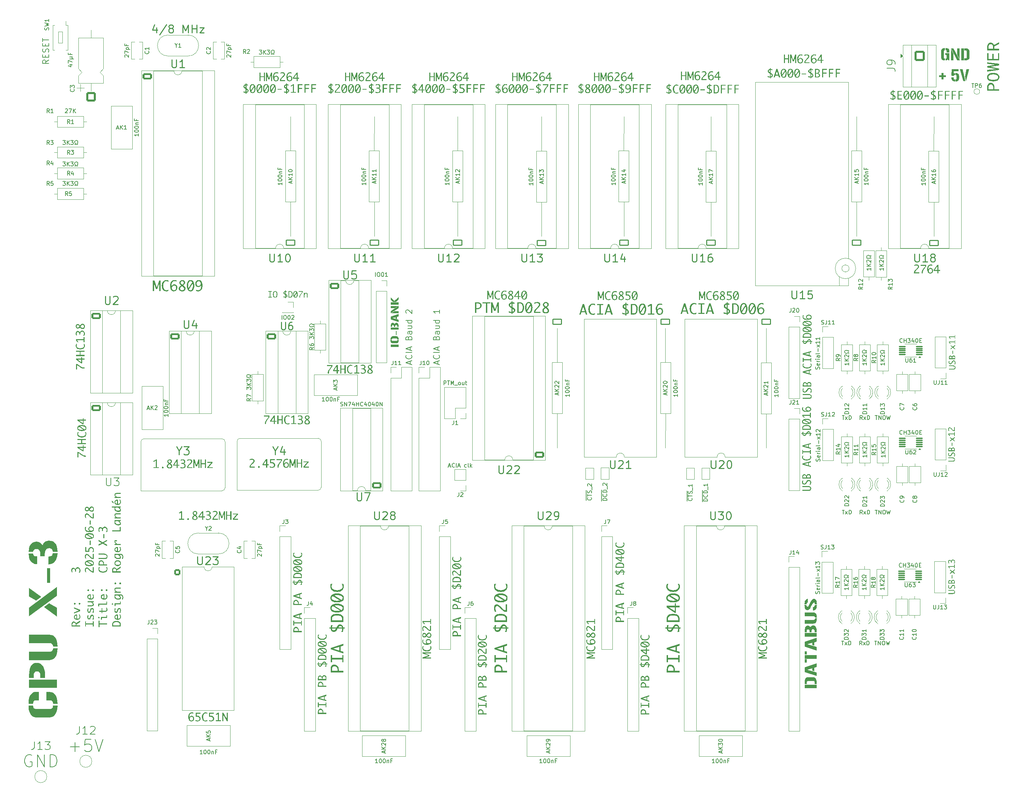
<source format=gto>
G04 #@! TF.GenerationSoftware,KiCad,Pcbnew,9.0.2*
G04 #@! TF.CreationDate,2025-07-01T19:52:47+02:00*
G04 #@! TF.ProjectId,CPU_X-3,4350555f-582d-4332-9e6b-696361645f70,3*
G04 #@! TF.SameCoordinates,Original*
G04 #@! TF.FileFunction,Legend,Top*
G04 #@! TF.FilePolarity,Positive*
%FSLAX46Y46*%
G04 Gerber Fmt 4.6, Leading zero omitted, Abs format (unit mm)*
G04 Created by KiCad (PCBNEW 9.0.2) date 2025-07-01 19:52:47*
%MOMM*%
%LPD*%
G01*
G04 APERTURE LIST*
G04 Aperture macros list*
%AMRoundRect*
0 Rectangle with rounded corners*
0 $1 Rounding radius*
0 $2 $3 $4 $5 $6 $7 $8 $9 X,Y pos of 4 corners*
0 Add a 4 corners polygon primitive as box body*
4,1,4,$2,$3,$4,$5,$6,$7,$8,$9,$2,$3,0*
0 Add four circle primitives for the rounded corners*
1,1,$1+$1,$2,$3*
1,1,$1+$1,$4,$5*
1,1,$1+$1,$6,$7*
1,1,$1+$1,$8,$9*
0 Add four rect primitives between the rounded corners*
20,1,$1+$1,$2,$3,$4,$5,0*
20,1,$1+$1,$4,$5,$6,$7,0*
20,1,$1+$1,$6,$7,$8,$9,0*
20,1,$1+$1,$8,$9,$2,$3,0*%
G04 Aperture macros list end*
%ADD10C,0.150000*%
%ADD11C,0.300000*%
%ADD12C,0.312500*%
%ADD13C,0.250000*%
%ADD14C,0.187500*%
%ADD15C,0.225000*%
%ADD16C,0.200000*%
%ADD17C,0.120000*%
%ADD18C,1.800000*%
%ADD19R,1.800000X1.800000*%
%ADD20C,1.600000*%
%ADD21R,1.700000X1.700000*%
%ADD22C,1.700000*%
%ADD23RoundRect,0.142858X-1.057142X-0.657142X1.057142X-0.657142X1.057142X0.657142X-1.057142X0.657142X0*%
%ADD24R,2.400000X1.600000*%
%ADD25R,1.500000X1.000000*%
%ADD26C,2.000000*%
%ADD27RoundRect,0.250000X-0.950000X-0.550000X0.950000X-0.550000X0.950000X0.550000X-0.950000X0.550000X0*%
%ADD28O,2.400000X1.600000*%
%ADD29C,2.400000*%
%ADD30C,1.500000*%
%ADD31RoundRect,0.142858X1.057142X0.657142X-1.057142X0.657142X-1.057142X-0.657142X1.057142X-0.657142X0*%
%ADD32RoundRect,0.087500X0.725000X0.087500X-0.725000X0.087500X-0.725000X-0.087500X0.725000X-0.087500X0*%
%ADD33RoundRect,0.250000X0.950000X0.550000X-0.950000X0.550000X-0.950000X-0.550000X0.950000X-0.550000X0*%
%ADD34R,2.000000X1.440000*%
%ADD35O,2.000000X1.440000*%
%ADD36R,1.600000X1.600000*%
%ADD37RoundRect,0.250000X-1.000000X1.000000X-1.000000X-1.000000X1.000000X-1.000000X1.000000X1.000000X0*%
%ADD38C,2.500000*%
%ADD39RoundRect,0.250000X-0.550000X-0.550000X0.550000X-0.550000X0.550000X0.550000X-0.550000X0.550000X0*%
%ADD40RoundRect,0.250001X0.949999X-0.949999X0.949999X0.949999X-0.949999X0.949999X-0.949999X-0.949999X0*%
%ADD41R,2.250000X2.250000*%
%ADD42C,2.250000*%
%ADD43C,1.000000*%
%ADD44O,1.600000X1.600000*%
G04 APERTURE END LIST*
D10*
G36*
X40507000Y-181308065D02*
G01*
X39600370Y-181869946D01*
X39600370Y-182146062D01*
X40507000Y-182146062D01*
X40507000Y-182422301D01*
X38381110Y-182422301D01*
X38381110Y-181939677D01*
X38592136Y-181939677D01*
X38592136Y-182146062D01*
X39389344Y-182146062D01*
X39389344Y-181759182D01*
X39313302Y-181640653D01*
X39243898Y-181565863D01*
X39166586Y-181509442D01*
X39086117Y-181469387D01*
X39001717Y-181444610D01*
X38918688Y-181436537D01*
X38824122Y-181449076D01*
X38746124Y-181485037D01*
X38680674Y-181545225D01*
X38636478Y-181623896D01*
X38604747Y-181749196D01*
X38592136Y-181939677D01*
X38381110Y-181939677D01*
X38381110Y-181854925D01*
X38388970Y-181668289D01*
X38409222Y-181536268D01*
X38437652Y-181446184D01*
X38482422Y-181364329D01*
X38539153Y-181297206D01*
X38608622Y-181243096D01*
X38687395Y-181202997D01*
X38769130Y-181179255D01*
X38855185Y-181171289D01*
X38976939Y-181183021D01*
X39101870Y-181219161D01*
X39219620Y-181276351D01*
X39323277Y-181351174D01*
X39413919Y-181448429D01*
X39507802Y-181593829D01*
X40507000Y-180979925D01*
X40507000Y-181308065D01*
G37*
G36*
X39780133Y-180496446D02*
G01*
X39884776Y-180488863D01*
X39981404Y-180466662D01*
X40071392Y-180430134D01*
X40154008Y-180379770D01*
X40219161Y-180321778D01*
X40269107Y-180255867D01*
X40305401Y-180181394D01*
X40327472Y-180099873D01*
X40335053Y-180009670D01*
X40325925Y-179890987D01*
X40297240Y-179762043D01*
X40246433Y-179620879D01*
X40170189Y-179465497D01*
X40402708Y-179465497D01*
X40484750Y-179672561D01*
X40531219Y-179863926D01*
X40546078Y-180042521D01*
X40534374Y-180177129D01*
X40500192Y-180299368D01*
X40443741Y-180411694D01*
X40367072Y-180511508D01*
X40270392Y-180598137D01*
X40151138Y-180672179D01*
X40021290Y-180726444D01*
X39886052Y-180758927D01*
X39743741Y-180769876D01*
X39606688Y-180759590D01*
X39473477Y-180728803D01*
X39342694Y-180676942D01*
X39222200Y-180605521D01*
X39123130Y-180519208D01*
X39043130Y-180417189D01*
X38983759Y-180302042D01*
X38948136Y-180178829D01*
X38937026Y-180056198D01*
X39147055Y-180056198D01*
X39159586Y-180154585D01*
X39196592Y-180242721D01*
X39259773Y-180323522D01*
X39341333Y-180387757D01*
X39450110Y-180440886D01*
X39592554Y-180481303D01*
X39592554Y-179719876D01*
X39555674Y-179719876D01*
X39433981Y-179731101D01*
X39336374Y-179762273D01*
X39257819Y-179811467D01*
X39196470Y-179879084D01*
X39159820Y-179959316D01*
X39147055Y-180056198D01*
X38937026Y-180056198D01*
X38936030Y-180045207D01*
X38948732Y-179912770D01*
X38985237Y-179797984D01*
X39044884Y-179697309D01*
X39129348Y-179608379D01*
X39228971Y-179541520D01*
X39356963Y-179490040D01*
X39519887Y-179456094D01*
X39725667Y-179443637D01*
X39780133Y-179443637D01*
X39780133Y-180496446D01*
G37*
G36*
X40507000Y-178560944D02*
G01*
X38975108Y-179224063D01*
X38975108Y-178945138D01*
X40188629Y-178421481D01*
X38975108Y-177886956D01*
X38975108Y-177632577D01*
X40507000Y-178301191D01*
X40507000Y-178560944D01*
G37*
G36*
X40569526Y-176751226D02*
G01*
X40562189Y-176809600D01*
X40540613Y-176861443D01*
X40503946Y-176908519D01*
X40456946Y-176945181D01*
X40405146Y-176966759D01*
X40346776Y-176974098D01*
X40287592Y-176966637D01*
X40235623Y-176944790D01*
X40188995Y-176907786D01*
X40152601Y-176860402D01*
X40131256Y-176808773D01*
X40124027Y-176751226D01*
X40131256Y-176693679D01*
X40152601Y-176642051D01*
X40188995Y-176594667D01*
X40235623Y-176557663D01*
X40287592Y-176535815D01*
X40346776Y-176528355D01*
X40405138Y-176535705D01*
X40456938Y-176557320D01*
X40503946Y-176594056D01*
X40540609Y-176641056D01*
X40562187Y-176692857D01*
X40569526Y-176751226D01*
G37*
G36*
X39381528Y-176751226D02*
G01*
X39374192Y-176809600D01*
X39352616Y-176861443D01*
X39315949Y-176908519D01*
X39268949Y-176945181D01*
X39217148Y-176966759D01*
X39158779Y-176974098D01*
X39099595Y-176966637D01*
X39047626Y-176944790D01*
X39000998Y-176907786D01*
X38964604Y-176860402D01*
X38943259Y-176808773D01*
X38936030Y-176751226D01*
X38943259Y-176693679D01*
X38964604Y-176642051D01*
X39000998Y-176594667D01*
X39047626Y-176557663D01*
X39099595Y-176535815D01*
X39158779Y-176528355D01*
X39217140Y-176535705D01*
X39268940Y-176557320D01*
X39315949Y-176594056D01*
X39352612Y-176641056D01*
X39374189Y-176692857D01*
X39381528Y-176751226D01*
G37*
G36*
X40466944Y-169000302D02*
G01*
X40198887Y-169000302D01*
X40273895Y-168836168D01*
X40322951Y-168692864D01*
X40350059Y-168567534D01*
X40358500Y-168457472D01*
X40350001Y-168353821D01*
X40325555Y-168262666D01*
X40285879Y-168181794D01*
X40230517Y-168109548D01*
X40162151Y-168049586D01*
X40085700Y-168007131D01*
X39999526Y-167981167D01*
X39901277Y-167972161D01*
X39803125Y-167981927D01*
X39716964Y-168010180D01*
X39640279Y-168056735D01*
X39571427Y-168123226D01*
X39521220Y-168200574D01*
X39481307Y-168306510D01*
X39454218Y-168448783D01*
X39444055Y-168636624D01*
X39444055Y-168777430D01*
X39233029Y-168777430D01*
X39233029Y-168581914D01*
X39223921Y-168446314D01*
X39199207Y-168340603D01*
X39161759Y-168258865D01*
X39112861Y-168196376D01*
X39027122Y-168128729D01*
X38938890Y-168090163D01*
X38845538Y-168077430D01*
X38760881Y-168088350D01*
X38686952Y-168120308D01*
X38620956Y-168174517D01*
X38572973Y-168244958D01*
X38541408Y-168341556D01*
X38529609Y-168472615D01*
X38542796Y-168620367D01*
X38584385Y-168781145D01*
X38658570Y-168957926D01*
X38415914Y-168957926D01*
X38359953Y-168782407D01*
X38328517Y-168624636D01*
X38318584Y-168482140D01*
X38330828Y-168282257D01*
X38363276Y-168133740D01*
X38410982Y-168025410D01*
X38471357Y-167948226D01*
X38552436Y-167882558D01*
X38636687Y-167837204D01*
X38725321Y-167810271D01*
X38820014Y-167801191D01*
X38914658Y-167809826D01*
X39005079Y-167835614D01*
X39092711Y-167879227D01*
X39168734Y-167939831D01*
X39244494Y-168032655D01*
X39320101Y-168166334D01*
X39362702Y-168045033D01*
X39407632Y-167953960D01*
X39454069Y-167887409D01*
X39540986Y-167804142D01*
X39641403Y-167744527D01*
X39754016Y-167708448D01*
X39883325Y-167695923D01*
X40027731Y-167710112D01*
X40155780Y-167751314D01*
X40270929Y-167819391D01*
X40375475Y-167916718D01*
X40458527Y-168032002D01*
X40518811Y-168163427D01*
X40556365Y-168313981D01*
X40569526Y-168487514D01*
X40554505Y-168708431D01*
X40527598Y-168832746D01*
X40466944Y-169000302D01*
G37*
G36*
X43867000Y-182390794D02*
G01*
X43655974Y-182390794D01*
X43655974Y-181924656D01*
X41959951Y-181924656D01*
X41959951Y-182390794D01*
X41748926Y-182390794D01*
X41748926Y-181182280D01*
X41959951Y-181182280D01*
X41959951Y-181648418D01*
X43655974Y-181648418D01*
X43655974Y-181182280D01*
X43867000Y-181182280D01*
X43867000Y-182390794D01*
G37*
G36*
X43783591Y-180717852D02*
G01*
X43515290Y-180717852D01*
X43600222Y-180559512D01*
X43654875Y-180393864D01*
X43686013Y-180228584D01*
X43695053Y-180104070D01*
X43686509Y-179975945D01*
X43664471Y-179886736D01*
X43632893Y-179826488D01*
X43586493Y-179778267D01*
X43535477Y-179750899D01*
X43477676Y-179741736D01*
X43420306Y-179751764D01*
X43372408Y-179781425D01*
X43330773Y-179837637D01*
X43264452Y-179978285D01*
X43228915Y-180065724D01*
X43159184Y-180242067D01*
X43075553Y-180431375D01*
X43008150Y-180542535D01*
X42954142Y-180600249D01*
X42888764Y-180641542D01*
X42814034Y-180666720D01*
X42727484Y-180675476D01*
X42636511Y-180666178D01*
X42555910Y-180639144D01*
X42483405Y-180594323D01*
X42417540Y-180529907D01*
X42369041Y-180455284D01*
X42331001Y-180356022D01*
X42305503Y-180225911D01*
X42296030Y-180057542D01*
X42303152Y-179895304D01*
X42324129Y-179741107D01*
X42358556Y-179594091D01*
X42593029Y-179594091D01*
X42544058Y-179763579D01*
X42516048Y-179920699D01*
X42507055Y-180067067D01*
X42514341Y-180173610D01*
X42534048Y-180256077D01*
X42563842Y-180319370D01*
X42607061Y-180371942D01*
X42653515Y-180400779D01*
X42705258Y-180410228D01*
X42755691Y-180401654D01*
X42798741Y-180376165D01*
X42836539Y-180330972D01*
X42884474Y-180239606D01*
X42949990Y-180076715D01*
X43012882Y-179904401D01*
X43078481Y-179748987D01*
X43140965Y-179642018D01*
X43200094Y-179572231D01*
X43272318Y-179519434D01*
X43355436Y-179487554D01*
X43452642Y-179476488D01*
X43548309Y-179486231D01*
X43633053Y-179514551D01*
X43709259Y-179561483D01*
X43778461Y-179628896D01*
X43829630Y-179707117D01*
X43869563Y-179810152D01*
X43896211Y-179944107D01*
X43906078Y-180116282D01*
X43892998Y-180309265D01*
X43852846Y-180509182D01*
X43783591Y-180717852D01*
G37*
G36*
X43783591Y-179039415D02*
G01*
X43515290Y-179039415D01*
X43600222Y-178881075D01*
X43654875Y-178715427D01*
X43686013Y-178550147D01*
X43695053Y-178425633D01*
X43686509Y-178297508D01*
X43664471Y-178208299D01*
X43632893Y-178148051D01*
X43586493Y-178099830D01*
X43535477Y-178072462D01*
X43477676Y-178063299D01*
X43420306Y-178073327D01*
X43372408Y-178102988D01*
X43330773Y-178159200D01*
X43264452Y-178299848D01*
X43228915Y-178387287D01*
X43159184Y-178563630D01*
X43075553Y-178752938D01*
X43008150Y-178864098D01*
X42954142Y-178921812D01*
X42888764Y-178963105D01*
X42814034Y-178988284D01*
X42727484Y-178997039D01*
X42636511Y-178987741D01*
X42555910Y-178960707D01*
X42483405Y-178915887D01*
X42417540Y-178851471D01*
X42369041Y-178776847D01*
X42331001Y-178677585D01*
X42305503Y-178547475D01*
X42296030Y-178379105D01*
X42303152Y-178216867D01*
X42324129Y-178062670D01*
X42358556Y-177915654D01*
X42593029Y-177915654D01*
X42544058Y-178085142D01*
X42516048Y-178242262D01*
X42507055Y-178388630D01*
X42514341Y-178495173D01*
X42534048Y-178577640D01*
X42563842Y-178640933D01*
X42607061Y-178693505D01*
X42653515Y-178722342D01*
X42705258Y-178731792D01*
X42755691Y-178723217D01*
X42798741Y-178697728D01*
X42836539Y-178652535D01*
X42884474Y-178561169D01*
X42949990Y-178398278D01*
X43012882Y-178225965D01*
X43078481Y-178070551D01*
X43140965Y-177963581D01*
X43200094Y-177893794D01*
X43272318Y-177840997D01*
X43355436Y-177809118D01*
X43452642Y-177798051D01*
X43548309Y-177807794D01*
X43633053Y-177836114D01*
X43709259Y-177883046D01*
X43778461Y-177950459D01*
X43829630Y-178028680D01*
X43869563Y-178131715D01*
X43896211Y-178265670D01*
X43906078Y-178437845D01*
X43892998Y-178630828D01*
X43852846Y-178830745D01*
X43783591Y-179039415D01*
G37*
G36*
X42335108Y-176122301D02*
G01*
X43867000Y-176122301D01*
X43867000Y-176376680D01*
X43527990Y-176376680D01*
X43647957Y-176465517D01*
X43741284Y-176556574D01*
X43811556Y-176650110D01*
X43865348Y-176753421D01*
X43896091Y-176853095D01*
X43906078Y-176950895D01*
X43898026Y-177038100D01*
X43874205Y-177119428D01*
X43834271Y-177196359D01*
X43780514Y-177263903D01*
X43717913Y-177315065D01*
X43645349Y-177351453D01*
X43563274Y-177372354D01*
X43419747Y-177388531D01*
X43188981Y-177395173D01*
X42335108Y-177395173D01*
X42335108Y-177140916D01*
X43220122Y-177140916D01*
X43421928Y-177134110D01*
X43510893Y-177119789D01*
X43575149Y-177089611D01*
X43626542Y-177041875D01*
X43660618Y-176982097D01*
X43671605Y-176919387D01*
X43659312Y-176833946D01*
X43619469Y-176739237D01*
X43545087Y-176631669D01*
X43454661Y-176536143D01*
X43348695Y-176451224D01*
X43225618Y-176376680D01*
X42335108Y-176376680D01*
X42335108Y-176122301D01*
G37*
G36*
X43140133Y-175461136D02*
G01*
X43244776Y-175453553D01*
X43341404Y-175431352D01*
X43431392Y-175394824D01*
X43514008Y-175344459D01*
X43579161Y-175286468D01*
X43629107Y-175220556D01*
X43665401Y-175146083D01*
X43687472Y-175064562D01*
X43695053Y-174974360D01*
X43685925Y-174855677D01*
X43657240Y-174726733D01*
X43606433Y-174585568D01*
X43530189Y-174430187D01*
X43762708Y-174430187D01*
X43844750Y-174637251D01*
X43891219Y-174828616D01*
X43906078Y-175007210D01*
X43894374Y-175141818D01*
X43860192Y-175264058D01*
X43803741Y-175376383D01*
X43727072Y-175476197D01*
X43630392Y-175562826D01*
X43511138Y-175636868D01*
X43381290Y-175691133D01*
X43246052Y-175723617D01*
X43103741Y-175734565D01*
X42966688Y-175724280D01*
X42833477Y-175693492D01*
X42702694Y-175641631D01*
X42582200Y-175570210D01*
X42483130Y-175483897D01*
X42403130Y-175381879D01*
X42343759Y-175266731D01*
X42308136Y-175143518D01*
X42297026Y-175020888D01*
X42507055Y-175020888D01*
X42519586Y-175119275D01*
X42556592Y-175207410D01*
X42619773Y-175288212D01*
X42701333Y-175352446D01*
X42810110Y-175405575D01*
X42952554Y-175445993D01*
X42952554Y-174684565D01*
X42915674Y-174684565D01*
X42793981Y-174695790D01*
X42696374Y-174726962D01*
X42617819Y-174776157D01*
X42556470Y-174843773D01*
X42519820Y-174924006D01*
X42507055Y-175020888D01*
X42297026Y-175020888D01*
X42296030Y-175009897D01*
X42308732Y-174877459D01*
X42345237Y-174762673D01*
X42404884Y-174661999D01*
X42489348Y-174573069D01*
X42588971Y-174506210D01*
X42716963Y-174454729D01*
X42879887Y-174420784D01*
X43085667Y-174408327D01*
X43140133Y-174408327D01*
X43140133Y-175461136D01*
G37*
G36*
X43929526Y-173394353D02*
G01*
X43922189Y-173452726D01*
X43900613Y-173504569D01*
X43863946Y-173551645D01*
X43816946Y-173588307D01*
X43765146Y-173609885D01*
X43706776Y-173617224D01*
X43647592Y-173609764D01*
X43595623Y-173587916D01*
X43548995Y-173550912D01*
X43512601Y-173503528D01*
X43491256Y-173451899D01*
X43484027Y-173394353D01*
X43491256Y-173336806D01*
X43512601Y-173285177D01*
X43548995Y-173237793D01*
X43595623Y-173200789D01*
X43647592Y-173178942D01*
X43706776Y-173171481D01*
X43765138Y-173178832D01*
X43816938Y-173200447D01*
X43863946Y-173237182D01*
X43900609Y-173284183D01*
X43922187Y-173335983D01*
X43929526Y-173394353D01*
G37*
G36*
X42741528Y-173394353D02*
G01*
X42734192Y-173452726D01*
X42712616Y-173504569D01*
X42675949Y-173551645D01*
X42628949Y-173588307D01*
X42577148Y-173609885D01*
X42518779Y-173617224D01*
X42459595Y-173609764D01*
X42407626Y-173587916D01*
X42360998Y-173550912D01*
X42324604Y-173503528D01*
X42303259Y-173451899D01*
X42296030Y-173394353D01*
X42303259Y-173336806D01*
X42324604Y-173285177D01*
X42360998Y-173237793D01*
X42407626Y-173200789D01*
X42459595Y-173178942D01*
X42518779Y-173171481D01*
X42577140Y-173178832D01*
X42628940Y-173200447D01*
X42675949Y-173237182D01*
X42712612Y-173284183D01*
X42734189Y-173335983D01*
X42741528Y-173394353D01*
G37*
G36*
X43867000Y-167710944D02*
G01*
X43867000Y-168994806D01*
X43633381Y-168994806D01*
X43542381Y-168986037D01*
X43440063Y-168957926D01*
X43336857Y-168908062D01*
X43208521Y-168817120D01*
X43082572Y-168710182D01*
X42961347Y-168596935D01*
X42814069Y-168452099D01*
X42605485Y-168260612D01*
X42448470Y-168128606D01*
X42354404Y-168065829D01*
X42266058Y-168029911D01*
X42182579Y-168018568D01*
X42097408Y-168031083D01*
X42028503Y-168067022D01*
X41971797Y-168127988D01*
X41930559Y-168203718D01*
X41905836Y-168285176D01*
X41897425Y-168374063D01*
X41901615Y-168453964D01*
X41915255Y-168548452D01*
X41956898Y-168717346D01*
X42054351Y-168952430D01*
X41829404Y-168952430D01*
X41759903Y-168778229D01*
X41717052Y-168607193D01*
X41693203Y-168441295D01*
X41686399Y-168322161D01*
X41700216Y-168161393D01*
X41740255Y-168017957D01*
X41783962Y-167931421D01*
X41839466Y-167863465D01*
X41907317Y-167811450D01*
X41984950Y-167773650D01*
X42064979Y-167751284D01*
X42148629Y-167743794D01*
X42241947Y-167752881D01*
X42339090Y-167781058D01*
X42441720Y-167830623D01*
X42537879Y-167895372D01*
X42664215Y-168000481D01*
X42827746Y-168158030D01*
X42981863Y-168313979D01*
X43110091Y-168445138D01*
X43237304Y-168560678D01*
X43352990Y-168646150D01*
X43434200Y-168688798D01*
X43526650Y-168717277D01*
X43632526Y-168730902D01*
X43632526Y-167710944D01*
X43867000Y-167710944D01*
G37*
G36*
X43069291Y-165951988D02*
G01*
X43289068Y-165990363D01*
X43472871Y-166049860D01*
X43626176Y-166128250D01*
X43737185Y-166212825D01*
X43820810Y-166308535D01*
X43880275Y-166416587D01*
X43916806Y-166539442D01*
X43929526Y-166680605D01*
X43916834Y-166821160D01*
X43880353Y-166943690D01*
X43820921Y-167051653D01*
X43737277Y-167147477D01*
X43626176Y-167232350D01*
X43472833Y-167311007D01*
X43289017Y-167370693D01*
X43069253Y-167409183D01*
X42807230Y-167422981D01*
X42546019Y-167409196D01*
X42326752Y-167370728D01*
X42143177Y-167311046D01*
X41989871Y-167232350D01*
X41878719Y-167147470D01*
X41795041Y-167051642D01*
X41735587Y-166943680D01*
X41699095Y-166821153D01*
X41686399Y-166680605D01*
X41897425Y-166680605D01*
X41907195Y-166766128D01*
X41935726Y-166841738D01*
X41983588Y-166909867D01*
X42053583Y-166971879D01*
X42150461Y-167027919D01*
X42276689Y-167077210D01*
X42423607Y-167114519D01*
X42594274Y-167138392D01*
X42792087Y-167146865D01*
X42983085Y-167141369D01*
X43093685Y-167128594D01*
X43259934Y-167094841D01*
X42112603Y-166360647D01*
X42031999Y-166412439D01*
X41976847Y-166462666D01*
X41941755Y-166511711D01*
X41908355Y-166595186D01*
X41897425Y-166680605D01*
X41686399Y-166680605D01*
X41699122Y-166539449D01*
X41735666Y-166416597D01*
X41795152Y-166308545D01*
X41829667Y-166269056D01*
X42365272Y-166269056D01*
X43519320Y-166997755D01*
X43608645Y-166932529D01*
X43668674Y-166862444D01*
X43705942Y-166781765D01*
X43718500Y-166691474D01*
X43707093Y-166594329D01*
X43674190Y-166511338D01*
X43619457Y-166439186D01*
X43539591Y-166376170D01*
X43428706Y-166322423D01*
X43232613Y-166262634D01*
X43018994Y-166225723D01*
X42785370Y-166213002D01*
X42570199Y-166227154D01*
X42365272Y-166269056D01*
X41829667Y-166269056D01*
X41878811Y-166212831D01*
X41989871Y-166128250D01*
X42143139Y-166049822D01*
X42326701Y-165990328D01*
X42545981Y-165951974D01*
X42807230Y-165938229D01*
X43069291Y-165951988D01*
G37*
G36*
X43867000Y-164354070D02*
G01*
X43867000Y-165637933D01*
X43633381Y-165637933D01*
X43542381Y-165629163D01*
X43440063Y-165601052D01*
X43336857Y-165551188D01*
X43208521Y-165460246D01*
X43082572Y-165353309D01*
X42961347Y-165240061D01*
X42814069Y-165095225D01*
X42605485Y-164903739D01*
X42448470Y-164771732D01*
X42354404Y-164708955D01*
X42266058Y-164673038D01*
X42182579Y-164661694D01*
X42097408Y-164674209D01*
X42028503Y-164710148D01*
X41971797Y-164771115D01*
X41930559Y-164846844D01*
X41905836Y-164928303D01*
X41897425Y-165017189D01*
X41901615Y-165097090D01*
X41915255Y-165191579D01*
X41956898Y-165360473D01*
X42054351Y-165595556D01*
X41829404Y-165595556D01*
X41759903Y-165421355D01*
X41717052Y-165250319D01*
X41693203Y-165084421D01*
X41686399Y-164965288D01*
X41700216Y-164804519D01*
X41740255Y-164661083D01*
X41783962Y-164574547D01*
X41839466Y-164506591D01*
X41907317Y-164454576D01*
X41984950Y-164416776D01*
X42064979Y-164394410D01*
X42148629Y-164386921D01*
X42241947Y-164396007D01*
X42339090Y-164424184D01*
X42441720Y-164473749D01*
X42537879Y-164538499D01*
X42664215Y-164643607D01*
X42827746Y-164801157D01*
X42981863Y-164957106D01*
X43110091Y-165088264D01*
X43237304Y-165203805D01*
X43352990Y-165289276D01*
X43434200Y-165331924D01*
X43526650Y-165360404D01*
X43632526Y-165374028D01*
X43632526Y-164354070D01*
X43867000Y-164354070D01*
G37*
G36*
X42772792Y-163906129D02*
G01*
X41748926Y-163906129D01*
X41748926Y-162718131D01*
X41991214Y-162718131D01*
X41991214Y-163651872D01*
X42514871Y-163651872D01*
X42514871Y-163608152D01*
X42528816Y-163375762D01*
X42567411Y-163185221D01*
X42626940Y-163029517D01*
X42705381Y-162902779D01*
X42787720Y-162812840D01*
X42878663Y-162744444D01*
X42979348Y-162695592D01*
X43091675Y-162665617D01*
X43218168Y-162655239D01*
X43351271Y-162666644D01*
X43472446Y-162699971D01*
X43584044Y-162755012D01*
X43683343Y-162829912D01*
X43767602Y-162923059D01*
X43837690Y-163036624D01*
X43888747Y-163160542D01*
X43919260Y-163288991D01*
X43929526Y-163423505D01*
X43920279Y-163559174D01*
X43889072Y-163731655D01*
X43829997Y-163948505D01*
X43553270Y-163948505D01*
X43609062Y-163827420D01*
X43655241Y-163688752D01*
X43685613Y-163547169D01*
X43695053Y-163423505D01*
X43680784Y-163304177D01*
X43637045Y-163185612D01*
X43592128Y-163113563D01*
X43535954Y-163053791D01*
X43467540Y-163005117D01*
X43391308Y-162968882D01*
X43315832Y-162947816D01*
X43240028Y-162940881D01*
X43146879Y-162951616D01*
X43061966Y-162983361D01*
X42982953Y-163037231D01*
X42908468Y-163116614D01*
X42856077Y-163205447D01*
X42813436Y-163331507D01*
X42783974Y-163505658D01*
X42772792Y-163740654D01*
X42772792Y-163906129D01*
G37*
G36*
X43116685Y-162174447D02*
G01*
X42905660Y-162174447D01*
X42905660Y-161113456D01*
X43116685Y-161113456D01*
X43116685Y-162174447D01*
G37*
G36*
X43069291Y-159238240D02*
G01*
X43289068Y-159276615D01*
X43472871Y-159336113D01*
X43626176Y-159414503D01*
X43737185Y-159499078D01*
X43820810Y-159594788D01*
X43880275Y-159702839D01*
X43916806Y-159825695D01*
X43929526Y-159966858D01*
X43916834Y-160107413D01*
X43880353Y-160229943D01*
X43820921Y-160337905D01*
X43737277Y-160433729D01*
X43626176Y-160518602D01*
X43472833Y-160597260D01*
X43289017Y-160656945D01*
X43069253Y-160695435D01*
X42807230Y-160709234D01*
X42546019Y-160695449D01*
X42326752Y-160656981D01*
X42143177Y-160597298D01*
X41989871Y-160518602D01*
X41878719Y-160433723D01*
X41795041Y-160337895D01*
X41735587Y-160229932D01*
X41699095Y-160107406D01*
X41686399Y-159966858D01*
X41897425Y-159966858D01*
X41907195Y-160052381D01*
X41935726Y-160127991D01*
X41983588Y-160196120D01*
X42053583Y-160258132D01*
X42150461Y-160314171D01*
X42276689Y-160363462D01*
X42423607Y-160400771D01*
X42594274Y-160424645D01*
X42792087Y-160433117D01*
X42983085Y-160427622D01*
X43093685Y-160414846D01*
X43259934Y-160381094D01*
X42112603Y-159646900D01*
X42031999Y-159698691D01*
X41976847Y-159748919D01*
X41941755Y-159797964D01*
X41908355Y-159881438D01*
X41897425Y-159966858D01*
X41686399Y-159966858D01*
X41699122Y-159825702D01*
X41735666Y-159702850D01*
X41795152Y-159594798D01*
X41829667Y-159555309D01*
X42365272Y-159555309D01*
X43519320Y-160284007D01*
X43608645Y-160218782D01*
X43668674Y-160148697D01*
X43705942Y-160068017D01*
X43718500Y-159977727D01*
X43707093Y-159880582D01*
X43674190Y-159797591D01*
X43619457Y-159725439D01*
X43539591Y-159662423D01*
X43428706Y-159608676D01*
X43232613Y-159548887D01*
X43018994Y-159511976D01*
X42785370Y-159499255D01*
X42570199Y-159513406D01*
X42365272Y-159555309D01*
X41829667Y-159555309D01*
X41878811Y-159499084D01*
X41989871Y-159414503D01*
X42143139Y-159336074D01*
X42326701Y-159276580D01*
X42545981Y-159238227D01*
X42807230Y-159224482D01*
X43069291Y-159238240D01*
G37*
G36*
X43331184Y-157558420D02*
G01*
X43465851Y-157594650D01*
X43590552Y-157654552D01*
X43707143Y-157739485D01*
X43804279Y-157843644D01*
X43872919Y-157961215D01*
X43914921Y-158094908D01*
X43929526Y-158248732D01*
X43916388Y-158393827D01*
X43878829Y-158518682D01*
X43817947Y-158627178D01*
X43732565Y-158722025D01*
X43619337Y-158804506D01*
X43462385Y-158881517D01*
X43281238Y-158939039D01*
X43072060Y-158975529D01*
X42830433Y-158988421D01*
X42613426Y-158977641D01*
X42424695Y-158947092D01*
X42260590Y-158898940D01*
X42117894Y-158834601D01*
X41993901Y-158754681D01*
X41882175Y-158653407D01*
X41797228Y-158541343D01*
X41736548Y-158417073D01*
X41699302Y-158278218D01*
X41686399Y-158121603D01*
X41693413Y-157979518D01*
X41714332Y-157840772D01*
X41749170Y-157704681D01*
X42005747Y-157704681D01*
X41943674Y-157858849D01*
X41908612Y-158000724D01*
X41897425Y-158132594D01*
X41908041Y-158242018D01*
X41938784Y-158338538D01*
X41989425Y-158424831D01*
X42061619Y-158502688D01*
X42158765Y-158572842D01*
X42290980Y-158638176D01*
X42443199Y-158686904D01*
X42618585Y-158717774D01*
X42820785Y-158728669D01*
X42875496Y-158728669D01*
X42784005Y-158657440D01*
X42705152Y-158576320D01*
X42638092Y-158484670D01*
X42586992Y-158384256D01*
X42556463Y-158277989D01*
X42548247Y-158187304D01*
X42757160Y-158187304D01*
X42766398Y-158280662D01*
X42793189Y-158363137D01*
X42837420Y-158437026D01*
X42900653Y-158503843D01*
X43002133Y-158572070D01*
X43117114Y-158613294D01*
X43249431Y-158627552D01*
X43382458Y-158613281D01*
X43493511Y-158572694D01*
X43587341Y-158506530D01*
X43661942Y-158419327D01*
X43704421Y-158328051D01*
X43718500Y-158229681D01*
X43703982Y-158128815D01*
X43658050Y-158023173D01*
X43611574Y-157960081D01*
X43550223Y-157905741D01*
X43471692Y-157859775D01*
X43386103Y-157826958D01*
X43295168Y-157807069D01*
X43197774Y-157800302D01*
X43072497Y-157812314D01*
X42968288Y-157846249D01*
X42880869Y-157900808D01*
X42827573Y-157955323D01*
X42789366Y-158019761D01*
X42765573Y-158096115D01*
X42757160Y-158187304D01*
X42548247Y-158187304D01*
X42546134Y-158163979D01*
X42555030Y-158055742D01*
X42581599Y-157951615D01*
X42626368Y-157850249D01*
X42687461Y-157758470D01*
X42761699Y-157683579D01*
X42850217Y-157623958D01*
X42948627Y-157581482D01*
X43059143Y-157555191D01*
X43184096Y-157546045D01*
X43331184Y-157558420D01*
G37*
G36*
X43116685Y-157139136D02*
G01*
X42905660Y-157139136D01*
X42905660Y-156078145D01*
X43116685Y-156078145D01*
X43116685Y-157139136D01*
G37*
G36*
X43867000Y-154283449D02*
G01*
X43867000Y-155567311D01*
X43633381Y-155567311D01*
X43542381Y-155558542D01*
X43440063Y-155530431D01*
X43336857Y-155480567D01*
X43208521Y-155389625D01*
X43082572Y-155282688D01*
X42961347Y-155169440D01*
X42814069Y-155024604D01*
X42605485Y-154833117D01*
X42448470Y-154701111D01*
X42354404Y-154638334D01*
X42266058Y-154602417D01*
X42182579Y-154591073D01*
X42097408Y-154603588D01*
X42028503Y-154639527D01*
X41971797Y-154700494D01*
X41930559Y-154776223D01*
X41905836Y-154857682D01*
X41897425Y-154946568D01*
X41901615Y-155026469D01*
X41915255Y-155120958D01*
X41956898Y-155289852D01*
X42054351Y-155524935D01*
X41829404Y-155524935D01*
X41759903Y-155350734D01*
X41717052Y-155179698D01*
X41693203Y-155013800D01*
X41686399Y-154894667D01*
X41700216Y-154733898D01*
X41740255Y-154590462D01*
X41783962Y-154503926D01*
X41839466Y-154435970D01*
X41907317Y-154383955D01*
X41984950Y-154346155D01*
X42064979Y-154323789D01*
X42148629Y-154316300D01*
X42241947Y-154325386D01*
X42339090Y-154353563D01*
X42441720Y-154403128D01*
X42537879Y-154467877D01*
X42664215Y-154572986D01*
X42827746Y-154730535D01*
X42981863Y-154886484D01*
X43110091Y-155017643D01*
X43237304Y-155133184D01*
X43352990Y-155218655D01*
X43434200Y-155261303D01*
X43526650Y-155289783D01*
X43632526Y-155303407D01*
X43632526Y-154283449D01*
X43867000Y-154283449D01*
G37*
G36*
X43474873Y-152585457D02*
G01*
X43576807Y-152616303D01*
X43671766Y-152667795D01*
X43761242Y-152741788D01*
X43831222Y-152829686D01*
X43883559Y-152939039D01*
X43917312Y-153074520D01*
X43929526Y-153242120D01*
X43917962Y-153411351D01*
X43886124Y-153547540D01*
X43837082Y-153656774D01*
X43772111Y-153743916D01*
X43688028Y-153817355D01*
X43596181Y-153868853D01*
X43494854Y-153900023D01*
X43381567Y-153910734D01*
X43275569Y-153900192D01*
X43170225Y-153868092D01*
X43063720Y-153812532D01*
X42954595Y-153730134D01*
X42841796Y-153616218D01*
X42724676Y-153464991D01*
X42690604Y-153511519D01*
X42610266Y-153603599D01*
X42489348Y-153701540D01*
X42397151Y-153753417D01*
X42300221Y-153784132D01*
X42196623Y-153794475D01*
X42094804Y-153784049D01*
X42002096Y-153753395D01*
X41916276Y-153702033D01*
X41835876Y-153627657D01*
X41771485Y-153540305D01*
X41725097Y-153442033D01*
X41696400Y-153330790D01*
X41688988Y-153236746D01*
X41897425Y-153236746D01*
X41908577Y-153334699D01*
X41939455Y-153410640D01*
X41988894Y-153469754D01*
X42053213Y-153515644D01*
X42115909Y-153541407D01*
X42178671Y-153549743D01*
X42240122Y-153542550D01*
X42299716Y-153520731D01*
X42358800Y-153482821D01*
X42442122Y-153402842D01*
X42544234Y-153273627D01*
X42859864Y-153273627D01*
X42986029Y-153421181D01*
X43098724Y-153522855D01*
X43200045Y-153587837D01*
X43292425Y-153623425D01*
X43378636Y-153634618D01*
X43468654Y-153621552D01*
X43548120Y-153582824D01*
X43620192Y-153515672D01*
X43674605Y-153431914D01*
X43707282Y-153338914D01*
X43718500Y-153233937D01*
X43707990Y-153137885D01*
X43676905Y-153049752D01*
X43624344Y-152967346D01*
X43554894Y-152900978D01*
X43477680Y-152862689D01*
X43389505Y-152849743D01*
X43302789Y-152863745D01*
X43210720Y-152908694D01*
X43109725Y-152992625D01*
X42923978Y-153191561D01*
X42859864Y-153273627D01*
X42544234Y-153273627D01*
X42548577Y-153268131D01*
X42594983Y-153203896D01*
X42490804Y-153078188D01*
X42411141Y-153002544D01*
X42350618Y-152962706D01*
X42252700Y-152925460D01*
X42167680Y-152914101D01*
X42103168Y-152923616D01*
X42041754Y-152952672D01*
X41981445Y-153004349D01*
X41935484Y-153068914D01*
X41907322Y-153145286D01*
X41897425Y-153236746D01*
X41688988Y-153236746D01*
X41686399Y-153203896D01*
X41692992Y-153100258D01*
X41712089Y-153006363D01*
X41743064Y-152920818D01*
X41787411Y-152842419D01*
X41842857Y-152778278D01*
X41910126Y-152726767D01*
X41986197Y-152688730D01*
X42066263Y-152666041D01*
X42151682Y-152658379D01*
X42240204Y-152666264D01*
X42325583Y-152689886D01*
X42407649Y-152728157D01*
X42492034Y-152783554D01*
X42579544Y-152863794D01*
X42724676Y-153030239D01*
X42816023Y-152915445D01*
X42931091Y-152784445D01*
X43023792Y-152697644D01*
X43098123Y-152644702D01*
X43179623Y-152606227D01*
X43267677Y-152582931D01*
X43363859Y-152574970D01*
X43474873Y-152585457D01*
G37*
G36*
X47227000Y-181924656D02*
G01*
X45343399Y-181924656D01*
X45343399Y-182560420D01*
X45108926Y-182560420D01*
X45108926Y-181011310D01*
X45343399Y-181011310D01*
X45343399Y-181648418D01*
X47227000Y-181648418D01*
X47227000Y-181924656D01*
G37*
G36*
X47227000Y-180307769D02*
G01*
X45906134Y-180307769D01*
X45906134Y-180731530D01*
X45695108Y-180731530D01*
X45695108Y-180053390D01*
X47015974Y-180053390D01*
X47015974Y-179628285D01*
X47227000Y-179628285D01*
X47227000Y-180307769D01*
G37*
G36*
X45152645Y-180350145D02*
G01*
X45098911Y-180343106D01*
X45057637Y-180323487D01*
X45025761Y-180291404D01*
X44993464Y-180231903D01*
X44983873Y-180180640D01*
X44993544Y-180128115D01*
X45025761Y-180068533D01*
X45057647Y-180036376D01*
X45098921Y-180016720D01*
X45152645Y-180009670D01*
X45205390Y-180016675D01*
X45246268Y-180036290D01*
X45278186Y-180068533D01*
X45310306Y-180128107D01*
X45319951Y-180180640D01*
X45310386Y-180231911D01*
X45278186Y-180291404D01*
X45246278Y-180323573D01*
X45205401Y-180343151D01*
X45152645Y-180350145D01*
G37*
G36*
X47162642Y-177780221D02*
G01*
X47226942Y-177948348D01*
X47251790Y-178040096D01*
X47266078Y-178195923D01*
X47259000Y-178301182D01*
X47238313Y-178398292D01*
X47204407Y-178488526D01*
X47155962Y-178570667D01*
X47095418Y-178636820D01*
X47021836Y-178688805D01*
X46937955Y-178723180D01*
X46817309Y-178747210D01*
X46648632Y-178756460D01*
X46031187Y-178756460D01*
X46031187Y-179137845D01*
X45820161Y-179137845D01*
X45820161Y-178756460D01*
X45210531Y-178756460D01*
X45210531Y-178502081D01*
X45820161Y-178502081D01*
X45820161Y-177822598D01*
X46031187Y-177822598D01*
X46031187Y-178502081D01*
X46645457Y-178502081D01*
X46770253Y-178495825D01*
X46853921Y-178480050D01*
X46907408Y-178458362D01*
X46974036Y-178406730D01*
X47019393Y-178341491D01*
X47045670Y-178263889D01*
X47055053Y-178168445D01*
X47043042Y-178048169D01*
X47005345Y-177919608D01*
X46938182Y-177780221D01*
X47162642Y-177780221D01*
G37*
G36*
X47227000Y-176968602D02*
G01*
X45233978Y-176968602D01*
X45233978Y-177425214D01*
X45022952Y-177425214D01*
X45022952Y-176714346D01*
X47015974Y-176714346D01*
X47015974Y-176237217D01*
X47227000Y-176237217D01*
X47227000Y-176968602D01*
G37*
G36*
X46500133Y-175461136D02*
G01*
X46604776Y-175453553D01*
X46701404Y-175431352D01*
X46791392Y-175394824D01*
X46874008Y-175344459D01*
X46939161Y-175286468D01*
X46989107Y-175220556D01*
X47025401Y-175146083D01*
X47047472Y-175064562D01*
X47055053Y-174974360D01*
X47045925Y-174855677D01*
X47017240Y-174726733D01*
X46966433Y-174585568D01*
X46890189Y-174430187D01*
X47122708Y-174430187D01*
X47204750Y-174637251D01*
X47251219Y-174828616D01*
X47266078Y-175007210D01*
X47254374Y-175141818D01*
X47220192Y-175264058D01*
X47163741Y-175376383D01*
X47087072Y-175476197D01*
X46990392Y-175562826D01*
X46871138Y-175636868D01*
X46741290Y-175691133D01*
X46606052Y-175723617D01*
X46463741Y-175734565D01*
X46326688Y-175724280D01*
X46193477Y-175693492D01*
X46062694Y-175641631D01*
X45942200Y-175570210D01*
X45843130Y-175483897D01*
X45763130Y-175381879D01*
X45703759Y-175266731D01*
X45668136Y-175143518D01*
X45657026Y-175020888D01*
X45867055Y-175020888D01*
X45879586Y-175119275D01*
X45916592Y-175207410D01*
X45979773Y-175288212D01*
X46061333Y-175352446D01*
X46170110Y-175405575D01*
X46312554Y-175445993D01*
X46312554Y-174684565D01*
X46275674Y-174684565D01*
X46153981Y-174695790D01*
X46056374Y-174726962D01*
X45977819Y-174776157D01*
X45916470Y-174843773D01*
X45879820Y-174924006D01*
X45867055Y-175020888D01*
X45657026Y-175020888D01*
X45656030Y-175009897D01*
X45668732Y-174877459D01*
X45705237Y-174762673D01*
X45764884Y-174661999D01*
X45849348Y-174573069D01*
X45948971Y-174506210D01*
X46076963Y-174454729D01*
X46239887Y-174420784D01*
X46445667Y-174408327D01*
X46500133Y-174408327D01*
X46500133Y-175461136D01*
G37*
G36*
X47289526Y-173394353D02*
G01*
X47282189Y-173452726D01*
X47260613Y-173504569D01*
X47223946Y-173551645D01*
X47176946Y-173588307D01*
X47125146Y-173609885D01*
X47066776Y-173617224D01*
X47007592Y-173609764D01*
X46955623Y-173587916D01*
X46908995Y-173550912D01*
X46872601Y-173503528D01*
X46851256Y-173451899D01*
X46844027Y-173394353D01*
X46851256Y-173336806D01*
X46872601Y-173285177D01*
X46908995Y-173237793D01*
X46955623Y-173200789D01*
X47007592Y-173178942D01*
X47066776Y-173171481D01*
X47125138Y-173178832D01*
X47176938Y-173200447D01*
X47223946Y-173237182D01*
X47260609Y-173284183D01*
X47282187Y-173335983D01*
X47289526Y-173394353D01*
G37*
G36*
X46101528Y-173394353D02*
G01*
X46094192Y-173452726D01*
X46072616Y-173504569D01*
X46035949Y-173551645D01*
X45988949Y-173588307D01*
X45937148Y-173609885D01*
X45878779Y-173617224D01*
X45819595Y-173609764D01*
X45767626Y-173587916D01*
X45720998Y-173550912D01*
X45684604Y-173503528D01*
X45663259Y-173451899D01*
X45656030Y-173394353D01*
X45663259Y-173336806D01*
X45684604Y-173285177D01*
X45720998Y-173237793D01*
X45767626Y-173200789D01*
X45819595Y-173178942D01*
X45878779Y-173171481D01*
X45937140Y-173178832D01*
X45988940Y-173200447D01*
X46035949Y-173237182D01*
X46072612Y-173284183D01*
X46094189Y-173335983D01*
X46101528Y-173394353D01*
G37*
G36*
X47200988Y-167710944D02*
G01*
X47252226Y-167871852D01*
X47280651Y-168013112D01*
X47289526Y-168137514D01*
X47274656Y-168299592D01*
X47230603Y-168451393D01*
X47156658Y-168595591D01*
X47083958Y-168692319D01*
X46995057Y-168778546D01*
X46888317Y-168854804D01*
X46761473Y-168921045D01*
X46583149Y-168984417D01*
X46386315Y-169023615D01*
X46167963Y-169037182D01*
X45951444Y-169023792D01*
X45755753Y-168985063D01*
X45577994Y-168922388D01*
X45451479Y-168856869D01*
X45344548Y-168781085D01*
X45255025Y-168695068D01*
X45181344Y-168598278D01*
X45106300Y-168453922D01*
X45061535Y-168301264D01*
X45046399Y-168137514D01*
X45055215Y-168013095D01*
X45083448Y-167871829D01*
X45134327Y-167710944D01*
X45384431Y-167710944D01*
X45312269Y-167861604D01*
X45270881Y-168006699D01*
X45257425Y-168148505D01*
X45269665Y-168253947D01*
X45306331Y-168353166D01*
X45369288Y-168448557D01*
X45451152Y-168529889D01*
X45558885Y-168603209D01*
X45697429Y-168668009D01*
X45843638Y-168713845D01*
X45999729Y-168741852D01*
X46167230Y-168751418D01*
X46337498Y-168741529D01*
X46495670Y-168712609D01*
X46643381Y-168665323D01*
X46783375Y-168598731D01*
X46890412Y-168525157D01*
X46970056Y-168445138D01*
X47030975Y-168351297D01*
X47066582Y-168253200D01*
X47078500Y-168148505D01*
X47065036Y-168007587D01*
X47023508Y-167862511D01*
X46950883Y-167710944D01*
X47200988Y-167710944D01*
G37*
G36*
X45841313Y-165981599D02*
G01*
X45967002Y-166016900D01*
X46087851Y-166076348D01*
X46195789Y-166156512D01*
X46285579Y-166254953D01*
X46358472Y-166373714D01*
X46407986Y-166504568D01*
X46441016Y-166674034D01*
X46453238Y-166891143D01*
X46453238Y-167003250D01*
X47227000Y-167003250D01*
X47227000Y-167279489D01*
X45108926Y-167279489D01*
X45108926Y-166837775D01*
X45319951Y-166837775D01*
X45319951Y-167003250D01*
X46242212Y-167003250D01*
X46242212Y-166884304D01*
X46233183Y-166713388D01*
X46209679Y-166590378D01*
X46176023Y-166504262D01*
X46125203Y-166427487D01*
X46062059Y-166364096D01*
X45985391Y-166312898D01*
X45900398Y-166275707D01*
X45811093Y-166253397D01*
X45716235Y-166245853D01*
X45599480Y-166259963D01*
X45504616Y-166299932D01*
X45426563Y-166365532D01*
X45386081Y-166426844D01*
X45352599Y-166518829D01*
X45329037Y-166651724D01*
X45319951Y-166837775D01*
X45108926Y-166837775D01*
X45108926Y-166751802D01*
X45119124Y-166533202D01*
X45145293Y-166380344D01*
X45181954Y-166277360D01*
X45238570Y-166185115D01*
X45309286Y-166109607D01*
X45395300Y-166049115D01*
X45491553Y-166005347D01*
X45595460Y-165978808D01*
X45708786Y-165969736D01*
X45841313Y-165981599D01*
G37*
G36*
X45108926Y-165669318D02*
G01*
X45108926Y-165393201D01*
X46498789Y-165393201D01*
X46684633Y-165386369D01*
X46802997Y-165369557D01*
X46873214Y-165347406D01*
X46935101Y-165311147D01*
X46985621Y-165264533D01*
X47025988Y-165206600D01*
X47065149Y-165107169D01*
X47078500Y-164995330D01*
X47064026Y-164877704D01*
X47021958Y-164776000D01*
X46978103Y-164718372D01*
X46919841Y-164671082D01*
X46844637Y-164633728D01*
X46760310Y-164611660D01*
X46616979Y-164594797D01*
X46391078Y-164587933D01*
X45108926Y-164587933D01*
X45108926Y-164333676D01*
X46490363Y-164333676D01*
X46686956Y-164345134D01*
X46838284Y-164375925D01*
X46953325Y-164421847D01*
X47057837Y-164488394D01*
X47140869Y-164565045D01*
X47205018Y-164652290D01*
X47250345Y-164750520D01*
X47279208Y-164868468D01*
X47289526Y-165010351D01*
X47280846Y-165141809D01*
X47255936Y-165258218D01*
X47215886Y-165361816D01*
X47158243Y-165455213D01*
X47085109Y-165531152D01*
X46994969Y-165591404D01*
X46891671Y-165629506D01*
X46722857Y-165657893D01*
X46463130Y-165669318D01*
X45108926Y-165669318D01*
G37*
G36*
X47227000Y-162132071D02*
G01*
X47227000Y-162419178D01*
X46125098Y-161797458D01*
X45108926Y-162358972D01*
X45108926Y-162045853D01*
X45842997Y-161638334D01*
X45108926Y-161224220D01*
X45108926Y-160935769D01*
X46100185Y-161495574D01*
X47227000Y-160870068D01*
X47227000Y-161188683D01*
X46382652Y-161655187D01*
X47227000Y-162132071D01*
G37*
G36*
X46476685Y-160496010D02*
G01*
X46265660Y-160496010D01*
X46265660Y-159435019D01*
X46476685Y-159435019D01*
X46476685Y-160496010D01*
G37*
G36*
X47186944Y-158929681D02*
G01*
X46918887Y-158929681D01*
X46993895Y-158765547D01*
X47042951Y-158622243D01*
X47070059Y-158496913D01*
X47078500Y-158386851D01*
X47070001Y-158283200D01*
X47045555Y-158192045D01*
X47005879Y-158111173D01*
X46950517Y-158038927D01*
X46882151Y-157978965D01*
X46805700Y-157936510D01*
X46719526Y-157910546D01*
X46621277Y-157901540D01*
X46523125Y-157911306D01*
X46436964Y-157939559D01*
X46360279Y-157986114D01*
X46291427Y-158052605D01*
X46241220Y-158129953D01*
X46201307Y-158235889D01*
X46174218Y-158378162D01*
X46164055Y-158566003D01*
X46164055Y-158706809D01*
X45953029Y-158706809D01*
X45953029Y-158511293D01*
X45943921Y-158375692D01*
X45919207Y-158269982D01*
X45881759Y-158188244D01*
X45832861Y-158125755D01*
X45747122Y-158058108D01*
X45658890Y-158019542D01*
X45565538Y-158006809D01*
X45480881Y-158017729D01*
X45406952Y-158049686D01*
X45340956Y-158103896D01*
X45292973Y-158174337D01*
X45261408Y-158270935D01*
X45249609Y-158401994D01*
X45262796Y-158549746D01*
X45304385Y-158710524D01*
X45378570Y-158887304D01*
X45135914Y-158887304D01*
X45079953Y-158711786D01*
X45048517Y-158554015D01*
X45038584Y-158411519D01*
X45050828Y-158211636D01*
X45083276Y-158063119D01*
X45130982Y-157954789D01*
X45191357Y-157877605D01*
X45272436Y-157811937D01*
X45356687Y-157766583D01*
X45445321Y-157739650D01*
X45540014Y-157730570D01*
X45634658Y-157739205D01*
X45725079Y-157764993D01*
X45812711Y-157808606D01*
X45888734Y-157869210D01*
X45964494Y-157962034D01*
X46040101Y-158095713D01*
X46082702Y-157974412D01*
X46127632Y-157883339D01*
X46174069Y-157816788D01*
X46260986Y-157733521D01*
X46361403Y-157673906D01*
X46474016Y-157637827D01*
X46603325Y-157625302D01*
X46747731Y-157639491D01*
X46875780Y-157680693D01*
X46990929Y-157748770D01*
X47095475Y-157846097D01*
X47178527Y-157961381D01*
X47238811Y-158092805D01*
X47276365Y-158243360D01*
X47289526Y-158416893D01*
X47274505Y-158637810D01*
X47247598Y-158762125D01*
X47186944Y-158929681D01*
G37*
G36*
X49743169Y-181067213D02*
G01*
X49927467Y-181097734D01*
X50089599Y-181146132D01*
X50241962Y-181216922D01*
X50363246Y-181301517D01*
X50458039Y-181399656D01*
X50509846Y-181483363D01*
X50550226Y-181592319D01*
X50577088Y-181732499D01*
X50587000Y-181910979D01*
X50587000Y-182414119D01*
X48468926Y-182414119D01*
X48468926Y-181931495D01*
X48679951Y-181931495D01*
X48679951Y-182137880D01*
X50352526Y-182137880D01*
X50352526Y-181953355D01*
X50344630Y-181808301D01*
X50323519Y-181697710D01*
X50292297Y-181614710D01*
X50252875Y-181553529D01*
X50179937Y-181482951D01*
X50088862Y-181425911D01*
X49976392Y-181382559D01*
X49856911Y-181356189D01*
X49697194Y-181338072D01*
X49488273Y-181331268D01*
X49284037Y-181339351D01*
X49131360Y-181360679D01*
X49019937Y-181391474D01*
X48915697Y-181439229D01*
X48832776Y-181496686D01*
X48768001Y-181563665D01*
X48723089Y-181643872D01*
X48691977Y-181762099D01*
X48679951Y-181931495D01*
X48468926Y-181931495D01*
X48468926Y-181910979D01*
X48478208Y-181732128D01*
X48503405Y-181590807D01*
X48541274Y-181480312D01*
X48589704Y-181394893D01*
X48655111Y-181318359D01*
X48736285Y-181250606D01*
X48835292Y-181191429D01*
X48954847Y-181141247D01*
X49119803Y-181095809D01*
X49311351Y-181066788D01*
X49533458Y-181056495D01*
X49743169Y-181067213D01*
G37*
G36*
X49860133Y-180496446D02*
G01*
X49964776Y-180488863D01*
X50061404Y-180466662D01*
X50151392Y-180430134D01*
X50234008Y-180379770D01*
X50299161Y-180321778D01*
X50349107Y-180255867D01*
X50385401Y-180181394D01*
X50407472Y-180099873D01*
X50415053Y-180009670D01*
X50405925Y-179890987D01*
X50377240Y-179762043D01*
X50326433Y-179620879D01*
X50250189Y-179465497D01*
X50482708Y-179465497D01*
X50564750Y-179672561D01*
X50611219Y-179863926D01*
X50626078Y-180042521D01*
X50614374Y-180177129D01*
X50580192Y-180299368D01*
X50523741Y-180411694D01*
X50447072Y-180511508D01*
X50350392Y-180598137D01*
X50231138Y-180672179D01*
X50101290Y-180726444D01*
X49966052Y-180758927D01*
X49823741Y-180769876D01*
X49686688Y-180759590D01*
X49553477Y-180728803D01*
X49422694Y-180676942D01*
X49302200Y-180605521D01*
X49203130Y-180519208D01*
X49123130Y-180417189D01*
X49063759Y-180302042D01*
X49028136Y-180178829D01*
X49017026Y-180056198D01*
X49227055Y-180056198D01*
X49239586Y-180154585D01*
X49276592Y-180242721D01*
X49339773Y-180323522D01*
X49421333Y-180387757D01*
X49530110Y-180440886D01*
X49672554Y-180481303D01*
X49672554Y-179719876D01*
X49635674Y-179719876D01*
X49513981Y-179731101D01*
X49416374Y-179762273D01*
X49337819Y-179811467D01*
X49276470Y-179879084D01*
X49239820Y-179959316D01*
X49227055Y-180056198D01*
X49017026Y-180056198D01*
X49016030Y-180045207D01*
X49028732Y-179912770D01*
X49065237Y-179797984D01*
X49124884Y-179697309D01*
X49209348Y-179608379D01*
X49308971Y-179541520D01*
X49436963Y-179490040D01*
X49599887Y-179456094D01*
X49805667Y-179443637D01*
X49860133Y-179443637D01*
X49860133Y-180496446D01*
G37*
G36*
X50503591Y-179039415D02*
G01*
X50235290Y-179039415D01*
X50320222Y-178881075D01*
X50374875Y-178715427D01*
X50406013Y-178550147D01*
X50415053Y-178425633D01*
X50406509Y-178297508D01*
X50384471Y-178208299D01*
X50352893Y-178148051D01*
X50306493Y-178099830D01*
X50255477Y-178072462D01*
X50197676Y-178063299D01*
X50140306Y-178073327D01*
X50092408Y-178102988D01*
X50050773Y-178159200D01*
X49984452Y-178299848D01*
X49948915Y-178387287D01*
X49879184Y-178563630D01*
X49795553Y-178752938D01*
X49728150Y-178864098D01*
X49674142Y-178921812D01*
X49608764Y-178963105D01*
X49534034Y-178988284D01*
X49447484Y-178997039D01*
X49356511Y-178987741D01*
X49275910Y-178960707D01*
X49203405Y-178915887D01*
X49137540Y-178851471D01*
X49089041Y-178776847D01*
X49051001Y-178677585D01*
X49025503Y-178547475D01*
X49016030Y-178379105D01*
X49023152Y-178216867D01*
X49044129Y-178062670D01*
X49078556Y-177915654D01*
X49313029Y-177915654D01*
X49264058Y-178085142D01*
X49236048Y-178242262D01*
X49227055Y-178388630D01*
X49234341Y-178495173D01*
X49254048Y-178577640D01*
X49283842Y-178640933D01*
X49327061Y-178693505D01*
X49373515Y-178722342D01*
X49425258Y-178731792D01*
X49475691Y-178723217D01*
X49518741Y-178697728D01*
X49556539Y-178652535D01*
X49604474Y-178561169D01*
X49669990Y-178398278D01*
X49732882Y-178225965D01*
X49798481Y-178070551D01*
X49860965Y-177963581D01*
X49920094Y-177893794D01*
X49992318Y-177840997D01*
X50075436Y-177809118D01*
X50172642Y-177798051D01*
X50268309Y-177807794D01*
X50353053Y-177836114D01*
X50429259Y-177883046D01*
X50498461Y-177950459D01*
X50549630Y-178028680D01*
X50589563Y-178131715D01*
X50616211Y-178265670D01*
X50626078Y-178437845D01*
X50612998Y-178630828D01*
X50572846Y-178830745D01*
X50503591Y-179039415D01*
G37*
G36*
X50587000Y-176950895D02*
G01*
X49266134Y-176950895D01*
X49266134Y-177374656D01*
X49055108Y-177374656D01*
X49055108Y-176696516D01*
X50375974Y-176696516D01*
X50375974Y-176271411D01*
X50587000Y-176271411D01*
X50587000Y-176950895D01*
G37*
G36*
X48512645Y-176993271D02*
G01*
X48458911Y-176986232D01*
X48417637Y-176966613D01*
X48385761Y-176934531D01*
X48353464Y-176875029D01*
X48343873Y-176823766D01*
X48353544Y-176771241D01*
X48385761Y-176711659D01*
X48417647Y-176679503D01*
X48458921Y-176659847D01*
X48512645Y-176652796D01*
X48565390Y-176659801D01*
X48606268Y-176679416D01*
X48638186Y-176711659D01*
X48670306Y-176771234D01*
X48679951Y-176823766D01*
X48670386Y-176875037D01*
X48638186Y-176934531D01*
X48606278Y-176966699D01*
X48565401Y-176986278D01*
X48512645Y-176993271D01*
G37*
G36*
X50488918Y-174428239D02*
G01*
X50609836Y-174434949D01*
X50782394Y-174468533D01*
X50878116Y-174504391D01*
X50962516Y-174557025D01*
X51037180Y-174627476D01*
X51102840Y-174718027D01*
X51166398Y-174852505D01*
X51206109Y-175008055D01*
X51220077Y-175189049D01*
X51204986Y-175370989D01*
X51158693Y-175557510D01*
X51078538Y-175750930D01*
X50820984Y-175750930D01*
X50888673Y-175634795D01*
X50952020Y-175485071D01*
X50995245Y-175327200D01*
X51009051Y-175179401D01*
X50999775Y-175065617D01*
X50972415Y-174959339D01*
X50926726Y-174863716D01*
X50866780Y-174791177D01*
X50791972Y-174737195D01*
X50706068Y-174703739D01*
X50607041Y-174686994D01*
X50462802Y-174680413D01*
X50248601Y-174680413D01*
X50366205Y-174765616D01*
X50459417Y-174858688D01*
X50531068Y-174960071D01*
X50586284Y-175071986D01*
X50616610Y-175171129D01*
X50626078Y-175260124D01*
X50616190Y-175351527D01*
X50586572Y-175438171D01*
X50535922Y-175521913D01*
X50461214Y-175604018D01*
X50375289Y-175666647D01*
X50266819Y-175714164D01*
X50130765Y-175745141D01*
X49960883Y-175756425D01*
X49786963Y-175744642D01*
X49630423Y-175710567D01*
X49488639Y-175655309D01*
X49357422Y-175578604D01*
X49248753Y-175488504D01*
X49160133Y-175384565D01*
X49094587Y-175266122D01*
X49053829Y-175127725D01*
X49039477Y-174964712D01*
X49041889Y-174931983D01*
X49250503Y-174931983D01*
X49262100Y-175045386D01*
X49295950Y-175146820D01*
X49352277Y-175238985D01*
X49433441Y-175323627D01*
X49528377Y-175389525D01*
X49640624Y-175438270D01*
X49773485Y-175469190D01*
X49931085Y-175480187D01*
X50081441Y-175469024D01*
X50193323Y-175439277D01*
X50275468Y-175394824D01*
X50342940Y-175331550D01*
X50379737Y-175267428D01*
X50391605Y-175199918D01*
X50380130Y-175124297D01*
X50342365Y-175038101D01*
X50270705Y-174937479D01*
X50184285Y-174848315D01*
X50076620Y-174762600D01*
X49944763Y-174680413D01*
X49286284Y-174680413D01*
X49259028Y-174813950D01*
X49250503Y-174931983D01*
X49041889Y-174931983D01*
X49055597Y-174745993D01*
X49062924Y-174680413D01*
X49062924Y-174424691D01*
X50140157Y-174424691D01*
X50488918Y-174428239D01*
G37*
G36*
X50587000Y-174021935D02*
G01*
X49055108Y-174021935D01*
X49055108Y-173767556D01*
X49392774Y-173767556D01*
X49281294Y-173687788D01*
X49189723Y-173599936D01*
X49116047Y-173503651D01*
X49059050Y-173397318D01*
X49026566Y-173294964D01*
X49016030Y-173194684D01*
X49024136Y-173106613D01*
X49048034Y-173025145D01*
X49087959Y-172948732D01*
X49141552Y-172881472D01*
X49203921Y-172830251D01*
X49276148Y-172793515D01*
X49357817Y-172772293D01*
X49501387Y-172755832D01*
X49733127Y-172749063D01*
X50587000Y-172749063D01*
X50587000Y-173003320D01*
X49701986Y-173003320D01*
X49500180Y-173010165D01*
X49411214Y-173024569D01*
X49346995Y-173054682D01*
X49295688Y-173102482D01*
X49261577Y-173162351D01*
X49250503Y-173226191D01*
X49262854Y-173311598D01*
X49302910Y-173406337D01*
X49377753Y-173514032D01*
X49468599Y-173609505D01*
X49574356Y-173693923D01*
X49696490Y-173767556D01*
X50587000Y-173767556D01*
X50587000Y-174021935D01*
G37*
G36*
X50649526Y-171715916D02*
G01*
X50642189Y-171774289D01*
X50620613Y-171826133D01*
X50583946Y-171873208D01*
X50536946Y-171909870D01*
X50485146Y-171931448D01*
X50426776Y-171938787D01*
X50367592Y-171931327D01*
X50315623Y-171909479D01*
X50268995Y-171872475D01*
X50232601Y-171825091D01*
X50211256Y-171773463D01*
X50204027Y-171715916D01*
X50211256Y-171658369D01*
X50232601Y-171606740D01*
X50268995Y-171559356D01*
X50315623Y-171522352D01*
X50367592Y-171500505D01*
X50426776Y-171493044D01*
X50485138Y-171500395D01*
X50536938Y-171522010D01*
X50583946Y-171558745D01*
X50620609Y-171605746D01*
X50642187Y-171657546D01*
X50649526Y-171715916D01*
G37*
G36*
X49461528Y-171715916D02*
G01*
X49454192Y-171774289D01*
X49432616Y-171826133D01*
X49395949Y-171873208D01*
X49348949Y-171909870D01*
X49297148Y-171931448D01*
X49238779Y-171938787D01*
X49179595Y-171931327D01*
X49127626Y-171909479D01*
X49080998Y-171872475D01*
X49044604Y-171825091D01*
X49023259Y-171773463D01*
X49016030Y-171715916D01*
X49023259Y-171658369D01*
X49044604Y-171606740D01*
X49080998Y-171559356D01*
X49127626Y-171522352D01*
X49179595Y-171500505D01*
X49238779Y-171493044D01*
X49297140Y-171500395D01*
X49348940Y-171522010D01*
X49395949Y-171558745D01*
X49432612Y-171605746D01*
X49454189Y-171657546D01*
X49461528Y-171715916D01*
G37*
G36*
X50587000Y-167880570D02*
G01*
X49680370Y-168442451D01*
X49680370Y-168718568D01*
X50587000Y-168718568D01*
X50587000Y-168994806D01*
X48461110Y-168994806D01*
X48461110Y-168512182D01*
X48672136Y-168512182D01*
X48672136Y-168718568D01*
X49469344Y-168718568D01*
X49469344Y-168331687D01*
X49393302Y-168213158D01*
X49323898Y-168138369D01*
X49246586Y-168081947D01*
X49166117Y-168041893D01*
X49081717Y-168017115D01*
X48998688Y-168009042D01*
X48904122Y-168021581D01*
X48826124Y-168057543D01*
X48760674Y-168117730D01*
X48716478Y-168196401D01*
X48684747Y-168321701D01*
X48672136Y-168512182D01*
X48461110Y-168512182D01*
X48461110Y-168427430D01*
X48468970Y-168240794D01*
X48489222Y-168108773D01*
X48517652Y-168018690D01*
X48562422Y-167936835D01*
X48619153Y-167869712D01*
X48688622Y-167815602D01*
X48767395Y-167775502D01*
X48849130Y-167751760D01*
X48935185Y-167743794D01*
X49056939Y-167755526D01*
X49181870Y-167791666D01*
X49299620Y-167848856D01*
X49403277Y-167923679D01*
X49493919Y-168020934D01*
X49587802Y-168166334D01*
X50587000Y-167552430D01*
X50587000Y-167880570D01*
G37*
G36*
X49992603Y-165971933D02*
G01*
X50144004Y-166009782D01*
X50278014Y-166070917D01*
X50397345Y-166155605D01*
X50479578Y-166239411D01*
X50542770Y-166332142D01*
X50588278Y-166435034D01*
X50616343Y-166549950D01*
X50626078Y-166679262D01*
X50616326Y-166809174D01*
X50588229Y-166924502D01*
X50542699Y-167027643D01*
X50479515Y-167120478D01*
X50397345Y-167204262D01*
X50278014Y-167288950D01*
X50144004Y-167350085D01*
X49992603Y-167387934D01*
X49820321Y-167401122D01*
X49648091Y-167387926D01*
X49496865Y-167350065D01*
X49363128Y-167288931D01*
X49244152Y-167204262D01*
X49162228Y-167120511D01*
X49099214Y-167027693D01*
X49053794Y-166924552D01*
X49025760Y-166809206D01*
X49016030Y-166679262D01*
X49227055Y-166679262D01*
X49237358Y-166778271D01*
X49267022Y-166863776D01*
X49315822Y-166938665D01*
X49385691Y-167004715D01*
X49466988Y-167054757D01*
X49564387Y-167092312D01*
X49680943Y-167116388D01*
X49820321Y-167125005D01*
X49960508Y-167116372D01*
X50077560Y-167092271D01*
X50175201Y-167054712D01*
X50256539Y-167004715D01*
X50326348Y-166938672D01*
X50375111Y-166863787D01*
X50404757Y-166778279D01*
X50415053Y-166679262D01*
X50404781Y-166580961D01*
X50375177Y-166495911D01*
X50326421Y-166421265D01*
X50256539Y-166355274D01*
X50175193Y-166305222D01*
X50077549Y-166267627D01*
X49960500Y-166243502D01*
X49820321Y-166234862D01*
X49680951Y-166243487D01*
X49564398Y-166267585D01*
X49466996Y-166305177D01*
X49385691Y-166355274D01*
X49315748Y-166421273D01*
X49266956Y-166495922D01*
X49237333Y-166580969D01*
X49227055Y-166679262D01*
X49016030Y-166679262D01*
X49025744Y-166549918D01*
X49053746Y-166434985D01*
X49099143Y-166332092D01*
X49162165Y-166239379D01*
X49244152Y-166155605D01*
X49363128Y-166070936D01*
X49496865Y-166009802D01*
X49648091Y-165971941D01*
X49820321Y-165958745D01*
X49992603Y-165971933D01*
G37*
G36*
X50488918Y-164357618D02*
G01*
X50609836Y-164364328D01*
X50782394Y-164397912D01*
X50878116Y-164433770D01*
X50962516Y-164486404D01*
X51037180Y-164556855D01*
X51102840Y-164647406D01*
X51166398Y-164781884D01*
X51206109Y-164937434D01*
X51220077Y-165118428D01*
X51204986Y-165300368D01*
X51158693Y-165486889D01*
X51078538Y-165680309D01*
X50820984Y-165680309D01*
X50888673Y-165564174D01*
X50952020Y-165414450D01*
X50995245Y-165256579D01*
X51009051Y-165108780D01*
X50999775Y-164994996D01*
X50972415Y-164888718D01*
X50926726Y-164793095D01*
X50866780Y-164720556D01*
X50791972Y-164666574D01*
X50706068Y-164633117D01*
X50607041Y-164616373D01*
X50462802Y-164609792D01*
X50248601Y-164609792D01*
X50366205Y-164694995D01*
X50459417Y-164788067D01*
X50531068Y-164889450D01*
X50586284Y-165001365D01*
X50616610Y-165100508D01*
X50626078Y-165189503D01*
X50616190Y-165280906D01*
X50586572Y-165367550D01*
X50535922Y-165451292D01*
X50461214Y-165533397D01*
X50375289Y-165596026D01*
X50266819Y-165643543D01*
X50130765Y-165674520D01*
X49960883Y-165685804D01*
X49786963Y-165674021D01*
X49630423Y-165639946D01*
X49488639Y-165584688D01*
X49357422Y-165507983D01*
X49248753Y-165417883D01*
X49160133Y-165313944D01*
X49094587Y-165195501D01*
X49053829Y-165057104D01*
X49039477Y-164894091D01*
X49041889Y-164861362D01*
X49250503Y-164861362D01*
X49262100Y-164974765D01*
X49295950Y-165076199D01*
X49352277Y-165168364D01*
X49433441Y-165253006D01*
X49528377Y-165318904D01*
X49640624Y-165367649D01*
X49773485Y-165398569D01*
X49931085Y-165409565D01*
X50081441Y-165398403D01*
X50193323Y-165368656D01*
X50275468Y-165324203D01*
X50342940Y-165260929D01*
X50379737Y-165196807D01*
X50391605Y-165129297D01*
X50380130Y-165053675D01*
X50342365Y-164967480D01*
X50270705Y-164866858D01*
X50184285Y-164777694D01*
X50076620Y-164691979D01*
X49944763Y-164609792D01*
X49286284Y-164609792D01*
X49259028Y-164743329D01*
X49250503Y-164861362D01*
X49041889Y-164861362D01*
X49055597Y-164675371D01*
X49062924Y-164609792D01*
X49062924Y-164354070D01*
X50140157Y-164354070D01*
X50488918Y-164357618D01*
G37*
G36*
X49860133Y-163712078D02*
G01*
X49964776Y-163704495D01*
X50061404Y-163682294D01*
X50151392Y-163645766D01*
X50234008Y-163595401D01*
X50299161Y-163537410D01*
X50349107Y-163471498D01*
X50385401Y-163397025D01*
X50407472Y-163315505D01*
X50415053Y-163225302D01*
X50405925Y-163106619D01*
X50377240Y-162977675D01*
X50326433Y-162836510D01*
X50250189Y-162681129D01*
X50482708Y-162681129D01*
X50564750Y-162888193D01*
X50611219Y-163079558D01*
X50626078Y-163258152D01*
X50614374Y-163392760D01*
X50580192Y-163515000D01*
X50523741Y-163627325D01*
X50447072Y-163727139D01*
X50350392Y-163813768D01*
X50231138Y-163887810D01*
X50101290Y-163942075D01*
X49966052Y-163974559D01*
X49823741Y-163985508D01*
X49686688Y-163975222D01*
X49553477Y-163944434D01*
X49422694Y-163892573D01*
X49302200Y-163821152D01*
X49203130Y-163734839D01*
X49123130Y-163632821D01*
X49063759Y-163517674D01*
X49028136Y-163394460D01*
X49017026Y-163271830D01*
X49227055Y-163271830D01*
X49239586Y-163370217D01*
X49276592Y-163458352D01*
X49339773Y-163539154D01*
X49421333Y-163603388D01*
X49530110Y-163656517D01*
X49672554Y-163696935D01*
X49672554Y-162935508D01*
X49635674Y-162935508D01*
X49513981Y-162946732D01*
X49416374Y-162977904D01*
X49337819Y-163027099D01*
X49276470Y-163094715D01*
X49239820Y-163174948D01*
X49227055Y-163271830D01*
X49017026Y-163271830D01*
X49016030Y-163260839D01*
X49028732Y-163128401D01*
X49065237Y-163013616D01*
X49124884Y-162912941D01*
X49209348Y-162824011D01*
X49308971Y-162757152D01*
X49436963Y-162705671D01*
X49599887Y-162671726D01*
X49805667Y-162659269D01*
X49860133Y-162659269D01*
X49860133Y-163712078D01*
G37*
G36*
X50587000Y-162142939D02*
G01*
X49055108Y-162142939D01*
X49055108Y-161888683D01*
X49392652Y-161888683D01*
X49273204Y-161802178D01*
X49180076Y-161711370D01*
X49109819Y-161615986D01*
X49057916Y-161510072D01*
X49026666Y-161396566D01*
X49016030Y-161273435D01*
X49025709Y-161135955D01*
X49055108Y-160997196D01*
X49610028Y-160997196D01*
X49610028Y-161241928D01*
X49261494Y-161241928D01*
X49250503Y-161343166D01*
X49262153Y-161434256D01*
X49298266Y-161526446D01*
X49362610Y-161622092D01*
X49443278Y-161706527D01*
X49553414Y-161795255D01*
X49698933Y-161888683D01*
X50587000Y-161888683D01*
X50587000Y-162142939D01*
G37*
G36*
X50352526Y-157682821D02*
G01*
X50587000Y-157682821D01*
X50587000Y-158828442D01*
X48468926Y-158828442D01*
X48468926Y-158552325D01*
X50352526Y-158552325D01*
X50352526Y-157682821D01*
G37*
G36*
X50587000Y-156186223D02*
G01*
X50449232Y-156211600D01*
X50243228Y-156233972D01*
X50362568Y-156319265D01*
X50457089Y-156412348D01*
X50529725Y-156513630D01*
X50585751Y-156625619D01*
X50616489Y-156724746D01*
X50626078Y-156813683D01*
X50616190Y-156905086D01*
X50586572Y-156991730D01*
X50535922Y-157075472D01*
X50461214Y-157157577D01*
X50375289Y-157220206D01*
X50266819Y-157267723D01*
X50130765Y-157298700D01*
X49960883Y-157309984D01*
X49786963Y-157298201D01*
X49630423Y-157264126D01*
X49488639Y-157208868D01*
X49357422Y-157132163D01*
X49248753Y-157042063D01*
X49160133Y-156938124D01*
X49094591Y-156819757D01*
X49053831Y-156681405D01*
X49039477Y-156518393D01*
X49041898Y-156485542D01*
X49250503Y-156485542D01*
X49262102Y-156599009D01*
X49295956Y-156700484D01*
X49352284Y-156792668D01*
X49433441Y-156877308D01*
X49528377Y-156943206D01*
X49640624Y-156991951D01*
X49773485Y-157022872D01*
X49931085Y-157033868D01*
X50081430Y-157022691D01*
X50193313Y-156992903D01*
X50275468Y-156948383D01*
X50342950Y-156885112D01*
X50379743Y-156821030D01*
X50391605Y-156753599D01*
X50380132Y-156677974D01*
X50342369Y-156591740D01*
X50270705Y-156491038D01*
X50184285Y-156401874D01*
X50076620Y-156316159D01*
X49944763Y-156233972D01*
X49286284Y-156233972D01*
X49259028Y-156367509D01*
X49250503Y-156485542D01*
X49041898Y-156485542D01*
X49055597Y-156299674D01*
X49062924Y-156234094D01*
X49062924Y-155978372D01*
X50142722Y-155978372D01*
X50325553Y-155971003D01*
X50471642Y-155950972D01*
X50587000Y-155920975D01*
X50587000Y-156186223D01*
G37*
G36*
X50587000Y-155559129D02*
G01*
X49055108Y-155559129D01*
X49055108Y-155304750D01*
X49392774Y-155304750D01*
X49281294Y-155224983D01*
X49189723Y-155137131D01*
X49116047Y-155040846D01*
X49059050Y-154934512D01*
X49026566Y-154832159D01*
X49016030Y-154731879D01*
X49024136Y-154643807D01*
X49048034Y-154562340D01*
X49087959Y-154485926D01*
X49141552Y-154418667D01*
X49203921Y-154367446D01*
X49276148Y-154330710D01*
X49357817Y-154309487D01*
X49501387Y-154293027D01*
X49733127Y-154286258D01*
X50587000Y-154286258D01*
X50587000Y-154540515D01*
X49701986Y-154540515D01*
X49500180Y-154547359D01*
X49411214Y-154561764D01*
X49346995Y-154591877D01*
X49295688Y-154639677D01*
X49261577Y-154699546D01*
X49250503Y-154763386D01*
X49262854Y-154848793D01*
X49302910Y-154943532D01*
X49377753Y-155051226D01*
X49468599Y-155146700D01*
X49574356Y-155231117D01*
X49696490Y-155304750D01*
X50587000Y-155304750D01*
X50587000Y-155559129D01*
G37*
G36*
X50587000Y-152860734D02*
G01*
X50248601Y-152860734D01*
X50366205Y-152945937D01*
X50459417Y-153039009D01*
X50531068Y-153140392D01*
X50586284Y-153252307D01*
X50616610Y-153351450D01*
X50626078Y-153440445D01*
X50616190Y-153531848D01*
X50586572Y-153618492D01*
X50535922Y-153702234D01*
X50461214Y-153784339D01*
X50375289Y-153846968D01*
X50266819Y-153894485D01*
X50130765Y-153925462D01*
X49960883Y-153936746D01*
X49786963Y-153924963D01*
X49630423Y-153890888D01*
X49488639Y-153835630D01*
X49357422Y-153758925D01*
X49248753Y-153668825D01*
X49160133Y-153564886D01*
X49094591Y-153446519D01*
X49053831Y-153308167D01*
X49039477Y-153145155D01*
X49041897Y-153112304D01*
X49250503Y-153112304D01*
X49262100Y-153225707D01*
X49295950Y-153327141D01*
X49352277Y-153419306D01*
X49433441Y-153503948D01*
X49528377Y-153569846D01*
X49640624Y-153618591D01*
X49773485Y-153649511D01*
X49931085Y-153660508D01*
X50081441Y-153649345D01*
X50193323Y-153619598D01*
X50275468Y-153575145D01*
X50342940Y-153511872D01*
X50379737Y-153447749D01*
X50391605Y-153380239D01*
X50380130Y-153304618D01*
X50342365Y-153218422D01*
X50270705Y-153117800D01*
X50184285Y-153028636D01*
X50076620Y-152942921D01*
X49944763Y-152860734D01*
X49286284Y-152860734D01*
X49259028Y-152994271D01*
X49250503Y-153112304D01*
X49041897Y-153112304D01*
X49055597Y-152926314D01*
X49062924Y-152860734D01*
X48382952Y-152860734D01*
X48382952Y-152605012D01*
X50587000Y-152605012D01*
X50587000Y-152860734D01*
G37*
G36*
X49860133Y-151963020D02*
G01*
X49964776Y-151955437D01*
X50061404Y-151933236D01*
X50151392Y-151896708D01*
X50234008Y-151846344D01*
X50299161Y-151788352D01*
X50349107Y-151722441D01*
X50385401Y-151647967D01*
X50407472Y-151566447D01*
X50415053Y-151476244D01*
X50405925Y-151357561D01*
X50377240Y-151228617D01*
X50326433Y-151087452D01*
X50250189Y-150932071D01*
X50482708Y-150932071D01*
X50564750Y-151139135D01*
X50611219Y-151330500D01*
X50626078Y-151509094D01*
X50614374Y-151643702D01*
X50580192Y-151765942D01*
X50523741Y-151878267D01*
X50447072Y-151978082D01*
X50350392Y-152064710D01*
X50231138Y-152138752D01*
X50101290Y-152193017D01*
X49966052Y-152225501D01*
X49823741Y-152236450D01*
X49686688Y-152226164D01*
X49553477Y-152195376D01*
X49422694Y-152143515D01*
X49302200Y-152072094D01*
X49203130Y-151985782D01*
X49123130Y-151883763D01*
X49063759Y-151768616D01*
X49028136Y-151645402D01*
X49017026Y-151522772D01*
X49227055Y-151522772D01*
X49239586Y-151621159D01*
X49276592Y-151709294D01*
X49339773Y-151790096D01*
X49421333Y-151854330D01*
X49530110Y-151907459D01*
X49672554Y-151947877D01*
X49672554Y-151186450D01*
X49635674Y-151186450D01*
X49513981Y-151197674D01*
X49416374Y-151228846D01*
X49337819Y-151278041D01*
X49276470Y-151345658D01*
X49239820Y-151425890D01*
X49227055Y-151522772D01*
X49017026Y-151522772D01*
X49016030Y-151511781D01*
X49028732Y-151379344D01*
X49065237Y-151264558D01*
X49124884Y-151163883D01*
X49209348Y-151074953D01*
X49308971Y-151008094D01*
X49436963Y-150956613D01*
X49599887Y-150922668D01*
X49805667Y-150910211D01*
X49860133Y-150910211D01*
X49860133Y-151963020D01*
G37*
G36*
X48828451Y-151574674D02*
G01*
X48828451Y-151807071D01*
X48382952Y-151402482D01*
X48382952Y-151107071D01*
X48828451Y-151574674D01*
G37*
G36*
X50587000Y-150523819D02*
G01*
X49055108Y-150523819D01*
X49055108Y-150269440D01*
X49392774Y-150269440D01*
X49281294Y-150189673D01*
X49189723Y-150101821D01*
X49116047Y-150005535D01*
X49059050Y-149899202D01*
X49026566Y-149796848D01*
X49016030Y-149696568D01*
X49024136Y-149608497D01*
X49048034Y-149527029D01*
X49087959Y-149450616D01*
X49141552Y-149383356D01*
X49203921Y-149332135D01*
X49276148Y-149295399D01*
X49357817Y-149274177D01*
X49501387Y-149257716D01*
X49733127Y-149250947D01*
X50587000Y-149250947D01*
X50587000Y-149505204D01*
X49701986Y-149505204D01*
X49500180Y-149512049D01*
X49411214Y-149526453D01*
X49346995Y-149556566D01*
X49295688Y-149604367D01*
X49261577Y-149664235D01*
X49250503Y-149728076D01*
X49262854Y-149813482D01*
X49302910Y-149908222D01*
X49377753Y-150015916D01*
X49468599Y-150111389D01*
X49574356Y-150195807D01*
X49696490Y-150269440D01*
X50587000Y-150269440D01*
X50587000Y-150523819D01*
G37*
D11*
G36*
X27679682Y-201664454D02*
G01*
X27717986Y-200871269D01*
X27822661Y-200240854D01*
X27981986Y-199743413D01*
X28189740Y-199354386D01*
X28445782Y-199055841D01*
X28756073Y-198837961D01*
X29132027Y-198700068D01*
X29589416Y-198650741D01*
X30237393Y-198650741D01*
X30237393Y-200761000D01*
X29499657Y-200761000D01*
X29208277Y-200819839D01*
X29006307Y-200980722D01*
X28870047Y-201248844D01*
X28800390Y-201664454D01*
X27679682Y-201664454D01*
G37*
G36*
X33772197Y-201664454D02*
G01*
X33703473Y-201245420D01*
X33571106Y-200977564D01*
X33377494Y-200818648D01*
X33101140Y-200761000D01*
X32152257Y-200761000D01*
X32152257Y-198662831D01*
X32885290Y-198662831D01*
X33353956Y-198712325D01*
X33741033Y-198850874D01*
X34062019Y-199069846D01*
X34328296Y-199369460D01*
X34546100Y-199758725D01*
X34715867Y-200254528D01*
X34832198Y-200880253D01*
X34884357Y-201664454D01*
X33772197Y-201664454D01*
G37*
G36*
X29562061Y-204993606D02*
G01*
X29083039Y-204933443D01*
X28692556Y-204764824D01*
X28371865Y-204495205D01*
X28109039Y-204117805D01*
X27900475Y-203612531D01*
X27751352Y-202948181D01*
X27674980Y-202084857D01*
X28810221Y-202084857D01*
X28889080Y-202453778D01*
X29025896Y-202695583D01*
X29222423Y-202841982D01*
X29500085Y-202895438D01*
X33101567Y-202895438D01*
X33366423Y-202842932D01*
X33555782Y-202698102D01*
X33689299Y-202456513D01*
X33767496Y-202084857D01*
X34884357Y-202084857D01*
X34810428Y-202933789D01*
X34658228Y-203591758D01*
X34440683Y-204097186D01*
X34161695Y-204479354D01*
X33815664Y-204755900D01*
X33388221Y-204930761D01*
X32857935Y-204993606D01*
X29562061Y-204993606D01*
G37*
G36*
X27830135Y-197634080D02*
G01*
X27830135Y-195594164D01*
X34751001Y-195594164D01*
X34751001Y-197634080D01*
X27830135Y-197634080D01*
G37*
G36*
X30629341Y-194520351D02*
G01*
X30594147Y-194161232D01*
X30498856Y-193902891D01*
X30346991Y-193718774D01*
X30126143Y-193599293D01*
X29810823Y-193554248D01*
X29493848Y-193599526D01*
X29271847Y-193719623D01*
X29119191Y-193904685D01*
X29023406Y-194164347D01*
X28988029Y-194525296D01*
X28988029Y-195211680D01*
X27830135Y-195211680D01*
X27830135Y-194577503D01*
X27868349Y-193743651D01*
X27972422Y-193084479D01*
X28129946Y-192568071D01*
X28333774Y-192167774D01*
X28582675Y-191863553D01*
X28881497Y-191643554D01*
X29240622Y-191505315D01*
X29674901Y-191456080D01*
X30194014Y-191508604D01*
X30617506Y-191654657D01*
X30963527Y-191883426D01*
X31245710Y-192193373D01*
X31471993Y-192592353D01*
X31643789Y-193096771D01*
X31755825Y-193730113D01*
X31796639Y-194521450D01*
X31796639Y-195211680D01*
X30629341Y-195211680D01*
X30629341Y-194520351D01*
G37*
G36*
X34895898Y-187801047D02*
G01*
X34839517Y-188565730D01*
X34718076Y-189179056D01*
X34541656Y-189668221D01*
X34314792Y-190055188D01*
X34036053Y-190355349D01*
X33698190Y-190576212D01*
X33288864Y-190716646D01*
X32791684Y-190766949D01*
X27830135Y-190766949D01*
X27830135Y-188668780D01*
X33036171Y-188668780D01*
X33350911Y-188609883D01*
X33566285Y-188451102D01*
X33709512Y-188192683D01*
X33783738Y-187801047D01*
X34895898Y-187801047D01*
G37*
G36*
X33783738Y-187444391D02*
G01*
X33733054Y-187105819D01*
X33635229Y-186863391D01*
X33493485Y-186693504D01*
X33299703Y-186586020D01*
X33036171Y-186546432D01*
X27830135Y-186546432D01*
X27830135Y-184448264D01*
X32820322Y-184448264D01*
X33312137Y-184498708D01*
X33716886Y-184639571D01*
X34050944Y-184861314D01*
X34326541Y-185163172D01*
X34550703Y-185553194D01*
X34724535Y-186047414D01*
X34843103Y-186668501D01*
X34895898Y-187444391D01*
X33783738Y-187444391D01*
G37*
G36*
X27830135Y-174976832D02*
G01*
X27830135Y-172811069D01*
X30874256Y-175050471D01*
X29557787Y-176003934D01*
X27830135Y-174976832D01*
G37*
G36*
X31494450Y-177628393D02*
G01*
X32822032Y-176631516D01*
X34751001Y-177775672D01*
X34751001Y-179941434D01*
X31494450Y-177628393D01*
G37*
G36*
X27830135Y-179910659D02*
G01*
X27830135Y-177714122D01*
X34751001Y-172607737D01*
X34751001Y-174822959D01*
X27830135Y-179910659D01*
G37*
G36*
X33027623Y-171598770D02*
G01*
X32316388Y-171598770D01*
X32316388Y-167940989D01*
X33027623Y-167940989D01*
X33027623Y-171598770D01*
G37*
G36*
X28858092Y-164266722D02*
G01*
X28933094Y-164602487D01*
X29059613Y-164822672D01*
X29239315Y-164955761D01*
X29491109Y-165004213D01*
X29840742Y-165004213D01*
X29840742Y-166938616D01*
X29260170Y-166876663D01*
X28798778Y-166706008D01*
X28432310Y-166440549D01*
X28143223Y-166081304D01*
X27922481Y-165616356D01*
X27770691Y-165022327D01*
X27698061Y-164266722D01*
X28858092Y-164266722D01*
G37*
G36*
X32617295Y-165039384D02*
G01*
X33052624Y-164994312D01*
X33353107Y-164877559D01*
X33554426Y-164707404D01*
X33681354Y-164487215D01*
X33743987Y-164204623D01*
X34880083Y-164204623D01*
X34814891Y-164897403D01*
X34685730Y-165459838D01*
X34500571Y-165915156D01*
X34261669Y-166281410D01*
X33965362Y-166570208D01*
X33602440Y-166785666D01*
X33158973Y-166923988D01*
X32617295Y-166973787D01*
X32617295Y-165039384D01*
G37*
G36*
X32748087Y-161095289D02*
G01*
X33268748Y-161138786D01*
X33692728Y-161271416D01*
X34038033Y-161481619D01*
X34318634Y-161766084D01*
X34543389Y-162130045D01*
X34715166Y-162586713D01*
X34830534Y-163156048D01*
X34880083Y-163863355D01*
X33738858Y-163863355D01*
X33674071Y-163523497D01*
X33559700Y-163275412D01*
X33396437Y-163098272D01*
X33173779Y-162984814D01*
X32872040Y-162942864D01*
X32488008Y-162991088D01*
X32203092Y-163121016D01*
X31993295Y-163321200D01*
X31843927Y-163595582D01*
X31752022Y-163962674D01*
X31726969Y-164452468D01*
X31726969Y-164998168D01*
X30606688Y-164998168D01*
X30606688Y-164439279D01*
X30562802Y-163960212D01*
X30445310Y-163620558D01*
X30261462Y-163383118D01*
X29999190Y-163231767D01*
X29630022Y-163175323D01*
X29300012Y-163227372D01*
X29078806Y-163364150D01*
X28935249Y-163576374D01*
X28858092Y-163882039D01*
X27698061Y-163882039D01*
X27758933Y-163163945D01*
X27896604Y-162600317D01*
X28100796Y-162159653D01*
X28370661Y-161819248D01*
X28714851Y-161567499D01*
X29150406Y-161405391D01*
X29700974Y-161346432D01*
X30165196Y-161405839D01*
X30551273Y-161573924D01*
X30875392Y-161845195D01*
X31147808Y-162227355D01*
X31347022Y-161838169D01*
X31597736Y-161534914D01*
X31906216Y-161308653D01*
X32284254Y-161159224D01*
X32748087Y-161095289D01*
G37*
D10*
X235785819Y-152531285D02*
X234785819Y-152531285D01*
X234785819Y-152531285D02*
X234785819Y-152293190D01*
X234785819Y-152293190D02*
X234833438Y-152150333D01*
X234833438Y-152150333D02*
X234928676Y-152055095D01*
X234928676Y-152055095D02*
X235023914Y-152007476D01*
X235023914Y-152007476D02*
X235214390Y-151959857D01*
X235214390Y-151959857D02*
X235357247Y-151959857D01*
X235357247Y-151959857D02*
X235547723Y-152007476D01*
X235547723Y-152007476D02*
X235642961Y-152055095D01*
X235642961Y-152055095D02*
X235738200Y-152150333D01*
X235738200Y-152150333D02*
X235785819Y-152293190D01*
X235785819Y-152293190D02*
X235785819Y-152531285D01*
X234881057Y-151578904D02*
X234833438Y-151531285D01*
X234833438Y-151531285D02*
X234785819Y-151436047D01*
X234785819Y-151436047D02*
X234785819Y-151197952D01*
X234785819Y-151197952D02*
X234833438Y-151102714D01*
X234833438Y-151102714D02*
X234881057Y-151055095D01*
X234881057Y-151055095D02*
X234976295Y-151007476D01*
X234976295Y-151007476D02*
X235071533Y-151007476D01*
X235071533Y-151007476D02*
X235214390Y-151055095D01*
X235214390Y-151055095D02*
X235785819Y-151626523D01*
X235785819Y-151626523D02*
X235785819Y-151007476D01*
X235785819Y-150055095D02*
X235785819Y-150626523D01*
X235785819Y-150340809D02*
X234785819Y-150340809D01*
X234785819Y-150340809D02*
X234928676Y-150436047D01*
X234928676Y-150436047D02*
X235023914Y-150531285D01*
X235023914Y-150531285D02*
X235071533Y-150626523D01*
X234735761Y-154505819D02*
X234402428Y-154029628D01*
X234164333Y-154505819D02*
X234164333Y-153505819D01*
X234164333Y-153505819D02*
X234545285Y-153505819D01*
X234545285Y-153505819D02*
X234640523Y-153553438D01*
X234640523Y-153553438D02*
X234688142Y-153601057D01*
X234688142Y-153601057D02*
X234735761Y-153696295D01*
X234735761Y-153696295D02*
X234735761Y-153839152D01*
X234735761Y-153839152D02*
X234688142Y-153934390D01*
X234688142Y-153934390D02*
X234640523Y-153982009D01*
X234640523Y-153982009D02*
X234545285Y-154029628D01*
X234545285Y-154029628D02*
X234164333Y-154029628D01*
X235069095Y-154505819D02*
X235592904Y-153839152D01*
X235069095Y-153839152D02*
X235592904Y-154505819D01*
X235973857Y-154505819D02*
X235973857Y-153505819D01*
X235973857Y-153505819D02*
X236211952Y-153505819D01*
X236211952Y-153505819D02*
X236354809Y-153553438D01*
X236354809Y-153553438D02*
X236450047Y-153648676D01*
X236450047Y-153648676D02*
X236497666Y-153743914D01*
X236497666Y-153743914D02*
X236545285Y-153934390D01*
X236545285Y-153934390D02*
X236545285Y-154077247D01*
X236545285Y-154077247D02*
X236497666Y-154267723D01*
X236497666Y-154267723D02*
X236450047Y-154362961D01*
X236450047Y-154362961D02*
X236354809Y-154458200D01*
X236354809Y-154458200D02*
X236211952Y-154505819D01*
X236211952Y-154505819D02*
X235973857Y-154505819D01*
X98498819Y-113069666D02*
X98022628Y-113402999D01*
X98498819Y-113641094D02*
X97498819Y-113641094D01*
X97498819Y-113641094D02*
X97498819Y-113260142D01*
X97498819Y-113260142D02*
X97546438Y-113164904D01*
X97546438Y-113164904D02*
X97594057Y-113117285D01*
X97594057Y-113117285D02*
X97689295Y-113069666D01*
X97689295Y-113069666D02*
X97832152Y-113069666D01*
X97832152Y-113069666D02*
X97927390Y-113117285D01*
X97927390Y-113117285D02*
X97975009Y-113164904D01*
X97975009Y-113164904D02*
X98022628Y-113260142D01*
X98022628Y-113260142D02*
X98022628Y-113641094D01*
X97498819Y-112212523D02*
X97498819Y-112402999D01*
X97498819Y-112402999D02*
X97546438Y-112498237D01*
X97546438Y-112498237D02*
X97594057Y-112545856D01*
X97594057Y-112545856D02*
X97736914Y-112641094D01*
X97736914Y-112641094D02*
X97927390Y-112688713D01*
X97927390Y-112688713D02*
X98308342Y-112688713D01*
X98308342Y-112688713D02*
X98403580Y-112641094D01*
X98403580Y-112641094D02*
X98451200Y-112593475D01*
X98451200Y-112593475D02*
X98498819Y-112498237D01*
X98498819Y-112498237D02*
X98498819Y-112307761D01*
X98498819Y-112307761D02*
X98451200Y-112212523D01*
X98451200Y-112212523D02*
X98403580Y-112164904D01*
X98403580Y-112164904D02*
X98308342Y-112117285D01*
X98308342Y-112117285D02*
X98070247Y-112117285D01*
X98070247Y-112117285D02*
X97975009Y-112164904D01*
X97975009Y-112164904D02*
X97927390Y-112212523D01*
X97927390Y-112212523D02*
X97879771Y-112307761D01*
X97879771Y-112307761D02*
X97879771Y-112498237D01*
X97879771Y-112498237D02*
X97927390Y-112593475D01*
X97927390Y-112593475D02*
X97975009Y-112641094D01*
X97975009Y-112641094D02*
X98070247Y-112688713D01*
X97498819Y-110973951D02*
X97498819Y-110354904D01*
X97498819Y-110354904D02*
X97879771Y-110688237D01*
X97879771Y-110688237D02*
X97879771Y-110545380D01*
X97879771Y-110545380D02*
X97927390Y-110450142D01*
X97927390Y-110450142D02*
X97975009Y-110402523D01*
X97975009Y-110402523D02*
X98070247Y-110354904D01*
X98070247Y-110354904D02*
X98308342Y-110354904D01*
X98308342Y-110354904D02*
X98403580Y-110402523D01*
X98403580Y-110402523D02*
X98451200Y-110450142D01*
X98451200Y-110450142D02*
X98498819Y-110545380D01*
X98498819Y-110545380D02*
X98498819Y-110831094D01*
X98498819Y-110831094D02*
X98451200Y-110926332D01*
X98451200Y-110926332D02*
X98403580Y-110973951D01*
X98498819Y-109926332D02*
X97498819Y-109926332D01*
X98498819Y-109354904D02*
X97927390Y-109783475D01*
X97498819Y-109354904D02*
X98070247Y-109926332D01*
X97498819Y-109021570D02*
X97498819Y-108402523D01*
X97498819Y-108402523D02*
X97879771Y-108735856D01*
X97879771Y-108735856D02*
X97879771Y-108592999D01*
X97879771Y-108592999D02*
X97927390Y-108497761D01*
X97927390Y-108497761D02*
X97975009Y-108450142D01*
X97975009Y-108450142D02*
X98070247Y-108402523D01*
X98070247Y-108402523D02*
X98308342Y-108402523D01*
X98308342Y-108402523D02*
X98403580Y-108450142D01*
X98403580Y-108450142D02*
X98451200Y-108497761D01*
X98451200Y-108497761D02*
X98498819Y-108592999D01*
X98498819Y-108592999D02*
X98498819Y-108878713D01*
X98498819Y-108878713D02*
X98451200Y-108973951D01*
X98451200Y-108973951D02*
X98403580Y-109021570D01*
X98498819Y-108021570D02*
X98498819Y-107783475D01*
X98498819Y-107783475D02*
X98308342Y-107783475D01*
X98308342Y-107783475D02*
X98260723Y-107878713D01*
X98260723Y-107878713D02*
X98165485Y-107973951D01*
X98165485Y-107973951D02*
X98022628Y-108021570D01*
X98022628Y-108021570D02*
X97784533Y-108021570D01*
X97784533Y-108021570D02*
X97641676Y-107973951D01*
X97641676Y-107973951D02*
X97546438Y-107878713D01*
X97546438Y-107878713D02*
X97498819Y-107735856D01*
X97498819Y-107735856D02*
X97498819Y-107545380D01*
X97498819Y-107545380D02*
X97546438Y-107402523D01*
X97546438Y-107402523D02*
X97641676Y-107307285D01*
X97641676Y-107307285D02*
X97784533Y-107259666D01*
X97784533Y-107259666D02*
X98022628Y-107259666D01*
X98022628Y-107259666D02*
X98165485Y-107307285D01*
X98165485Y-107307285D02*
X98260723Y-107402523D01*
X98260723Y-107402523D02*
X98308342Y-107497761D01*
X98308342Y-107497761D02*
X98498819Y-107497761D01*
X98498819Y-107497761D02*
X98498819Y-107259666D01*
X224567952Y-107307200D02*
X224710809Y-107354819D01*
X224710809Y-107354819D02*
X224948904Y-107354819D01*
X224948904Y-107354819D02*
X225044142Y-107307200D01*
X225044142Y-107307200D02*
X225091761Y-107259580D01*
X225091761Y-107259580D02*
X225139380Y-107164342D01*
X225139380Y-107164342D02*
X225139380Y-107069104D01*
X225139380Y-107069104D02*
X225091761Y-106973866D01*
X225091761Y-106973866D02*
X225044142Y-106926247D01*
X225044142Y-106926247D02*
X224948904Y-106878628D01*
X224948904Y-106878628D02*
X224758428Y-106831009D01*
X224758428Y-106831009D02*
X224663190Y-106783390D01*
X224663190Y-106783390D02*
X224615571Y-106735771D01*
X224615571Y-106735771D02*
X224567952Y-106640533D01*
X224567952Y-106640533D02*
X224567952Y-106545295D01*
X224567952Y-106545295D02*
X224615571Y-106450057D01*
X224615571Y-106450057D02*
X224663190Y-106402438D01*
X224663190Y-106402438D02*
X224758428Y-106354819D01*
X224758428Y-106354819D02*
X224996523Y-106354819D01*
X224996523Y-106354819D02*
X225139380Y-106402438D01*
X225853666Y-106354819D02*
X225853666Y-107069104D01*
X225853666Y-107069104D02*
X225806047Y-107211961D01*
X225806047Y-107211961D02*
X225710809Y-107307200D01*
X225710809Y-107307200D02*
X225567952Y-107354819D01*
X225567952Y-107354819D02*
X225472714Y-107354819D01*
X226853666Y-107354819D02*
X226282238Y-107354819D01*
X226567952Y-107354819D02*
X226567952Y-106354819D01*
X226567952Y-106354819D02*
X226472714Y-106497676D01*
X226472714Y-106497676D02*
X226377476Y-106592914D01*
X226377476Y-106592914D02*
X226282238Y-106640533D01*
X227806047Y-107354819D02*
X227234619Y-107354819D01*
X227520333Y-107354819D02*
X227520333Y-106354819D01*
X227520333Y-106354819D02*
X227425095Y-106497676D01*
X227425095Y-106497676D02*
X227329857Y-106592914D01*
X227329857Y-106592914D02*
X227234619Y-106640533D01*
X224054200Y-118506380D02*
X224101819Y-118363523D01*
X224101819Y-118363523D02*
X224101819Y-118125428D01*
X224101819Y-118125428D02*
X224054200Y-118030190D01*
X224054200Y-118030190D02*
X224006580Y-117982571D01*
X224006580Y-117982571D02*
X223911342Y-117934952D01*
X223911342Y-117934952D02*
X223816104Y-117934952D01*
X223816104Y-117934952D02*
X223720866Y-117982571D01*
X223720866Y-117982571D02*
X223673247Y-118030190D01*
X223673247Y-118030190D02*
X223625628Y-118125428D01*
X223625628Y-118125428D02*
X223578009Y-118315904D01*
X223578009Y-118315904D02*
X223530390Y-118411142D01*
X223530390Y-118411142D02*
X223482771Y-118458761D01*
X223482771Y-118458761D02*
X223387533Y-118506380D01*
X223387533Y-118506380D02*
X223292295Y-118506380D01*
X223292295Y-118506380D02*
X223197057Y-118458761D01*
X223197057Y-118458761D02*
X223149438Y-118411142D01*
X223149438Y-118411142D02*
X223101819Y-118315904D01*
X223101819Y-118315904D02*
X223101819Y-118077809D01*
X223101819Y-118077809D02*
X223149438Y-117934952D01*
X224054200Y-117125428D02*
X224101819Y-117220666D01*
X224101819Y-117220666D02*
X224101819Y-117411142D01*
X224101819Y-117411142D02*
X224054200Y-117506380D01*
X224054200Y-117506380D02*
X223958961Y-117553999D01*
X223958961Y-117553999D02*
X223578009Y-117553999D01*
X223578009Y-117553999D02*
X223482771Y-117506380D01*
X223482771Y-117506380D02*
X223435152Y-117411142D01*
X223435152Y-117411142D02*
X223435152Y-117220666D01*
X223435152Y-117220666D02*
X223482771Y-117125428D01*
X223482771Y-117125428D02*
X223578009Y-117077809D01*
X223578009Y-117077809D02*
X223673247Y-117077809D01*
X223673247Y-117077809D02*
X223768485Y-117553999D01*
X224101819Y-116649237D02*
X223435152Y-116649237D01*
X223625628Y-116649237D02*
X223530390Y-116601618D01*
X223530390Y-116601618D02*
X223482771Y-116553999D01*
X223482771Y-116553999D02*
X223435152Y-116458761D01*
X223435152Y-116458761D02*
X223435152Y-116363523D01*
X224101819Y-116030189D02*
X223435152Y-116030189D01*
X223101819Y-116030189D02*
X223149438Y-116077808D01*
X223149438Y-116077808D02*
X223197057Y-116030189D01*
X223197057Y-116030189D02*
X223149438Y-115982570D01*
X223149438Y-115982570D02*
X223101819Y-116030189D01*
X223101819Y-116030189D02*
X223197057Y-116030189D01*
X224101819Y-115125428D02*
X223578009Y-115125428D01*
X223578009Y-115125428D02*
X223482771Y-115173047D01*
X223482771Y-115173047D02*
X223435152Y-115268285D01*
X223435152Y-115268285D02*
X223435152Y-115458761D01*
X223435152Y-115458761D02*
X223482771Y-115553999D01*
X224054200Y-115125428D02*
X224101819Y-115220666D01*
X224101819Y-115220666D02*
X224101819Y-115458761D01*
X224101819Y-115458761D02*
X224054200Y-115553999D01*
X224054200Y-115553999D02*
X223958961Y-115601618D01*
X223958961Y-115601618D02*
X223863723Y-115601618D01*
X223863723Y-115601618D02*
X223768485Y-115553999D01*
X223768485Y-115553999D02*
X223720866Y-115458761D01*
X223720866Y-115458761D02*
X223720866Y-115220666D01*
X223720866Y-115220666D02*
X223673247Y-115125428D01*
X224101819Y-114506380D02*
X224054200Y-114601618D01*
X224054200Y-114601618D02*
X223958961Y-114649237D01*
X223958961Y-114649237D02*
X223101819Y-114649237D01*
X223720866Y-114125427D02*
X223720866Y-113363523D01*
X224101819Y-112982570D02*
X223435152Y-112458761D01*
X223435152Y-112982570D02*
X224101819Y-112458761D01*
X224101819Y-111553999D02*
X224101819Y-112125427D01*
X224101819Y-111839713D02*
X223101819Y-111839713D01*
X223101819Y-111839713D02*
X223244676Y-111934951D01*
X223244676Y-111934951D02*
X223339914Y-112030189D01*
X223339914Y-112030189D02*
X223387533Y-112125427D01*
X224101819Y-110601618D02*
X224101819Y-111173046D01*
X224101819Y-110887332D02*
X223101819Y-110887332D01*
X223101819Y-110887332D02*
X223244676Y-110982570D01*
X223244676Y-110982570D02*
X223339914Y-111077808D01*
X223339914Y-111077808D02*
X223387533Y-111173046D01*
X229054819Y-172092857D02*
X228578628Y-172426190D01*
X229054819Y-172664285D02*
X228054819Y-172664285D01*
X228054819Y-172664285D02*
X228054819Y-172283333D01*
X228054819Y-172283333D02*
X228102438Y-172188095D01*
X228102438Y-172188095D02*
X228150057Y-172140476D01*
X228150057Y-172140476D02*
X228245295Y-172092857D01*
X228245295Y-172092857D02*
X228388152Y-172092857D01*
X228388152Y-172092857D02*
X228483390Y-172140476D01*
X228483390Y-172140476D02*
X228531009Y-172188095D01*
X228531009Y-172188095D02*
X228578628Y-172283333D01*
X228578628Y-172283333D02*
X228578628Y-172664285D01*
X229054819Y-171140476D02*
X229054819Y-171711904D01*
X229054819Y-171426190D02*
X228054819Y-171426190D01*
X228054819Y-171426190D02*
X228197676Y-171521428D01*
X228197676Y-171521428D02*
X228292914Y-171616666D01*
X228292914Y-171616666D02*
X228340533Y-171711904D01*
X228054819Y-170807142D02*
X228054819Y-170140476D01*
X228054819Y-170140476D02*
X229054819Y-170569047D01*
X231213819Y-172711904D02*
X231213819Y-173283332D01*
X231213819Y-172997618D02*
X230213819Y-172997618D01*
X230213819Y-172997618D02*
X230356676Y-173092856D01*
X230356676Y-173092856D02*
X230451914Y-173188094D01*
X230451914Y-173188094D02*
X230499533Y-173283332D01*
X231213819Y-172283332D02*
X230213819Y-172283332D01*
X231213819Y-171711904D02*
X230642390Y-172140475D01*
X230213819Y-171711904D02*
X230785247Y-172283332D01*
X230309057Y-171330951D02*
X230261438Y-171283332D01*
X230261438Y-171283332D02*
X230213819Y-171188094D01*
X230213819Y-171188094D02*
X230213819Y-170949999D01*
X230213819Y-170949999D02*
X230261438Y-170854761D01*
X230261438Y-170854761D02*
X230309057Y-170807142D01*
X230309057Y-170807142D02*
X230404295Y-170759523D01*
X230404295Y-170759523D02*
X230499533Y-170759523D01*
X230499533Y-170759523D02*
X230642390Y-170807142D01*
X230642390Y-170807142D02*
X231213819Y-171378570D01*
X231213819Y-171378570D02*
X231213819Y-170759523D01*
X231213819Y-170378570D02*
X231213819Y-170140475D01*
X231213819Y-170140475D02*
X231023342Y-170140475D01*
X231023342Y-170140475D02*
X230975723Y-170235713D01*
X230975723Y-170235713D02*
X230880485Y-170330951D01*
X230880485Y-170330951D02*
X230737628Y-170378570D01*
X230737628Y-170378570D02*
X230499533Y-170378570D01*
X230499533Y-170378570D02*
X230356676Y-170330951D01*
X230356676Y-170330951D02*
X230261438Y-170235713D01*
X230261438Y-170235713D02*
X230213819Y-170092856D01*
X230213819Y-170092856D02*
X230213819Y-169902380D01*
X230213819Y-169902380D02*
X230261438Y-169759523D01*
X230261438Y-169759523D02*
X230356676Y-169664285D01*
X230356676Y-169664285D02*
X230499533Y-169616666D01*
X230499533Y-169616666D02*
X230737628Y-169616666D01*
X230737628Y-169616666D02*
X230880485Y-169664285D01*
X230880485Y-169664285D02*
X230975723Y-169759523D01*
X230975723Y-169759523D02*
X231023342Y-169854761D01*
X231023342Y-169854761D02*
X231213819Y-169854761D01*
X231213819Y-169854761D02*
X231213819Y-169616666D01*
X252645104Y-72312475D02*
X252645104Y-71836285D01*
X252930819Y-72407713D02*
X251930819Y-72074380D01*
X251930819Y-72074380D02*
X252930819Y-71741047D01*
X252930819Y-71407713D02*
X251930819Y-71407713D01*
X252930819Y-70836285D02*
X252359390Y-71264856D01*
X251930819Y-70836285D02*
X252502247Y-71407713D01*
X252930819Y-69883904D02*
X252930819Y-70455332D01*
X252930819Y-70169618D02*
X251930819Y-70169618D01*
X251930819Y-70169618D02*
X252073676Y-70264856D01*
X252073676Y-70264856D02*
X252168914Y-70360094D01*
X252168914Y-70360094D02*
X252216533Y-70455332D01*
X251930819Y-69026761D02*
X251930819Y-69217237D01*
X251930819Y-69217237D02*
X251978438Y-69312475D01*
X251978438Y-69312475D02*
X252026057Y-69360094D01*
X252026057Y-69360094D02*
X252168914Y-69455332D01*
X252168914Y-69455332D02*
X252359390Y-69502951D01*
X252359390Y-69502951D02*
X252740342Y-69502951D01*
X252740342Y-69502951D02*
X252835580Y-69455332D01*
X252835580Y-69455332D02*
X252883200Y-69407713D01*
X252883200Y-69407713D02*
X252930819Y-69312475D01*
X252930819Y-69312475D02*
X252930819Y-69121999D01*
X252930819Y-69121999D02*
X252883200Y-69026761D01*
X252883200Y-69026761D02*
X252835580Y-68979142D01*
X252835580Y-68979142D02*
X252740342Y-68931523D01*
X252740342Y-68931523D02*
X252502247Y-68931523D01*
X252502247Y-68931523D02*
X252407009Y-68979142D01*
X252407009Y-68979142D02*
X252359390Y-69026761D01*
X252359390Y-69026761D02*
X252311771Y-69121999D01*
X252311771Y-69121999D02*
X252311771Y-69312475D01*
X252311771Y-69312475D02*
X252359390Y-69407713D01*
X252359390Y-69407713D02*
X252407009Y-69455332D01*
X252407009Y-69455332D02*
X252502247Y-69502951D01*
X250350819Y-72169619D02*
X250350819Y-72741047D01*
X250350819Y-72455333D02*
X249350819Y-72455333D01*
X249350819Y-72455333D02*
X249493676Y-72550571D01*
X249493676Y-72550571D02*
X249588914Y-72645809D01*
X249588914Y-72645809D02*
X249636533Y-72741047D01*
X249350819Y-71550571D02*
X249350819Y-71455333D01*
X249350819Y-71455333D02*
X249398438Y-71360095D01*
X249398438Y-71360095D02*
X249446057Y-71312476D01*
X249446057Y-71312476D02*
X249541295Y-71264857D01*
X249541295Y-71264857D02*
X249731771Y-71217238D01*
X249731771Y-71217238D02*
X249969866Y-71217238D01*
X249969866Y-71217238D02*
X250160342Y-71264857D01*
X250160342Y-71264857D02*
X250255580Y-71312476D01*
X250255580Y-71312476D02*
X250303200Y-71360095D01*
X250303200Y-71360095D02*
X250350819Y-71455333D01*
X250350819Y-71455333D02*
X250350819Y-71550571D01*
X250350819Y-71550571D02*
X250303200Y-71645809D01*
X250303200Y-71645809D02*
X250255580Y-71693428D01*
X250255580Y-71693428D02*
X250160342Y-71741047D01*
X250160342Y-71741047D02*
X249969866Y-71788666D01*
X249969866Y-71788666D02*
X249731771Y-71788666D01*
X249731771Y-71788666D02*
X249541295Y-71741047D01*
X249541295Y-71741047D02*
X249446057Y-71693428D01*
X249446057Y-71693428D02*
X249398438Y-71645809D01*
X249398438Y-71645809D02*
X249350819Y-71550571D01*
X249350819Y-70598190D02*
X249350819Y-70502952D01*
X249350819Y-70502952D02*
X249398438Y-70407714D01*
X249398438Y-70407714D02*
X249446057Y-70360095D01*
X249446057Y-70360095D02*
X249541295Y-70312476D01*
X249541295Y-70312476D02*
X249731771Y-70264857D01*
X249731771Y-70264857D02*
X249969866Y-70264857D01*
X249969866Y-70264857D02*
X250160342Y-70312476D01*
X250160342Y-70312476D02*
X250255580Y-70360095D01*
X250255580Y-70360095D02*
X250303200Y-70407714D01*
X250303200Y-70407714D02*
X250350819Y-70502952D01*
X250350819Y-70502952D02*
X250350819Y-70598190D01*
X250350819Y-70598190D02*
X250303200Y-70693428D01*
X250303200Y-70693428D02*
X250255580Y-70741047D01*
X250255580Y-70741047D02*
X250160342Y-70788666D01*
X250160342Y-70788666D02*
X249969866Y-70836285D01*
X249969866Y-70836285D02*
X249731771Y-70836285D01*
X249731771Y-70836285D02*
X249541295Y-70788666D01*
X249541295Y-70788666D02*
X249446057Y-70741047D01*
X249446057Y-70741047D02*
X249398438Y-70693428D01*
X249398438Y-70693428D02*
X249350819Y-70598190D01*
X249684152Y-69836285D02*
X250350819Y-69836285D01*
X249779390Y-69836285D02*
X249731771Y-69788666D01*
X249731771Y-69788666D02*
X249684152Y-69693428D01*
X249684152Y-69693428D02*
X249684152Y-69550571D01*
X249684152Y-69550571D02*
X249731771Y-69455333D01*
X249731771Y-69455333D02*
X249827009Y-69407714D01*
X249827009Y-69407714D02*
X250350819Y-69407714D01*
X249827009Y-68598190D02*
X249827009Y-68931523D01*
X250350819Y-68931523D02*
X249350819Y-68931523D01*
X249350819Y-68931523D02*
X249350819Y-68455333D01*
X134408104Y-72292475D02*
X134408104Y-71816285D01*
X134693819Y-72387713D02*
X133693819Y-72054380D01*
X133693819Y-72054380D02*
X134693819Y-71721047D01*
X134693819Y-71387713D02*
X133693819Y-71387713D01*
X134693819Y-70816285D02*
X134122390Y-71244856D01*
X133693819Y-70816285D02*
X134265247Y-71387713D01*
X134693819Y-69863904D02*
X134693819Y-70435332D01*
X134693819Y-70149618D02*
X133693819Y-70149618D01*
X133693819Y-70149618D02*
X133836676Y-70244856D01*
X133836676Y-70244856D02*
X133931914Y-70340094D01*
X133931914Y-70340094D02*
X133979533Y-70435332D01*
X133789057Y-69482951D02*
X133741438Y-69435332D01*
X133741438Y-69435332D02*
X133693819Y-69340094D01*
X133693819Y-69340094D02*
X133693819Y-69101999D01*
X133693819Y-69101999D02*
X133741438Y-69006761D01*
X133741438Y-69006761D02*
X133789057Y-68959142D01*
X133789057Y-68959142D02*
X133884295Y-68911523D01*
X133884295Y-68911523D02*
X133979533Y-68911523D01*
X133979533Y-68911523D02*
X134122390Y-68959142D01*
X134122390Y-68959142D02*
X134693819Y-69530570D01*
X134693819Y-69530570D02*
X134693819Y-68911523D01*
X132113819Y-72149619D02*
X132113819Y-72721047D01*
X132113819Y-72435333D02*
X131113819Y-72435333D01*
X131113819Y-72435333D02*
X131256676Y-72530571D01*
X131256676Y-72530571D02*
X131351914Y-72625809D01*
X131351914Y-72625809D02*
X131399533Y-72721047D01*
X131113819Y-71530571D02*
X131113819Y-71435333D01*
X131113819Y-71435333D02*
X131161438Y-71340095D01*
X131161438Y-71340095D02*
X131209057Y-71292476D01*
X131209057Y-71292476D02*
X131304295Y-71244857D01*
X131304295Y-71244857D02*
X131494771Y-71197238D01*
X131494771Y-71197238D02*
X131732866Y-71197238D01*
X131732866Y-71197238D02*
X131923342Y-71244857D01*
X131923342Y-71244857D02*
X132018580Y-71292476D01*
X132018580Y-71292476D02*
X132066200Y-71340095D01*
X132066200Y-71340095D02*
X132113819Y-71435333D01*
X132113819Y-71435333D02*
X132113819Y-71530571D01*
X132113819Y-71530571D02*
X132066200Y-71625809D01*
X132066200Y-71625809D02*
X132018580Y-71673428D01*
X132018580Y-71673428D02*
X131923342Y-71721047D01*
X131923342Y-71721047D02*
X131732866Y-71768666D01*
X131732866Y-71768666D02*
X131494771Y-71768666D01*
X131494771Y-71768666D02*
X131304295Y-71721047D01*
X131304295Y-71721047D02*
X131209057Y-71673428D01*
X131209057Y-71673428D02*
X131161438Y-71625809D01*
X131161438Y-71625809D02*
X131113819Y-71530571D01*
X131113819Y-70578190D02*
X131113819Y-70482952D01*
X131113819Y-70482952D02*
X131161438Y-70387714D01*
X131161438Y-70387714D02*
X131209057Y-70340095D01*
X131209057Y-70340095D02*
X131304295Y-70292476D01*
X131304295Y-70292476D02*
X131494771Y-70244857D01*
X131494771Y-70244857D02*
X131732866Y-70244857D01*
X131732866Y-70244857D02*
X131923342Y-70292476D01*
X131923342Y-70292476D02*
X132018580Y-70340095D01*
X132018580Y-70340095D02*
X132066200Y-70387714D01*
X132066200Y-70387714D02*
X132113819Y-70482952D01*
X132113819Y-70482952D02*
X132113819Y-70578190D01*
X132113819Y-70578190D02*
X132066200Y-70673428D01*
X132066200Y-70673428D02*
X132018580Y-70721047D01*
X132018580Y-70721047D02*
X131923342Y-70768666D01*
X131923342Y-70768666D02*
X131732866Y-70816285D01*
X131732866Y-70816285D02*
X131494771Y-70816285D01*
X131494771Y-70816285D02*
X131304295Y-70768666D01*
X131304295Y-70768666D02*
X131209057Y-70721047D01*
X131209057Y-70721047D02*
X131161438Y-70673428D01*
X131161438Y-70673428D02*
X131113819Y-70578190D01*
X131447152Y-69816285D02*
X132113819Y-69816285D01*
X131542390Y-69816285D02*
X131494771Y-69768666D01*
X131494771Y-69768666D02*
X131447152Y-69673428D01*
X131447152Y-69673428D02*
X131447152Y-69530571D01*
X131447152Y-69530571D02*
X131494771Y-69435333D01*
X131494771Y-69435333D02*
X131590009Y-69387714D01*
X131590009Y-69387714D02*
X132113819Y-69387714D01*
X131590009Y-68578190D02*
X131590009Y-68911523D01*
X132113819Y-68911523D02*
X131113819Y-68911523D01*
X131113819Y-68911523D02*
X131113819Y-68435333D01*
X91106666Y-155874819D02*
X91106666Y-156589104D01*
X91106666Y-156589104D02*
X91059047Y-156731961D01*
X91059047Y-156731961D02*
X90963809Y-156827200D01*
X90963809Y-156827200D02*
X90820952Y-156874819D01*
X90820952Y-156874819D02*
X90725714Y-156874819D01*
X91487619Y-155874819D02*
X92106666Y-155874819D01*
X92106666Y-155874819D02*
X91773333Y-156255771D01*
X91773333Y-156255771D02*
X91916190Y-156255771D01*
X91916190Y-156255771D02*
X92011428Y-156303390D01*
X92011428Y-156303390D02*
X92059047Y-156351009D01*
X92059047Y-156351009D02*
X92106666Y-156446247D01*
X92106666Y-156446247D02*
X92106666Y-156684342D01*
X92106666Y-156684342D02*
X92059047Y-156779580D01*
X92059047Y-156779580D02*
X92011428Y-156827200D01*
X92011428Y-156827200D02*
X91916190Y-156874819D01*
X91916190Y-156874819D02*
X91630476Y-156874819D01*
X91630476Y-156874819D02*
X91535238Y-156827200D01*
X91535238Y-156827200D02*
X91487619Y-156779580D01*
G36*
X94186313Y-182522152D02*
G01*
X94312002Y-182557452D01*
X94432851Y-182616901D01*
X94540789Y-182697064D01*
X94630579Y-182795505D01*
X94703472Y-182914267D01*
X94752986Y-183045121D01*
X94786016Y-183214587D01*
X94798238Y-183431695D01*
X94798238Y-183543803D01*
X95572000Y-183543803D01*
X95572000Y-183820041D01*
X93453926Y-183820041D01*
X93453926Y-183378328D01*
X93664951Y-183378328D01*
X93664951Y-183543803D01*
X94587212Y-183543803D01*
X94587212Y-183424856D01*
X94578183Y-183253941D01*
X94554679Y-183130931D01*
X94521023Y-183044814D01*
X94470203Y-182968040D01*
X94407059Y-182904648D01*
X94330391Y-182853450D01*
X94245398Y-182816260D01*
X94156093Y-182793949D01*
X94061235Y-182786406D01*
X93944480Y-182800516D01*
X93849616Y-182840485D01*
X93771563Y-182906085D01*
X93731081Y-182967397D01*
X93697599Y-183059381D01*
X93674037Y-183192277D01*
X93664951Y-183378328D01*
X93453926Y-183378328D01*
X93453926Y-183292355D01*
X93464124Y-183073755D01*
X93490293Y-182920897D01*
X93526954Y-182817913D01*
X93583570Y-182725668D01*
X93654286Y-182650159D01*
X93740300Y-182589668D01*
X93836553Y-182545899D01*
X93940460Y-182519360D01*
X94053786Y-182510289D01*
X94186313Y-182522152D01*
G37*
G36*
X95572000Y-182146978D02*
G01*
X95360974Y-182146978D01*
X95360974Y-181680840D01*
X93664951Y-181680840D01*
X93664951Y-182146978D01*
X93453926Y-182146978D01*
X93453926Y-180938464D01*
X93664951Y-180938464D01*
X93664951Y-181404602D01*
X95360974Y-181404602D01*
X95360974Y-180938464D01*
X95572000Y-180938464D01*
X95572000Y-182146978D01*
G37*
G36*
X95572000Y-179358457D02*
G01*
X95110869Y-179503415D01*
X95110869Y-180249821D01*
X95572000Y-180393436D01*
X95572000Y-180658684D01*
X93453926Y-180005090D01*
X93453926Y-179880648D01*
X93870482Y-179880648D01*
X94088102Y-179934015D01*
X94899843Y-180184242D01*
X94899843Y-179564842D01*
X94087369Y-179820565D01*
X93870482Y-179880648D01*
X93453926Y-179880648D01*
X93453926Y-179724821D01*
X95572000Y-179067198D01*
X95572000Y-179358457D01*
G37*
G36*
X94186313Y-175808405D02*
G01*
X94312002Y-175843705D01*
X94432851Y-175903154D01*
X94540789Y-175983317D01*
X94630579Y-176081758D01*
X94703472Y-176200519D01*
X94752986Y-176331373D01*
X94786016Y-176500839D01*
X94798238Y-176717948D01*
X94798238Y-176830055D01*
X95572000Y-176830055D01*
X95572000Y-177106294D01*
X93453926Y-177106294D01*
X93453926Y-176664581D01*
X93664951Y-176664581D01*
X93664951Y-176830055D01*
X94587212Y-176830055D01*
X94587212Y-176711109D01*
X94578183Y-176540193D01*
X94554679Y-176417183D01*
X94521023Y-176331067D01*
X94470203Y-176254292D01*
X94407059Y-176190901D01*
X94330391Y-176139703D01*
X94245398Y-176102512D01*
X94156093Y-176080202D01*
X94061235Y-176072658D01*
X93944480Y-176086768D01*
X93849616Y-176126737D01*
X93771563Y-176192337D01*
X93731081Y-176253649D01*
X93697599Y-176345634D01*
X93674037Y-176478529D01*
X93664951Y-176664581D01*
X93453926Y-176664581D01*
X93453926Y-176578607D01*
X93464124Y-176360008D01*
X93490293Y-176207149D01*
X93526954Y-176104166D01*
X93583570Y-176011920D01*
X93654286Y-175936412D01*
X93740300Y-175875921D01*
X93836553Y-175832152D01*
X93940460Y-175805613D01*
X94053786Y-175796542D01*
X94186313Y-175808405D01*
G37*
G36*
X95572000Y-174323147D02*
G01*
X95110869Y-174468105D01*
X95110869Y-175214511D01*
X95572000Y-175358126D01*
X95572000Y-175623373D01*
X93453926Y-174969780D01*
X93453926Y-174845338D01*
X93870482Y-174845338D01*
X94088102Y-174898705D01*
X94899843Y-175148932D01*
X94899843Y-174529532D01*
X94087369Y-174785254D01*
X93870482Y-174845338D01*
X93453926Y-174845338D01*
X93453926Y-174689511D01*
X95572000Y-174031887D01*
X95572000Y-174323147D01*
G37*
G36*
X95123008Y-170813085D02*
G01*
X95239707Y-170858928D01*
X95344557Y-170932042D01*
X95435346Y-171033196D01*
X95482367Y-171112300D01*
X95520465Y-171209203D01*
X95548552Y-171327142D01*
X95770935Y-171327142D01*
X95770935Y-171518628D01*
X95556368Y-171518628D01*
X95547453Y-171708649D01*
X95520220Y-171893297D01*
X95496015Y-171981690D01*
X95454763Y-172091500D01*
X95196842Y-172091500D01*
X95275000Y-171914424D01*
X95303822Y-171825862D01*
X95326291Y-171731242D01*
X95353158Y-171518628D01*
X94594173Y-171518628D01*
X94514672Y-171664930D01*
X94410594Y-171829309D01*
X94305598Y-171945173D01*
X94199289Y-172021865D01*
X94089928Y-172065918D01*
X93974529Y-172080509D01*
X93866815Y-172066193D01*
X93758331Y-172021808D01*
X93646145Y-171942512D01*
X93577911Y-171868606D01*
X93523946Y-171775961D01*
X93484594Y-171660909D01*
X93461741Y-171518628D01*
X93670080Y-171518628D01*
X93697361Y-171607982D01*
X93732363Y-171677690D01*
X93774250Y-171731242D01*
X93826299Y-171773199D01*
X93882309Y-171797548D01*
X93944121Y-171805736D01*
X94032410Y-171790418D01*
X94120098Y-171742233D01*
X94201001Y-171662916D01*
X94303036Y-171518628D01*
X93670080Y-171518628D01*
X93461741Y-171518628D01*
X93235084Y-171518628D01*
X93235084Y-171327142D01*
X93461741Y-171327142D01*
X93474623Y-171159757D01*
X93518284Y-170945757D01*
X93756176Y-170945757D01*
X93742498Y-170993628D01*
X93694125Y-171191071D01*
X93672767Y-171327142D01*
X94417830Y-171327142D01*
X94707624Y-171327142D01*
X95334351Y-171327142D01*
X95292283Y-171231004D01*
X95248780Y-171166322D01*
X95204292Y-171125519D01*
X95122888Y-171086115D01*
X95031856Y-171072885D01*
X94944951Y-171086209D01*
X94873221Y-171124909D01*
X94806772Y-171191732D01*
X94707624Y-171327142D01*
X94417830Y-171327142D01*
X94505269Y-171174002D01*
X94595628Y-171034059D01*
X94676565Y-170938761D01*
X94749390Y-170878101D01*
X94832260Y-170833159D01*
X94916758Y-170806859D01*
X95004379Y-170798112D01*
X95123008Y-170813085D01*
G37*
G36*
X94728169Y-169074339D02*
G01*
X94912467Y-169104860D01*
X95074599Y-169153258D01*
X95226962Y-169224048D01*
X95348246Y-169308643D01*
X95443039Y-169406782D01*
X95494846Y-169490489D01*
X95535226Y-169599445D01*
X95562088Y-169739625D01*
X95572000Y-169918105D01*
X95572000Y-170421245D01*
X93453926Y-170421245D01*
X93453926Y-169938621D01*
X93664951Y-169938621D01*
X93664951Y-170145006D01*
X95337526Y-170145006D01*
X95337526Y-169960481D01*
X95329630Y-169815428D01*
X95308519Y-169704836D01*
X95277297Y-169621836D01*
X95237875Y-169560655D01*
X95164937Y-169490077D01*
X95073862Y-169433038D01*
X94961392Y-169389685D01*
X94841911Y-169363316D01*
X94682194Y-169345199D01*
X94473273Y-169338394D01*
X94269037Y-169346478D01*
X94116360Y-169367805D01*
X94004937Y-169398600D01*
X93900697Y-169446355D01*
X93817776Y-169503812D01*
X93753001Y-169570791D01*
X93708089Y-169650998D01*
X93676977Y-169769225D01*
X93664951Y-169938621D01*
X93453926Y-169938621D01*
X93453926Y-169918105D01*
X93463208Y-169739254D01*
X93488405Y-169597934D01*
X93526274Y-169487439D01*
X93574704Y-169402020D01*
X93640111Y-169325486D01*
X93721285Y-169257733D01*
X93820292Y-169198555D01*
X93939847Y-169148373D01*
X94104803Y-169102935D01*
X94296351Y-169073914D01*
X94518458Y-169063621D01*
X94728169Y-169074339D01*
G37*
G36*
X94774291Y-167386609D02*
G01*
X94994068Y-167424984D01*
X95177871Y-167484481D01*
X95331176Y-167562871D01*
X95442185Y-167647446D01*
X95525810Y-167743156D01*
X95585275Y-167851208D01*
X95621806Y-167974063D01*
X95634526Y-168115226D01*
X95621834Y-168255781D01*
X95585353Y-168378311D01*
X95525921Y-168486274D01*
X95442277Y-168582098D01*
X95331176Y-168666971D01*
X95177833Y-168745628D01*
X94994017Y-168805314D01*
X94774253Y-168843804D01*
X94512230Y-168857602D01*
X94251019Y-168843817D01*
X94031752Y-168805349D01*
X93848177Y-168745667D01*
X93694871Y-168666971D01*
X93583719Y-168582091D01*
X93500041Y-168486263D01*
X93440587Y-168378301D01*
X93404095Y-168255774D01*
X93391399Y-168115226D01*
X93602425Y-168115226D01*
X93612195Y-168200749D01*
X93640726Y-168276359D01*
X93688588Y-168344488D01*
X93758583Y-168406500D01*
X93855461Y-168462540D01*
X93981689Y-168511831D01*
X94128607Y-168549140D01*
X94299274Y-168573013D01*
X94497087Y-168581486D01*
X94688085Y-168575990D01*
X94798685Y-168563215D01*
X94964934Y-168529462D01*
X93817603Y-167795268D01*
X93736999Y-167847060D01*
X93681847Y-167897287D01*
X93646755Y-167946332D01*
X93613355Y-168029807D01*
X93602425Y-168115226D01*
X93391399Y-168115226D01*
X93404122Y-167974070D01*
X93440666Y-167851218D01*
X93500152Y-167743166D01*
X93534667Y-167703677D01*
X94070272Y-167703677D01*
X95224320Y-168432376D01*
X95313645Y-168367150D01*
X95373674Y-168297065D01*
X95410942Y-168216386D01*
X95423500Y-168126095D01*
X95412093Y-168028950D01*
X95379190Y-167945959D01*
X95324457Y-167873807D01*
X95244591Y-167810791D01*
X95133706Y-167757044D01*
X94937613Y-167697255D01*
X94723994Y-167660344D01*
X94490370Y-167647623D01*
X94275199Y-167661775D01*
X94070272Y-167703677D01*
X93534667Y-167703677D01*
X93583811Y-167647452D01*
X93694871Y-167562871D01*
X93848139Y-167484443D01*
X94031701Y-167424949D01*
X94250981Y-167386595D01*
X94512230Y-167372850D01*
X94774291Y-167386609D01*
G37*
G36*
X94774291Y-165708172D02*
G01*
X94994068Y-165746547D01*
X95177871Y-165806044D01*
X95331176Y-165884434D01*
X95442185Y-165969009D01*
X95525810Y-166064719D01*
X95585275Y-166172771D01*
X95621806Y-166295627D01*
X95634526Y-166436789D01*
X95621834Y-166577344D01*
X95585353Y-166699874D01*
X95525921Y-166807837D01*
X95442277Y-166903661D01*
X95331176Y-166988534D01*
X95177833Y-167067191D01*
X94994017Y-167126877D01*
X94774253Y-167165367D01*
X94512230Y-167179166D01*
X94251019Y-167165380D01*
X94031752Y-167126912D01*
X93848177Y-167067230D01*
X93694871Y-166988534D01*
X93583719Y-166903655D01*
X93500041Y-166807827D01*
X93440587Y-166699864D01*
X93404095Y-166577337D01*
X93391399Y-166436789D01*
X93602425Y-166436789D01*
X93612195Y-166522312D01*
X93640726Y-166597922D01*
X93688588Y-166666052D01*
X93758583Y-166728064D01*
X93855461Y-166784103D01*
X93981689Y-166833394D01*
X94128607Y-166870703D01*
X94299274Y-166894576D01*
X94497087Y-166903049D01*
X94688085Y-166897554D01*
X94798685Y-166884778D01*
X94964934Y-166851025D01*
X93817603Y-166116831D01*
X93736999Y-166168623D01*
X93681847Y-166218850D01*
X93646755Y-166267895D01*
X93613355Y-166351370D01*
X93602425Y-166436789D01*
X93391399Y-166436789D01*
X93404122Y-166295634D01*
X93440666Y-166172781D01*
X93500152Y-166064730D01*
X93534668Y-166025240D01*
X94070272Y-166025240D01*
X95224320Y-166753939D01*
X95313645Y-166688714D01*
X95373674Y-166618628D01*
X95410942Y-166537949D01*
X95423500Y-166447658D01*
X95412093Y-166350513D01*
X95379190Y-166267522D01*
X95324457Y-166195371D01*
X95244591Y-166132355D01*
X95133706Y-166078607D01*
X94937613Y-166018818D01*
X94723994Y-165981907D01*
X94490370Y-165969186D01*
X94275199Y-165983338D01*
X94070272Y-166025240D01*
X93534668Y-166025240D01*
X93583811Y-165969015D01*
X93694871Y-165884434D01*
X93848139Y-165806006D01*
X94031701Y-165746512D01*
X94250981Y-165708158D01*
X94512230Y-165694413D01*
X94774291Y-165708172D01*
G37*
G36*
X95545988Y-164110254D02*
G01*
X95597226Y-164271162D01*
X95625651Y-164412422D01*
X95634526Y-164536824D01*
X95619656Y-164698903D01*
X95575603Y-164850704D01*
X95501658Y-164994902D01*
X95428958Y-165091630D01*
X95340057Y-165177856D01*
X95233317Y-165254114D01*
X95106473Y-165320355D01*
X94928149Y-165383727D01*
X94731315Y-165422925D01*
X94512963Y-165436493D01*
X94296444Y-165423102D01*
X94100753Y-165384374D01*
X93922994Y-165321699D01*
X93796479Y-165256179D01*
X93689548Y-165180395D01*
X93600025Y-165094378D01*
X93526344Y-164997588D01*
X93451300Y-164853233D01*
X93406535Y-164700574D01*
X93391399Y-164536824D01*
X93400215Y-164412405D01*
X93428448Y-164271140D01*
X93479327Y-164110254D01*
X93729431Y-164110254D01*
X93657269Y-164260914D01*
X93615881Y-164406010D01*
X93602425Y-164547815D01*
X93614665Y-164653258D01*
X93651331Y-164752476D01*
X93714288Y-164847868D01*
X93796152Y-164929200D01*
X93903885Y-165002520D01*
X94042429Y-165067320D01*
X94188638Y-165113155D01*
X94344729Y-165141162D01*
X94512230Y-165150729D01*
X94682498Y-165140839D01*
X94840670Y-165111920D01*
X94988381Y-165064633D01*
X95128375Y-164998041D01*
X95235412Y-164924468D01*
X95315056Y-164844448D01*
X95375975Y-164750608D01*
X95411582Y-164652511D01*
X95423500Y-164547815D01*
X95410036Y-164406897D01*
X95368508Y-164261822D01*
X95295883Y-164110254D01*
X95545988Y-164110254D01*
G37*
X171269819Y-151090047D02*
X170269819Y-151090047D01*
X170269819Y-151090047D02*
X170269819Y-150851952D01*
X170269819Y-150851952D02*
X170317438Y-150709095D01*
X170317438Y-150709095D02*
X170412676Y-150613857D01*
X170412676Y-150613857D02*
X170507914Y-150566238D01*
X170507914Y-150566238D02*
X170698390Y-150518619D01*
X170698390Y-150518619D02*
X170841247Y-150518619D01*
X170841247Y-150518619D02*
X171031723Y-150566238D01*
X171031723Y-150566238D02*
X171126961Y-150613857D01*
X171126961Y-150613857D02*
X171222200Y-150709095D01*
X171222200Y-150709095D02*
X171269819Y-150851952D01*
X171269819Y-150851952D02*
X171269819Y-151090047D01*
X171174580Y-149518619D02*
X171222200Y-149566238D01*
X171222200Y-149566238D02*
X171269819Y-149709095D01*
X171269819Y-149709095D02*
X171269819Y-149804333D01*
X171269819Y-149804333D02*
X171222200Y-149947190D01*
X171222200Y-149947190D02*
X171126961Y-150042428D01*
X171126961Y-150042428D02*
X171031723Y-150090047D01*
X171031723Y-150090047D02*
X170841247Y-150137666D01*
X170841247Y-150137666D02*
X170698390Y-150137666D01*
X170698390Y-150137666D02*
X170507914Y-150090047D01*
X170507914Y-150090047D02*
X170412676Y-150042428D01*
X170412676Y-150042428D02*
X170317438Y-149947190D01*
X170317438Y-149947190D02*
X170269819Y-149804333D01*
X170269819Y-149804333D02*
X170269819Y-149709095D01*
X170269819Y-149709095D02*
X170317438Y-149566238D01*
X170317438Y-149566238D02*
X170365057Y-149518619D01*
X171269819Y-149090047D02*
X170269819Y-149090047D01*
X170269819Y-149090047D02*
X170269819Y-148851952D01*
X170269819Y-148851952D02*
X170317438Y-148709095D01*
X170317438Y-148709095D02*
X170412676Y-148613857D01*
X170412676Y-148613857D02*
X170507914Y-148566238D01*
X170507914Y-148566238D02*
X170698390Y-148518619D01*
X170698390Y-148518619D02*
X170841247Y-148518619D01*
X170841247Y-148518619D02*
X171031723Y-148566238D01*
X171031723Y-148566238D02*
X171126961Y-148613857D01*
X171126961Y-148613857D02*
X171222200Y-148709095D01*
X171222200Y-148709095D02*
X171269819Y-148851952D01*
X171269819Y-148851952D02*
X171269819Y-149090047D01*
X169992200Y-151228143D02*
X169992200Y-148428143D01*
X171365057Y-148328143D02*
X171365057Y-147566238D01*
X170365057Y-147375761D02*
X170317438Y-147328142D01*
X170317438Y-147328142D02*
X170269819Y-147232904D01*
X170269819Y-147232904D02*
X170269819Y-146994809D01*
X170269819Y-146994809D02*
X170317438Y-146899571D01*
X170317438Y-146899571D02*
X170365057Y-146851952D01*
X170365057Y-146851952D02*
X170460295Y-146804333D01*
X170460295Y-146804333D02*
X170555533Y-146804333D01*
X170555533Y-146804333D02*
X170698390Y-146851952D01*
X170698390Y-146851952D02*
X171269819Y-147423380D01*
X171269819Y-147423380D02*
X171269819Y-146804333D01*
X49585714Y-58629104D02*
X50061904Y-58629104D01*
X49490476Y-58914819D02*
X49823809Y-57914819D01*
X49823809Y-57914819D02*
X50157142Y-58914819D01*
X50490476Y-58914819D02*
X50490476Y-57914819D01*
X51061904Y-58914819D02*
X50633333Y-58343390D01*
X51061904Y-57914819D02*
X50490476Y-58486247D01*
X52014285Y-58914819D02*
X51442857Y-58914819D01*
X51728571Y-58914819D02*
X51728571Y-57914819D01*
X51728571Y-57914819D02*
X51633333Y-58057676D01*
X51633333Y-58057676D02*
X51538095Y-58152914D01*
X51538095Y-58152914D02*
X51442857Y-58200533D01*
X55004819Y-60007619D02*
X55004819Y-60579047D01*
X55004819Y-60293333D02*
X54004819Y-60293333D01*
X54004819Y-60293333D02*
X54147676Y-60388571D01*
X54147676Y-60388571D02*
X54242914Y-60483809D01*
X54242914Y-60483809D02*
X54290533Y-60579047D01*
X54004819Y-59388571D02*
X54004819Y-59293333D01*
X54004819Y-59293333D02*
X54052438Y-59198095D01*
X54052438Y-59198095D02*
X54100057Y-59150476D01*
X54100057Y-59150476D02*
X54195295Y-59102857D01*
X54195295Y-59102857D02*
X54385771Y-59055238D01*
X54385771Y-59055238D02*
X54623866Y-59055238D01*
X54623866Y-59055238D02*
X54814342Y-59102857D01*
X54814342Y-59102857D02*
X54909580Y-59150476D01*
X54909580Y-59150476D02*
X54957200Y-59198095D01*
X54957200Y-59198095D02*
X55004819Y-59293333D01*
X55004819Y-59293333D02*
X55004819Y-59388571D01*
X55004819Y-59388571D02*
X54957200Y-59483809D01*
X54957200Y-59483809D02*
X54909580Y-59531428D01*
X54909580Y-59531428D02*
X54814342Y-59579047D01*
X54814342Y-59579047D02*
X54623866Y-59626666D01*
X54623866Y-59626666D02*
X54385771Y-59626666D01*
X54385771Y-59626666D02*
X54195295Y-59579047D01*
X54195295Y-59579047D02*
X54100057Y-59531428D01*
X54100057Y-59531428D02*
X54052438Y-59483809D01*
X54052438Y-59483809D02*
X54004819Y-59388571D01*
X54004819Y-58436190D02*
X54004819Y-58340952D01*
X54004819Y-58340952D02*
X54052438Y-58245714D01*
X54052438Y-58245714D02*
X54100057Y-58198095D01*
X54100057Y-58198095D02*
X54195295Y-58150476D01*
X54195295Y-58150476D02*
X54385771Y-58102857D01*
X54385771Y-58102857D02*
X54623866Y-58102857D01*
X54623866Y-58102857D02*
X54814342Y-58150476D01*
X54814342Y-58150476D02*
X54909580Y-58198095D01*
X54909580Y-58198095D02*
X54957200Y-58245714D01*
X54957200Y-58245714D02*
X55004819Y-58340952D01*
X55004819Y-58340952D02*
X55004819Y-58436190D01*
X55004819Y-58436190D02*
X54957200Y-58531428D01*
X54957200Y-58531428D02*
X54909580Y-58579047D01*
X54909580Y-58579047D02*
X54814342Y-58626666D01*
X54814342Y-58626666D02*
X54623866Y-58674285D01*
X54623866Y-58674285D02*
X54385771Y-58674285D01*
X54385771Y-58674285D02*
X54195295Y-58626666D01*
X54195295Y-58626666D02*
X54100057Y-58579047D01*
X54100057Y-58579047D02*
X54052438Y-58531428D01*
X54052438Y-58531428D02*
X54004819Y-58436190D01*
X54338152Y-57674285D02*
X55004819Y-57674285D01*
X54433390Y-57674285D02*
X54385771Y-57626666D01*
X54385771Y-57626666D02*
X54338152Y-57531428D01*
X54338152Y-57531428D02*
X54338152Y-57388571D01*
X54338152Y-57388571D02*
X54385771Y-57293333D01*
X54385771Y-57293333D02*
X54481009Y-57245714D01*
X54481009Y-57245714D02*
X55004819Y-57245714D01*
X54481009Y-56436190D02*
X54481009Y-56769523D01*
X55004819Y-56769523D02*
X54004819Y-56769523D01*
X54004819Y-56769523D02*
X54004819Y-56293333D01*
X32853333Y-72844819D02*
X32520000Y-72368628D01*
X32281905Y-72844819D02*
X32281905Y-71844819D01*
X32281905Y-71844819D02*
X32662857Y-71844819D01*
X32662857Y-71844819D02*
X32758095Y-71892438D01*
X32758095Y-71892438D02*
X32805714Y-71940057D01*
X32805714Y-71940057D02*
X32853333Y-72035295D01*
X32853333Y-72035295D02*
X32853333Y-72178152D01*
X32853333Y-72178152D02*
X32805714Y-72273390D01*
X32805714Y-72273390D02*
X32758095Y-72321009D01*
X32758095Y-72321009D02*
X32662857Y-72368628D01*
X32662857Y-72368628D02*
X32281905Y-72368628D01*
X33758095Y-71844819D02*
X33281905Y-71844819D01*
X33281905Y-71844819D02*
X33234286Y-72321009D01*
X33234286Y-72321009D02*
X33281905Y-72273390D01*
X33281905Y-72273390D02*
X33377143Y-72225771D01*
X33377143Y-72225771D02*
X33615238Y-72225771D01*
X33615238Y-72225771D02*
X33710476Y-72273390D01*
X33710476Y-72273390D02*
X33758095Y-72321009D01*
X33758095Y-72321009D02*
X33805714Y-72416247D01*
X33805714Y-72416247D02*
X33805714Y-72654342D01*
X33805714Y-72654342D02*
X33758095Y-72749580D01*
X33758095Y-72749580D02*
X33710476Y-72797200D01*
X33710476Y-72797200D02*
X33615238Y-72844819D01*
X33615238Y-72844819D02*
X33377143Y-72844819D01*
X33377143Y-72844819D02*
X33281905Y-72797200D01*
X33281905Y-72797200D02*
X33234286Y-72749580D01*
X36219048Y-71844819D02*
X36838095Y-71844819D01*
X36838095Y-71844819D02*
X36504762Y-72225771D01*
X36504762Y-72225771D02*
X36647619Y-72225771D01*
X36647619Y-72225771D02*
X36742857Y-72273390D01*
X36742857Y-72273390D02*
X36790476Y-72321009D01*
X36790476Y-72321009D02*
X36838095Y-72416247D01*
X36838095Y-72416247D02*
X36838095Y-72654342D01*
X36838095Y-72654342D02*
X36790476Y-72749580D01*
X36790476Y-72749580D02*
X36742857Y-72797200D01*
X36742857Y-72797200D02*
X36647619Y-72844819D01*
X36647619Y-72844819D02*
X36361905Y-72844819D01*
X36361905Y-72844819D02*
X36266667Y-72797200D01*
X36266667Y-72797200D02*
X36219048Y-72749580D01*
X37266667Y-72844819D02*
X37266667Y-71844819D01*
X37838095Y-72844819D02*
X37409524Y-72273390D01*
X37838095Y-71844819D02*
X37266667Y-72416247D01*
X38171429Y-71844819D02*
X38790476Y-71844819D01*
X38790476Y-71844819D02*
X38457143Y-72225771D01*
X38457143Y-72225771D02*
X38600000Y-72225771D01*
X38600000Y-72225771D02*
X38695238Y-72273390D01*
X38695238Y-72273390D02*
X38742857Y-72321009D01*
X38742857Y-72321009D02*
X38790476Y-72416247D01*
X38790476Y-72416247D02*
X38790476Y-72654342D01*
X38790476Y-72654342D02*
X38742857Y-72749580D01*
X38742857Y-72749580D02*
X38695238Y-72797200D01*
X38695238Y-72797200D02*
X38600000Y-72844819D01*
X38600000Y-72844819D02*
X38314286Y-72844819D01*
X38314286Y-72844819D02*
X38219048Y-72797200D01*
X38219048Y-72797200D02*
X38171429Y-72749580D01*
X39171429Y-72844819D02*
X39409524Y-72844819D01*
X39409524Y-72844819D02*
X39409524Y-72654342D01*
X39409524Y-72654342D02*
X39314286Y-72606723D01*
X39314286Y-72606723D02*
X39219048Y-72511485D01*
X39219048Y-72511485D02*
X39171429Y-72368628D01*
X39171429Y-72368628D02*
X39171429Y-72130533D01*
X39171429Y-72130533D02*
X39219048Y-71987676D01*
X39219048Y-71987676D02*
X39314286Y-71892438D01*
X39314286Y-71892438D02*
X39457143Y-71844819D01*
X39457143Y-71844819D02*
X39647619Y-71844819D01*
X39647619Y-71844819D02*
X39790476Y-71892438D01*
X39790476Y-71892438D02*
X39885714Y-71987676D01*
X39885714Y-71987676D02*
X39933333Y-72130533D01*
X39933333Y-72130533D02*
X39933333Y-72368628D01*
X39933333Y-72368628D02*
X39885714Y-72511485D01*
X39885714Y-72511485D02*
X39790476Y-72606723D01*
X39790476Y-72606723D02*
X39695238Y-72654342D01*
X39695238Y-72654342D02*
X39695238Y-72844819D01*
X39695238Y-72844819D02*
X39933333Y-72844819D01*
X37425333Y-75384819D02*
X37092000Y-74908628D01*
X36853905Y-75384819D02*
X36853905Y-74384819D01*
X36853905Y-74384819D02*
X37234857Y-74384819D01*
X37234857Y-74384819D02*
X37330095Y-74432438D01*
X37330095Y-74432438D02*
X37377714Y-74480057D01*
X37377714Y-74480057D02*
X37425333Y-74575295D01*
X37425333Y-74575295D02*
X37425333Y-74718152D01*
X37425333Y-74718152D02*
X37377714Y-74813390D01*
X37377714Y-74813390D02*
X37330095Y-74861009D01*
X37330095Y-74861009D02*
X37234857Y-74908628D01*
X37234857Y-74908628D02*
X36853905Y-74908628D01*
X38330095Y-74384819D02*
X37853905Y-74384819D01*
X37853905Y-74384819D02*
X37806286Y-74861009D01*
X37806286Y-74861009D02*
X37853905Y-74813390D01*
X37853905Y-74813390D02*
X37949143Y-74765771D01*
X37949143Y-74765771D02*
X38187238Y-74765771D01*
X38187238Y-74765771D02*
X38282476Y-74813390D01*
X38282476Y-74813390D02*
X38330095Y-74861009D01*
X38330095Y-74861009D02*
X38377714Y-74956247D01*
X38377714Y-74956247D02*
X38377714Y-75194342D01*
X38377714Y-75194342D02*
X38330095Y-75289580D01*
X38330095Y-75289580D02*
X38282476Y-75337200D01*
X38282476Y-75337200D02*
X38187238Y-75384819D01*
X38187238Y-75384819D02*
X37949143Y-75384819D01*
X37949143Y-75384819D02*
X37853905Y-75337200D01*
X37853905Y-75337200D02*
X37806286Y-75289580D01*
X252380952Y-177094819D02*
X252380952Y-177904342D01*
X252380952Y-177904342D02*
X252428571Y-177999580D01*
X252428571Y-177999580D02*
X252476190Y-178047200D01*
X252476190Y-178047200D02*
X252571428Y-178094819D01*
X252571428Y-178094819D02*
X252761904Y-178094819D01*
X252761904Y-178094819D02*
X252857142Y-178047200D01*
X252857142Y-178047200D02*
X252904761Y-177999580D01*
X252904761Y-177999580D02*
X252952380Y-177904342D01*
X252952380Y-177904342D02*
X252952380Y-177094819D01*
X253714285Y-177094819D02*
X253714285Y-177809104D01*
X253714285Y-177809104D02*
X253666666Y-177951961D01*
X253666666Y-177951961D02*
X253571428Y-178047200D01*
X253571428Y-178047200D02*
X253428571Y-178094819D01*
X253428571Y-178094819D02*
X253333333Y-178094819D01*
X254714285Y-178094819D02*
X254142857Y-178094819D01*
X254428571Y-178094819D02*
X254428571Y-177094819D01*
X254428571Y-177094819D02*
X254333333Y-177237676D01*
X254333333Y-177237676D02*
X254238095Y-177332914D01*
X254238095Y-177332914D02*
X254142857Y-177380533D01*
X255047619Y-177094819D02*
X255666666Y-177094819D01*
X255666666Y-177094819D02*
X255333333Y-177475771D01*
X255333333Y-177475771D02*
X255476190Y-177475771D01*
X255476190Y-177475771D02*
X255571428Y-177523390D01*
X255571428Y-177523390D02*
X255619047Y-177571009D01*
X255619047Y-177571009D02*
X255666666Y-177666247D01*
X255666666Y-177666247D02*
X255666666Y-177904342D01*
X255666666Y-177904342D02*
X255619047Y-177999580D01*
X255619047Y-177999580D02*
X255571428Y-178047200D01*
X255571428Y-178047200D02*
X255476190Y-178094819D01*
X255476190Y-178094819D02*
X255190476Y-178094819D01*
X255190476Y-178094819D02*
X255095238Y-178047200D01*
X255095238Y-178047200D02*
X255047619Y-177999580D01*
G36*
X256081944Y-174329661D02*
G01*
X256081944Y-174122573D01*
X257124342Y-174122573D01*
X257263724Y-174117449D01*
X257352497Y-174104840D01*
X257405160Y-174088226D01*
X257451575Y-174061033D01*
X257489466Y-174026072D01*
X257519741Y-173982622D01*
X257549112Y-173908049D01*
X257559125Y-173824169D01*
X257548269Y-173735950D01*
X257516718Y-173659672D01*
X257483827Y-173616451D01*
X257440131Y-173580984D01*
X257383728Y-173552968D01*
X257320482Y-173536417D01*
X257212984Y-173523770D01*
X257043559Y-173518622D01*
X256081944Y-173518622D01*
X256081944Y-173327929D01*
X257118022Y-173327929D01*
X257265467Y-173336522D01*
X257378963Y-173359616D01*
X257465244Y-173394058D01*
X257543628Y-173443968D01*
X257605901Y-173501456D01*
X257654013Y-173566890D01*
X257688009Y-173640562D01*
X257709656Y-173729024D01*
X257717394Y-173835435D01*
X257710884Y-173934029D01*
X257692202Y-174021336D01*
X257662165Y-174099034D01*
X257618932Y-174169082D01*
X257564081Y-174226036D01*
X257496476Y-174271225D01*
X257419003Y-174299802D01*
X257292393Y-174321092D01*
X257097597Y-174329661D01*
X256081944Y-174329661D01*
G37*
G36*
X257635329Y-173039051D02*
G01*
X257441888Y-173039051D01*
X257495894Y-172911504D01*
X257532084Y-172795426D01*
X257552592Y-172689385D01*
X257559125Y-172591995D01*
X257551047Y-172509636D01*
X257526885Y-172431069D01*
X257486765Y-172362435D01*
X257434286Y-172314657D01*
X257371114Y-172284996D01*
X257303219Y-172275181D01*
X257249654Y-172281100D01*
X257198298Y-172298924D01*
X257148064Y-172329586D01*
X257104087Y-172370040D01*
X257051564Y-172435404D01*
X256988879Y-172533560D01*
X256928337Y-172638157D01*
X256868070Y-172743761D01*
X256794900Y-172851338D01*
X256718541Y-172928841D01*
X256638612Y-172981385D01*
X256553778Y-173012259D01*
X256461864Y-173022656D01*
X256373939Y-173014628D01*
X256295162Y-172991277D01*
X256223697Y-172952782D01*
X256158239Y-172898092D01*
X256107701Y-172832741D01*
X256069326Y-172749110D01*
X256044229Y-172642949D01*
X256035049Y-172508922D01*
X256040312Y-172396166D01*
X256055966Y-172286642D01*
X256081944Y-172179835D01*
X256257799Y-172179835D01*
X256221396Y-172298026D01*
X256200227Y-172411543D01*
X256193319Y-172521286D01*
X256201773Y-172606889D01*
X256225541Y-172677072D01*
X256263661Y-172735060D01*
X256314842Y-172781104D01*
X256370655Y-172807646D01*
X256433196Y-172816576D01*
X256496130Y-172809350D01*
X256549900Y-172788529D01*
X256596594Y-172754019D01*
X256657487Y-172684942D01*
X256716487Y-172594101D01*
X256761733Y-172514051D01*
X256820260Y-172414583D01*
X256869719Y-172330502D01*
X256941821Y-172230297D01*
X257017022Y-172157661D01*
X257095781Y-172108150D01*
X257179391Y-172078948D01*
X257269880Y-172069101D01*
X257359048Y-172077591D01*
X257440295Y-172102492D01*
X257515396Y-172143959D01*
X257585595Y-172203465D01*
X257639226Y-172273760D01*
X257680317Y-172365308D01*
X257707418Y-172483261D01*
X257717394Y-172634035D01*
X257713331Y-172727083D01*
X257701457Y-172814012D01*
X257679181Y-172905606D01*
X257635329Y-173039051D01*
G37*
G36*
X257328702Y-170840003D02*
G01*
X257396680Y-170858729D01*
X257464694Y-170890782D01*
X257525846Y-170933840D01*
X257576426Y-170986662D01*
X257617285Y-171050242D01*
X257644017Y-171121300D01*
X257663072Y-171226939D01*
X257670500Y-171378322D01*
X257670500Y-171764836D01*
X256081944Y-171764836D01*
X256081944Y-171454159D01*
X256083337Y-171413218D01*
X256240213Y-171413218D01*
X256240213Y-171557748D01*
X256797087Y-171557748D01*
X256797087Y-171500321D01*
X256955356Y-171500321D01*
X256955356Y-171557748D01*
X257512230Y-171557748D01*
X257512230Y-171361927D01*
X257502267Y-171255241D01*
X257475579Y-171176710D01*
X257434836Y-171119485D01*
X257379220Y-171075588D01*
X257317861Y-171049772D01*
X257248631Y-171040992D01*
X257171854Y-171051760D01*
X257101536Y-171084039D01*
X257061050Y-171116722D01*
X257025497Y-171160483D01*
X256994832Y-171217304D01*
X256975007Y-171279329D01*
X256960857Y-171370674D01*
X256955356Y-171500321D01*
X256797087Y-171500321D01*
X256797087Y-171340403D01*
X256748723Y-171243821D01*
X256704305Y-171186072D01*
X256652339Y-171143222D01*
X256595587Y-171113257D01*
X256533490Y-171095347D01*
X256463787Y-171089169D01*
X256391535Y-171097347D01*
X256336907Y-171119755D01*
X256295626Y-171155297D01*
X256268371Y-171203637D01*
X256248326Y-171284843D01*
X256240213Y-171413218D01*
X256083337Y-171413218D01*
X256088416Y-171263892D01*
X256104135Y-171146293D01*
X256124442Y-171079460D01*
X256157886Y-171020554D01*
X256199473Y-170973701D01*
X256249739Y-170937402D01*
X256306608Y-170911530D01*
X256369279Y-170895693D01*
X256438966Y-170890233D01*
X256521128Y-170897248D01*
X256598060Y-170917985D01*
X256669630Y-170952167D01*
X256735080Y-170999959D01*
X256792587Y-171062934D01*
X256852225Y-171157862D01*
X256896407Y-171063017D01*
X256942364Y-170991159D01*
X256989730Y-170938251D01*
X257038613Y-170901040D01*
X257114513Y-170862827D01*
X257187835Y-170840934D01*
X257259805Y-170833813D01*
X257328702Y-170840003D01*
G37*
G36*
X257107764Y-170449680D02*
G01*
X256949495Y-170449680D01*
X256949495Y-169653936D01*
X257107764Y-169653936D01*
X257107764Y-170449680D01*
G37*
G36*
X257670500Y-169145698D02*
G01*
X257670500Y-169366157D01*
X257070944Y-168916170D01*
X256521581Y-169336390D01*
X256521581Y-169092392D01*
X256909744Y-168795179D01*
X256521581Y-168503827D01*
X256521581Y-168287489D01*
X257053634Y-168684903D01*
X257670500Y-168212568D01*
X257670500Y-168457666D01*
X257215383Y-168805712D01*
X257670500Y-169145698D01*
G37*
G36*
X257512230Y-167582330D02*
G01*
X256281887Y-167582330D01*
X256347782Y-167668900D01*
X256400773Y-167749483D01*
X256447230Y-167838960D01*
X256500790Y-167971958D01*
X256328690Y-167971958D01*
X256257804Y-167826819D01*
X256175557Y-167697401D01*
X256081944Y-167582330D01*
X256081944Y-167391637D01*
X257512230Y-167391637D01*
X257512230Y-167009153D01*
X257670500Y-167009153D01*
X257670500Y-167971958D01*
X257512230Y-167971958D01*
X257512230Y-167582330D01*
G37*
G36*
X257641007Y-166757277D02*
G01*
X257441339Y-166757277D01*
X257510697Y-166596815D01*
X257547853Y-166462732D01*
X257559125Y-166350155D01*
X257552797Y-166272370D01*
X257534604Y-166203985D01*
X257505096Y-166143347D01*
X257463962Y-166089212D01*
X257413073Y-166044203D01*
X257356207Y-166012369D01*
X257292147Y-165992916D01*
X257219139Y-165986172D01*
X257146204Y-165993484D01*
X257082154Y-166014650D01*
X257025111Y-166049557D01*
X256973858Y-166099470D01*
X256936557Y-166157421D01*
X256906875Y-166236846D01*
X256886717Y-166343569D01*
X256879153Y-166484519D01*
X256879153Y-166590124D01*
X256720883Y-166590124D01*
X256720883Y-166443486D01*
X256714052Y-166341786D01*
X256695517Y-166262504D01*
X256667431Y-166201200D01*
X256630758Y-166154333D01*
X256566454Y-166103598D01*
X256500279Y-166074674D01*
X256430265Y-166065124D01*
X256366773Y-166073314D01*
X256311326Y-166097282D01*
X256261829Y-166137939D01*
X256225841Y-166190769D01*
X256202167Y-166263218D01*
X256193319Y-166361512D01*
X256203209Y-166472326D01*
X256234401Y-166592910D01*
X256290039Y-166725495D01*
X256108047Y-166725495D01*
X256066076Y-166593856D01*
X256042500Y-166475528D01*
X256035049Y-166368656D01*
X256044233Y-166218744D01*
X256068569Y-166107356D01*
X256104348Y-166026109D01*
X256149630Y-165968220D01*
X256210439Y-165918970D01*
X256273627Y-165884954D01*
X256340103Y-165864755D01*
X256411122Y-165857945D01*
X256482105Y-165864421D01*
X256549921Y-165883762D01*
X256615645Y-165916471D01*
X256672662Y-165961924D01*
X256729482Y-166031543D01*
X256786188Y-166131802D01*
X256817940Y-166040799D01*
X256851425Y-165972498D01*
X256886022Y-165922608D01*
X256950822Y-165860137D01*
X257025607Y-165815446D01*
X257109590Y-165788383D01*
X257205950Y-165778993D01*
X257313528Y-165789623D01*
X257408947Y-165820500D01*
X257494791Y-165871547D01*
X257572772Y-165944590D01*
X257634637Y-166030997D01*
X257679572Y-166129547D01*
X257707577Y-166242484D01*
X257717394Y-166372686D01*
X257706128Y-166538375D01*
X257686111Y-166631628D01*
X257641007Y-166757277D01*
G37*
X80409580Y-163488666D02*
X80457200Y-163536285D01*
X80457200Y-163536285D02*
X80504819Y-163679142D01*
X80504819Y-163679142D02*
X80504819Y-163774380D01*
X80504819Y-163774380D02*
X80457200Y-163917237D01*
X80457200Y-163917237D02*
X80361961Y-164012475D01*
X80361961Y-164012475D02*
X80266723Y-164060094D01*
X80266723Y-164060094D02*
X80076247Y-164107713D01*
X80076247Y-164107713D02*
X79933390Y-164107713D01*
X79933390Y-164107713D02*
X79742914Y-164060094D01*
X79742914Y-164060094D02*
X79647676Y-164012475D01*
X79647676Y-164012475D02*
X79552438Y-163917237D01*
X79552438Y-163917237D02*
X79504819Y-163774380D01*
X79504819Y-163774380D02*
X79504819Y-163679142D01*
X79504819Y-163679142D02*
X79552438Y-163536285D01*
X79552438Y-163536285D02*
X79600057Y-163488666D01*
X79838152Y-162631523D02*
X80504819Y-162631523D01*
X79457200Y-162869618D02*
X80171485Y-163107713D01*
X80171485Y-163107713D02*
X80171485Y-162488666D01*
X84600057Y-164964856D02*
X84552438Y-164917237D01*
X84552438Y-164917237D02*
X84504819Y-164821999D01*
X84504819Y-164821999D02*
X84504819Y-164583904D01*
X84504819Y-164583904D02*
X84552438Y-164488666D01*
X84552438Y-164488666D02*
X84600057Y-164441047D01*
X84600057Y-164441047D02*
X84695295Y-164393428D01*
X84695295Y-164393428D02*
X84790533Y-164393428D01*
X84790533Y-164393428D02*
X84933390Y-164441047D01*
X84933390Y-164441047D02*
X85504819Y-165012475D01*
X85504819Y-165012475D02*
X85504819Y-164393428D01*
X84504819Y-164060094D02*
X84504819Y-163393428D01*
X84504819Y-163393428D02*
X85504819Y-163821999D01*
X84838152Y-163012475D02*
X85838152Y-163012475D01*
X84885771Y-163012475D02*
X84838152Y-162917237D01*
X84838152Y-162917237D02*
X84838152Y-162726761D01*
X84838152Y-162726761D02*
X84885771Y-162631523D01*
X84885771Y-162631523D02*
X84933390Y-162583904D01*
X84933390Y-162583904D02*
X85028628Y-162536285D01*
X85028628Y-162536285D02*
X85314342Y-162536285D01*
X85314342Y-162536285D02*
X85409580Y-162583904D01*
X85409580Y-162583904D02*
X85457200Y-162631523D01*
X85457200Y-162631523D02*
X85504819Y-162726761D01*
X85504819Y-162726761D02*
X85504819Y-162917237D01*
X85504819Y-162917237D02*
X85457200Y-163012475D01*
X84981009Y-161774380D02*
X84981009Y-162107713D01*
X85504819Y-162107713D02*
X84504819Y-162107713D01*
X84504819Y-162107713D02*
X84504819Y-161631523D01*
X231340819Y-152404285D02*
X230340819Y-152404285D01*
X230340819Y-152404285D02*
X230340819Y-152166190D01*
X230340819Y-152166190D02*
X230388438Y-152023333D01*
X230388438Y-152023333D02*
X230483676Y-151928095D01*
X230483676Y-151928095D02*
X230578914Y-151880476D01*
X230578914Y-151880476D02*
X230769390Y-151832857D01*
X230769390Y-151832857D02*
X230912247Y-151832857D01*
X230912247Y-151832857D02*
X231102723Y-151880476D01*
X231102723Y-151880476D02*
X231197961Y-151928095D01*
X231197961Y-151928095D02*
X231293200Y-152023333D01*
X231293200Y-152023333D02*
X231340819Y-152166190D01*
X231340819Y-152166190D02*
X231340819Y-152404285D01*
X230436057Y-151451904D02*
X230388438Y-151404285D01*
X230388438Y-151404285D02*
X230340819Y-151309047D01*
X230340819Y-151309047D02*
X230340819Y-151070952D01*
X230340819Y-151070952D02*
X230388438Y-150975714D01*
X230388438Y-150975714D02*
X230436057Y-150928095D01*
X230436057Y-150928095D02*
X230531295Y-150880476D01*
X230531295Y-150880476D02*
X230626533Y-150880476D01*
X230626533Y-150880476D02*
X230769390Y-150928095D01*
X230769390Y-150928095D02*
X231340819Y-151499523D01*
X231340819Y-151499523D02*
X231340819Y-150880476D01*
X230436057Y-150499523D02*
X230388438Y-150451904D01*
X230388438Y-150451904D02*
X230340819Y-150356666D01*
X230340819Y-150356666D02*
X230340819Y-150118571D01*
X230340819Y-150118571D02*
X230388438Y-150023333D01*
X230388438Y-150023333D02*
X230436057Y-149975714D01*
X230436057Y-149975714D02*
X230531295Y-149928095D01*
X230531295Y-149928095D02*
X230626533Y-149928095D01*
X230626533Y-149928095D02*
X230769390Y-149975714D01*
X230769390Y-149975714D02*
X231340819Y-150547142D01*
X231340819Y-150547142D02*
X231340819Y-149928095D01*
X229695524Y-153505819D02*
X230266952Y-153505819D01*
X229981238Y-154505819D02*
X229981238Y-153505819D01*
X230505048Y-154505819D02*
X231028857Y-153839152D01*
X230505048Y-153839152D02*
X231028857Y-154505819D01*
X231409810Y-154505819D02*
X231409810Y-153505819D01*
X231409810Y-153505819D02*
X231647905Y-153505819D01*
X231647905Y-153505819D02*
X231790762Y-153553438D01*
X231790762Y-153553438D02*
X231886000Y-153648676D01*
X231886000Y-153648676D02*
X231933619Y-153743914D01*
X231933619Y-153743914D02*
X231981238Y-153934390D01*
X231981238Y-153934390D02*
X231981238Y-154077247D01*
X231981238Y-154077247D02*
X231933619Y-154267723D01*
X231933619Y-154267723D02*
X231886000Y-154362961D01*
X231886000Y-154362961D02*
X231790762Y-154458200D01*
X231790762Y-154458200D02*
X231647905Y-154505819D01*
X231647905Y-154505819D02*
X231409810Y-154505819D01*
X113839810Y-95474819D02*
X113839810Y-94474819D01*
X114506476Y-94474819D02*
X114696952Y-94474819D01*
X114696952Y-94474819D02*
X114792190Y-94522438D01*
X114792190Y-94522438D02*
X114887428Y-94617676D01*
X114887428Y-94617676D02*
X114935047Y-94808152D01*
X114935047Y-94808152D02*
X114935047Y-95141485D01*
X114935047Y-95141485D02*
X114887428Y-95331961D01*
X114887428Y-95331961D02*
X114792190Y-95427200D01*
X114792190Y-95427200D02*
X114696952Y-95474819D01*
X114696952Y-95474819D02*
X114506476Y-95474819D01*
X114506476Y-95474819D02*
X114411238Y-95427200D01*
X114411238Y-95427200D02*
X114316000Y-95331961D01*
X114316000Y-95331961D02*
X114268381Y-95141485D01*
X114268381Y-95141485D02*
X114268381Y-94808152D01*
X114268381Y-94808152D02*
X114316000Y-94617676D01*
X114316000Y-94617676D02*
X114411238Y-94522438D01*
X114411238Y-94522438D02*
X114506476Y-94474819D01*
X115554095Y-94474819D02*
X115649333Y-94474819D01*
X115649333Y-94474819D02*
X115744571Y-94522438D01*
X115744571Y-94522438D02*
X115792190Y-94570057D01*
X115792190Y-94570057D02*
X115839809Y-94665295D01*
X115839809Y-94665295D02*
X115887428Y-94855771D01*
X115887428Y-94855771D02*
X115887428Y-95093866D01*
X115887428Y-95093866D02*
X115839809Y-95284342D01*
X115839809Y-95284342D02*
X115792190Y-95379580D01*
X115792190Y-95379580D02*
X115744571Y-95427200D01*
X115744571Y-95427200D02*
X115649333Y-95474819D01*
X115649333Y-95474819D02*
X115554095Y-95474819D01*
X115554095Y-95474819D02*
X115458857Y-95427200D01*
X115458857Y-95427200D02*
X115411238Y-95379580D01*
X115411238Y-95379580D02*
X115363619Y-95284342D01*
X115363619Y-95284342D02*
X115316000Y-95093866D01*
X115316000Y-95093866D02*
X115316000Y-94855771D01*
X115316000Y-94855771D02*
X115363619Y-94665295D01*
X115363619Y-94665295D02*
X115411238Y-94570057D01*
X115411238Y-94570057D02*
X115458857Y-94522438D01*
X115458857Y-94522438D02*
X115554095Y-94474819D01*
X116839809Y-95474819D02*
X116268381Y-95474819D01*
X116554095Y-95474819D02*
X116554095Y-94474819D01*
X116554095Y-94474819D02*
X116458857Y-94617676D01*
X116458857Y-94617676D02*
X116363619Y-94712914D01*
X116363619Y-94712914D02*
X116268381Y-94760533D01*
D12*
G36*
X119575000Y-112947264D02*
G01*
X117597609Y-112947264D01*
X117597609Y-112364440D01*
X119575000Y-112364440D01*
X119575000Y-112947264D01*
G37*
G36*
X118102581Y-112070432D02*
G01*
X117959431Y-112053170D01*
X117843464Y-112004944D01*
X117748922Y-111928130D01*
X117672103Y-111821008D01*
X117611825Y-111677998D01*
X117569586Y-111490293D01*
X117549371Y-111246571D01*
X117872505Y-111246571D01*
X117894234Y-111355604D01*
X117935234Y-111427406D01*
X117996289Y-111471361D01*
X118084874Y-111487608D01*
X119079187Y-111487608D01*
X119169112Y-111471247D01*
X119230648Y-111427142D01*
X119271570Y-111355358D01*
X119292777Y-111246571D01*
X119610537Y-111246571D01*
X119594428Y-111458983D01*
X119559731Y-111629351D01*
X119509325Y-111765230D01*
X119444507Y-111872721D01*
X119364867Y-111956099D01*
X119268335Y-112017450D01*
X119151384Y-112056459D01*
X119009333Y-112070432D01*
X118102581Y-112070432D01*
G37*
G36*
X118084874Y-110898067D02*
G01*
X117994778Y-110914823D01*
X117933090Y-110960126D01*
X117892071Y-111034310D01*
X117871161Y-111147500D01*
X117550715Y-111147500D01*
X117561772Y-110929896D01*
X117592034Y-110756534D01*
X117638211Y-110619305D01*
X117698631Y-110511565D01*
X117773396Y-110428535D01*
X117864371Y-110367701D01*
X117974985Y-110329082D01*
X118109909Y-110315242D01*
X119017149Y-110315242D01*
X119157778Y-110329259D01*
X119273505Y-110368399D01*
X119369012Y-110430008D01*
X119447799Y-110513870D01*
X119511876Y-110622215D01*
X119561562Y-110759496D01*
X119595450Y-110932005D01*
X119610537Y-111147500D01*
X119292777Y-111147500D01*
X119278296Y-111053452D01*
X119250346Y-110986111D01*
X119209847Y-110938920D01*
X119154481Y-110909063D01*
X119079187Y-110898067D01*
X118084874Y-110898067D01*
G37*
G36*
X119082606Y-110013907D02*
G01*
X118879396Y-110013907D01*
X118879396Y-108997857D01*
X119082606Y-108997857D01*
X119082606Y-110013907D01*
G37*
G36*
X117597609Y-108690111D02*
G01*
X117597609Y-108123468D01*
X119575000Y-108123468D01*
X119575000Y-108690111D01*
X117597609Y-108690111D01*
G37*
G36*
X118397627Y-107825186D02*
G01*
X118387571Y-107725431D01*
X118360345Y-107653670D01*
X118316955Y-107602526D01*
X118253856Y-107569337D01*
X118163764Y-107556824D01*
X118073144Y-107569405D01*
X118009680Y-107602771D01*
X117966045Y-107654181D01*
X117938669Y-107726308D01*
X117928558Y-107826560D01*
X117928558Y-108017222D01*
X117597609Y-108017222D01*
X117597609Y-107841062D01*
X117608536Y-107609504D01*
X117638295Y-107426435D01*
X117683344Y-107282995D01*
X117741644Y-107171787D01*
X117812848Y-107087253D01*
X117898350Y-107026111D01*
X118001123Y-106987687D01*
X118125418Y-106974000D01*
X118281980Y-106990992D01*
X118395001Y-107036001D01*
X118475229Y-107103507D01*
X118529918Y-107193192D01*
X118561758Y-107309987D01*
X118593362Y-107202948D01*
X118640713Y-107116044D01*
X118704711Y-107046011D01*
X118788246Y-106991739D01*
X118895885Y-106954410D01*
X119033513Y-106937364D01*
X119161956Y-106952021D01*
X119267929Y-106991471D01*
X119355805Y-107053558D01*
X119428688Y-107138763D01*
X119488105Y-107250138D01*
X119533841Y-107392995D01*
X119563962Y-107574482D01*
X119575000Y-107803204D01*
X119575000Y-108017222D01*
X119245394Y-108017222D01*
X119245394Y-107810226D01*
X119234593Y-107702458D01*
X119205379Y-107625030D01*
X119158895Y-107569940D01*
X119091407Y-107534244D01*
X118995167Y-107520799D01*
X118893017Y-107535002D01*
X118821455Y-107572683D01*
X118772230Y-107630766D01*
X118741333Y-107712290D01*
X118729919Y-107825644D01*
X118729919Y-108017222D01*
X118397627Y-108017222D01*
X118397627Y-107825186D01*
G37*
G36*
X117597609Y-106160519D02*
G01*
X117597609Y-105429011D01*
X119578907Y-104803597D01*
X119578907Y-105396649D01*
X119160764Y-105516175D01*
X119160764Y-106004966D01*
X118834699Y-105921313D01*
X118834699Y-105594791D01*
X118027843Y-105791407D01*
X119578907Y-106223716D01*
X119578907Y-106787765D01*
X117597609Y-106160519D01*
G37*
G36*
X119575000Y-102778366D02*
G01*
X119575000Y-103298450D01*
X117597609Y-104627895D01*
X117597609Y-104103689D01*
X119575000Y-102778366D01*
G37*
G36*
X117712892Y-104621025D02*
G01*
X118526587Y-104093461D01*
X119575000Y-104093461D01*
X119575000Y-104621025D01*
X117712892Y-104621025D01*
G37*
G36*
X117597609Y-103341193D02*
G01*
X117597609Y-102803859D01*
X119418562Y-102803859D01*
X118644678Y-103341193D01*
X117597609Y-103341193D01*
G37*
G36*
X117597609Y-101280547D02*
G01*
X117597609Y-100684136D01*
X118597295Y-101518073D01*
X118266346Y-101829177D01*
X117597609Y-101280547D01*
G37*
G36*
X118889898Y-101834215D02*
G01*
X118258164Y-101834215D01*
X119575000Y-100629487D01*
X119575000Y-101236125D01*
X118889898Y-101834215D01*
G37*
G36*
X119575000Y-101922142D02*
G01*
X119575000Y-102498555D01*
X117597609Y-102498555D01*
X117597609Y-101922142D01*
X119575000Y-101922142D01*
G37*
D10*
X175683104Y-72292475D02*
X175683104Y-71816285D01*
X175968819Y-72387713D02*
X174968819Y-72054380D01*
X174968819Y-72054380D02*
X175968819Y-71721047D01*
X175968819Y-71387713D02*
X174968819Y-71387713D01*
X175968819Y-70816285D02*
X175397390Y-71244856D01*
X174968819Y-70816285D02*
X175540247Y-71387713D01*
X175968819Y-69863904D02*
X175968819Y-70435332D01*
X175968819Y-70149618D02*
X174968819Y-70149618D01*
X174968819Y-70149618D02*
X175111676Y-70244856D01*
X175111676Y-70244856D02*
X175206914Y-70340094D01*
X175206914Y-70340094D02*
X175254533Y-70435332D01*
X175302152Y-69006761D02*
X175968819Y-69006761D01*
X174921200Y-69244856D02*
X175635485Y-69482951D01*
X175635485Y-69482951D02*
X175635485Y-68863904D01*
X173388819Y-72149619D02*
X173388819Y-72721047D01*
X173388819Y-72435333D02*
X172388819Y-72435333D01*
X172388819Y-72435333D02*
X172531676Y-72530571D01*
X172531676Y-72530571D02*
X172626914Y-72625809D01*
X172626914Y-72625809D02*
X172674533Y-72721047D01*
X172388819Y-71530571D02*
X172388819Y-71435333D01*
X172388819Y-71435333D02*
X172436438Y-71340095D01*
X172436438Y-71340095D02*
X172484057Y-71292476D01*
X172484057Y-71292476D02*
X172579295Y-71244857D01*
X172579295Y-71244857D02*
X172769771Y-71197238D01*
X172769771Y-71197238D02*
X173007866Y-71197238D01*
X173007866Y-71197238D02*
X173198342Y-71244857D01*
X173198342Y-71244857D02*
X173293580Y-71292476D01*
X173293580Y-71292476D02*
X173341200Y-71340095D01*
X173341200Y-71340095D02*
X173388819Y-71435333D01*
X173388819Y-71435333D02*
X173388819Y-71530571D01*
X173388819Y-71530571D02*
X173341200Y-71625809D01*
X173341200Y-71625809D02*
X173293580Y-71673428D01*
X173293580Y-71673428D02*
X173198342Y-71721047D01*
X173198342Y-71721047D02*
X173007866Y-71768666D01*
X173007866Y-71768666D02*
X172769771Y-71768666D01*
X172769771Y-71768666D02*
X172579295Y-71721047D01*
X172579295Y-71721047D02*
X172484057Y-71673428D01*
X172484057Y-71673428D02*
X172436438Y-71625809D01*
X172436438Y-71625809D02*
X172388819Y-71530571D01*
X172388819Y-70578190D02*
X172388819Y-70482952D01*
X172388819Y-70482952D02*
X172436438Y-70387714D01*
X172436438Y-70387714D02*
X172484057Y-70340095D01*
X172484057Y-70340095D02*
X172579295Y-70292476D01*
X172579295Y-70292476D02*
X172769771Y-70244857D01*
X172769771Y-70244857D02*
X173007866Y-70244857D01*
X173007866Y-70244857D02*
X173198342Y-70292476D01*
X173198342Y-70292476D02*
X173293580Y-70340095D01*
X173293580Y-70340095D02*
X173341200Y-70387714D01*
X173341200Y-70387714D02*
X173388819Y-70482952D01*
X173388819Y-70482952D02*
X173388819Y-70578190D01*
X173388819Y-70578190D02*
X173341200Y-70673428D01*
X173341200Y-70673428D02*
X173293580Y-70721047D01*
X173293580Y-70721047D02*
X173198342Y-70768666D01*
X173198342Y-70768666D02*
X173007866Y-70816285D01*
X173007866Y-70816285D02*
X172769771Y-70816285D01*
X172769771Y-70816285D02*
X172579295Y-70768666D01*
X172579295Y-70768666D02*
X172484057Y-70721047D01*
X172484057Y-70721047D02*
X172436438Y-70673428D01*
X172436438Y-70673428D02*
X172388819Y-70578190D01*
X172722152Y-69816285D02*
X173388819Y-69816285D01*
X172817390Y-69816285D02*
X172769771Y-69768666D01*
X172769771Y-69768666D02*
X172722152Y-69673428D01*
X172722152Y-69673428D02*
X172722152Y-69530571D01*
X172722152Y-69530571D02*
X172769771Y-69435333D01*
X172769771Y-69435333D02*
X172865009Y-69387714D01*
X172865009Y-69387714D02*
X173388819Y-69387714D01*
X172865009Y-68578190D02*
X172865009Y-68911523D01*
X173388819Y-68911523D02*
X172388819Y-68911523D01*
X172388819Y-68911523D02*
X172388819Y-68435333D01*
X252507952Y-144134819D02*
X252507952Y-144944342D01*
X252507952Y-144944342D02*
X252555571Y-145039580D01*
X252555571Y-145039580D02*
X252603190Y-145087200D01*
X252603190Y-145087200D02*
X252698428Y-145134819D01*
X252698428Y-145134819D02*
X252888904Y-145134819D01*
X252888904Y-145134819D02*
X252984142Y-145087200D01*
X252984142Y-145087200D02*
X253031761Y-145039580D01*
X253031761Y-145039580D02*
X253079380Y-144944342D01*
X253079380Y-144944342D02*
X253079380Y-144134819D01*
X253841285Y-144134819D02*
X253841285Y-144849104D01*
X253841285Y-144849104D02*
X253793666Y-144991961D01*
X253793666Y-144991961D02*
X253698428Y-145087200D01*
X253698428Y-145087200D02*
X253555571Y-145134819D01*
X253555571Y-145134819D02*
X253460333Y-145134819D01*
X254841285Y-145134819D02*
X254269857Y-145134819D01*
X254555571Y-145134819D02*
X254555571Y-144134819D01*
X254555571Y-144134819D02*
X254460333Y-144277676D01*
X254460333Y-144277676D02*
X254365095Y-144372914D01*
X254365095Y-144372914D02*
X254269857Y-144420533D01*
X255222238Y-144230057D02*
X255269857Y-144182438D01*
X255269857Y-144182438D02*
X255365095Y-144134819D01*
X255365095Y-144134819D02*
X255603190Y-144134819D01*
X255603190Y-144134819D02*
X255698428Y-144182438D01*
X255698428Y-144182438D02*
X255746047Y-144230057D01*
X255746047Y-144230057D02*
X255793666Y-144325295D01*
X255793666Y-144325295D02*
X255793666Y-144420533D01*
X255793666Y-144420533D02*
X255746047Y-144563390D01*
X255746047Y-144563390D02*
X255174619Y-145134819D01*
X255174619Y-145134819D02*
X255793666Y-145134819D01*
G36*
X256081944Y-141436661D02*
G01*
X256081944Y-141229573D01*
X257124342Y-141229573D01*
X257263724Y-141224449D01*
X257352497Y-141211840D01*
X257405160Y-141195226D01*
X257451575Y-141168033D01*
X257489466Y-141133072D01*
X257519741Y-141089622D01*
X257549112Y-141015049D01*
X257559125Y-140931169D01*
X257548269Y-140842950D01*
X257516718Y-140766672D01*
X257483827Y-140723451D01*
X257440131Y-140687984D01*
X257383728Y-140659968D01*
X257320482Y-140643417D01*
X257212984Y-140630770D01*
X257043559Y-140625622D01*
X256081944Y-140625622D01*
X256081944Y-140434929D01*
X257118022Y-140434929D01*
X257265467Y-140443522D01*
X257378963Y-140466616D01*
X257465244Y-140501058D01*
X257543628Y-140550968D01*
X257605901Y-140608456D01*
X257654013Y-140673890D01*
X257688009Y-140747562D01*
X257709656Y-140836024D01*
X257717394Y-140942435D01*
X257710884Y-141041029D01*
X257692202Y-141128336D01*
X257662165Y-141206034D01*
X257618932Y-141276082D01*
X257564081Y-141333036D01*
X257496476Y-141378225D01*
X257419003Y-141406802D01*
X257292393Y-141428092D01*
X257097597Y-141436661D01*
X256081944Y-141436661D01*
G37*
G36*
X257635329Y-140146051D02*
G01*
X257441888Y-140146051D01*
X257495894Y-140018504D01*
X257532084Y-139902426D01*
X257552592Y-139796385D01*
X257559125Y-139698995D01*
X257551047Y-139616636D01*
X257526885Y-139538069D01*
X257486765Y-139469435D01*
X257434286Y-139421657D01*
X257371114Y-139391996D01*
X257303219Y-139382181D01*
X257249654Y-139388100D01*
X257198298Y-139405924D01*
X257148064Y-139436586D01*
X257104087Y-139477040D01*
X257051564Y-139542404D01*
X256988879Y-139640560D01*
X256928337Y-139745157D01*
X256868070Y-139850761D01*
X256794900Y-139958338D01*
X256718541Y-140035841D01*
X256638612Y-140088385D01*
X256553778Y-140119259D01*
X256461864Y-140129656D01*
X256373939Y-140121628D01*
X256295162Y-140098277D01*
X256223697Y-140059782D01*
X256158239Y-140005092D01*
X256107701Y-139939741D01*
X256069326Y-139856110D01*
X256044229Y-139749949D01*
X256035049Y-139615922D01*
X256040312Y-139503166D01*
X256055966Y-139393642D01*
X256081944Y-139286835D01*
X256257799Y-139286835D01*
X256221396Y-139405026D01*
X256200227Y-139518543D01*
X256193319Y-139628286D01*
X256201773Y-139713889D01*
X256225541Y-139784072D01*
X256263661Y-139842060D01*
X256314842Y-139888104D01*
X256370655Y-139914646D01*
X256433196Y-139923576D01*
X256496130Y-139916350D01*
X256549900Y-139895529D01*
X256596594Y-139861019D01*
X256657487Y-139791942D01*
X256716487Y-139701101D01*
X256761733Y-139621051D01*
X256820260Y-139521583D01*
X256869719Y-139437502D01*
X256941821Y-139337297D01*
X257017022Y-139264661D01*
X257095781Y-139215150D01*
X257179391Y-139185948D01*
X257269880Y-139176101D01*
X257359048Y-139184591D01*
X257440295Y-139209492D01*
X257515396Y-139250959D01*
X257585595Y-139310465D01*
X257639226Y-139380760D01*
X257680317Y-139472308D01*
X257707418Y-139590261D01*
X257717394Y-139741035D01*
X257713331Y-139834083D01*
X257701457Y-139921012D01*
X257679181Y-140012606D01*
X257635329Y-140146051D01*
G37*
G36*
X257328702Y-137947003D02*
G01*
X257396680Y-137965729D01*
X257464694Y-137997782D01*
X257525846Y-138040840D01*
X257576426Y-138093662D01*
X257617285Y-138157242D01*
X257644017Y-138228300D01*
X257663072Y-138333939D01*
X257670500Y-138485322D01*
X257670500Y-138871836D01*
X256081944Y-138871836D01*
X256081944Y-138561159D01*
X256083337Y-138520218D01*
X256240213Y-138520218D01*
X256240213Y-138664748D01*
X256797087Y-138664748D01*
X256797087Y-138607321D01*
X256955356Y-138607321D01*
X256955356Y-138664748D01*
X257512230Y-138664748D01*
X257512230Y-138468927D01*
X257502267Y-138362241D01*
X257475579Y-138283710D01*
X257434836Y-138226485D01*
X257379220Y-138182588D01*
X257317861Y-138156772D01*
X257248631Y-138147992D01*
X257171854Y-138158760D01*
X257101536Y-138191039D01*
X257061050Y-138223722D01*
X257025497Y-138267483D01*
X256994832Y-138324304D01*
X256975007Y-138386329D01*
X256960857Y-138477674D01*
X256955356Y-138607321D01*
X256797087Y-138607321D01*
X256797087Y-138447403D01*
X256748723Y-138350821D01*
X256704305Y-138293072D01*
X256652339Y-138250222D01*
X256595587Y-138220257D01*
X256533490Y-138202347D01*
X256463787Y-138196169D01*
X256391535Y-138204347D01*
X256336907Y-138226755D01*
X256295626Y-138262297D01*
X256268371Y-138310637D01*
X256248326Y-138391843D01*
X256240213Y-138520218D01*
X256083337Y-138520218D01*
X256088416Y-138370892D01*
X256104135Y-138253293D01*
X256124442Y-138186460D01*
X256157886Y-138127554D01*
X256199473Y-138080701D01*
X256249739Y-138044402D01*
X256306608Y-138018530D01*
X256369279Y-138002693D01*
X256438966Y-137997233D01*
X256521128Y-138004248D01*
X256598060Y-138024985D01*
X256669630Y-138059167D01*
X256735080Y-138106959D01*
X256792587Y-138169934D01*
X256852225Y-138264862D01*
X256896407Y-138170017D01*
X256942364Y-138098159D01*
X256989730Y-138045251D01*
X257038613Y-138008040D01*
X257114513Y-137969827D01*
X257187835Y-137947934D01*
X257259805Y-137940813D01*
X257328702Y-137947003D01*
G37*
G36*
X257107764Y-137556680D02*
G01*
X256949495Y-137556680D01*
X256949495Y-136760936D01*
X257107764Y-136760936D01*
X257107764Y-137556680D01*
G37*
G36*
X257670500Y-136252698D02*
G01*
X257670500Y-136473157D01*
X257070944Y-136023170D01*
X256521581Y-136443390D01*
X256521581Y-136199392D01*
X256909744Y-135902179D01*
X256521581Y-135610827D01*
X256521581Y-135394489D01*
X257053634Y-135791903D01*
X257670500Y-135319568D01*
X257670500Y-135564666D01*
X257215383Y-135912712D01*
X257670500Y-136252698D01*
G37*
G36*
X257512230Y-134689330D02*
G01*
X256281887Y-134689330D01*
X256347782Y-134775900D01*
X256400773Y-134856483D01*
X256447230Y-134945960D01*
X256500790Y-135078958D01*
X256328690Y-135078958D01*
X256257804Y-134933819D01*
X256175557Y-134804401D01*
X256081944Y-134689330D01*
X256081944Y-134498637D01*
X257512230Y-134498637D01*
X257512230Y-134116153D01*
X257670500Y-134116153D01*
X257670500Y-135078958D01*
X257512230Y-135078958D01*
X257512230Y-134689330D01*
G37*
G36*
X257670500Y-132897259D02*
G01*
X257670500Y-133860156D01*
X257495286Y-133860156D01*
X257427036Y-133853579D01*
X257350297Y-133832495D01*
X257272893Y-133795098D01*
X257176640Y-133726891D01*
X257082179Y-133646688D01*
X256991260Y-133561752D01*
X256880801Y-133453125D01*
X256724364Y-133309510D01*
X256606602Y-133210506D01*
X256536053Y-133163423D01*
X256469793Y-133136485D01*
X256407184Y-133127977D01*
X256343306Y-133137363D01*
X256291627Y-133164318D01*
X256249098Y-133210042D01*
X256218169Y-133266840D01*
X256199627Y-133327933D01*
X256193319Y-133394598D01*
X256196461Y-133454524D01*
X256206691Y-133525390D01*
X256237924Y-133652061D01*
X256311013Y-133828374D01*
X256142303Y-133828374D01*
X256090177Y-133697723D01*
X256058039Y-133569446D01*
X256040152Y-133445022D01*
X256035049Y-133355672D01*
X256045412Y-133235096D01*
X256075441Y-133127519D01*
X256108222Y-133062617D01*
X256149849Y-133011650D01*
X256200738Y-132972638D01*
X256258962Y-132944288D01*
X256318984Y-132927514D01*
X256381722Y-132921897D01*
X256451710Y-132928712D01*
X256524567Y-132949845D01*
X256601540Y-132987018D01*
X256673659Y-133035580D01*
X256768411Y-133114412D01*
X256891060Y-133232574D01*
X257006647Y-133349536D01*
X257102818Y-133447904D01*
X257198228Y-133534560D01*
X257284993Y-133598663D01*
X257345900Y-133630650D01*
X257415237Y-133652009D01*
X257494645Y-133662227D01*
X257494645Y-132897259D01*
X257670500Y-132897259D01*
G37*
D13*
X105918190Y-94035238D02*
X105918190Y-95654285D01*
X105918190Y-95654285D02*
X106013428Y-95844761D01*
X106013428Y-95844761D02*
X106108666Y-95940000D01*
X106108666Y-95940000D02*
X106299142Y-96035238D01*
X106299142Y-96035238D02*
X106680095Y-96035238D01*
X106680095Y-96035238D02*
X106870571Y-95940000D01*
X106870571Y-95940000D02*
X106965809Y-95844761D01*
X106965809Y-95844761D02*
X107061047Y-95654285D01*
X107061047Y-95654285D02*
X107061047Y-94035238D01*
X108965809Y-94035238D02*
X108013428Y-94035238D01*
X108013428Y-94035238D02*
X107918190Y-94987619D01*
X107918190Y-94987619D02*
X108013428Y-94892380D01*
X108013428Y-94892380D02*
X108203904Y-94797142D01*
X108203904Y-94797142D02*
X108680095Y-94797142D01*
X108680095Y-94797142D02*
X108870571Y-94892380D01*
X108870571Y-94892380D02*
X108965809Y-94987619D01*
X108965809Y-94987619D02*
X109061047Y-95178095D01*
X109061047Y-95178095D02*
X109061047Y-95654285D01*
X109061047Y-95654285D02*
X108965809Y-95844761D01*
X108965809Y-95844761D02*
X108870571Y-95940000D01*
X108870571Y-95940000D02*
X108680095Y-96035238D01*
X108680095Y-96035238D02*
X108203904Y-96035238D01*
X108203904Y-96035238D02*
X108013428Y-95940000D01*
X108013428Y-95940000D02*
X107918190Y-95844761D01*
D10*
G36*
X102003567Y-119575000D02*
G01*
X102003567Y-119385589D01*
X102009871Y-119237559D01*
X102027340Y-119114302D01*
X102054125Y-119012264D01*
X102119929Y-118860074D01*
X102231934Y-118675697D01*
X102435633Y-118389445D01*
X102657161Y-118092079D01*
X102736418Y-117991451D01*
X102819254Y-117864724D01*
X102892245Y-117714846D01*
X101791686Y-117714846D01*
X101791686Y-117456926D01*
X103138319Y-117456926D01*
X103138319Y-117627896D01*
X103128065Y-117726670D01*
X103098019Y-117815718D01*
X103034738Y-117923168D01*
X102854021Y-118182449D01*
X102756934Y-118313974D01*
X102614785Y-118516939D01*
X102488721Y-118700071D01*
X102412430Y-118822976D01*
X102354695Y-118939941D01*
X102313267Y-119060990D01*
X102289197Y-119194480D01*
X102279806Y-119385956D01*
X102279806Y-119575000D01*
X102003567Y-119575000D01*
G37*
G36*
X104468222Y-118769975D02*
G01*
X104860598Y-118769975D01*
X104860598Y-118981001D01*
X104468222Y-118981001D01*
X104468222Y-119575000D01*
X104212499Y-119575000D01*
X104212499Y-118981001D01*
X103311488Y-118981001D01*
X103311488Y-118769975D01*
X103582231Y-118769975D01*
X104212499Y-118769975D01*
X104212499Y-117851378D01*
X103582231Y-118769975D01*
X103311488Y-118769975D01*
X104212499Y-117456926D01*
X104468222Y-117456926D01*
X104468222Y-118769975D01*
G37*
G36*
X105096659Y-119575000D02*
G01*
X105096659Y-117456926D01*
X105372775Y-117456926D01*
X105372775Y-118371371D01*
X106157527Y-118371371D01*
X106157527Y-117456926D01*
X106432301Y-117456926D01*
X106432301Y-119575000D01*
X106157527Y-119575000D01*
X106157527Y-118582397D01*
X105372775Y-118582397D01*
X105372775Y-119575000D01*
X105096659Y-119575000D01*
G37*
G36*
X108090343Y-119548988D02*
G01*
X107929435Y-119600226D01*
X107788175Y-119628651D01*
X107663773Y-119637526D01*
X107501695Y-119622656D01*
X107349893Y-119578603D01*
X107205696Y-119504658D01*
X107108968Y-119431958D01*
X107022741Y-119343057D01*
X106946483Y-119236317D01*
X106880242Y-119109473D01*
X106816870Y-118931149D01*
X106777672Y-118734315D01*
X106764104Y-118515963D01*
X106777495Y-118299444D01*
X106816223Y-118103753D01*
X106878899Y-117925994D01*
X106944418Y-117799479D01*
X107020202Y-117692548D01*
X107106219Y-117603025D01*
X107203009Y-117529344D01*
X107347364Y-117454300D01*
X107500023Y-117409535D01*
X107663773Y-117394399D01*
X107788192Y-117403215D01*
X107929458Y-117431448D01*
X108090343Y-117482327D01*
X108090343Y-117732431D01*
X107939683Y-117660269D01*
X107794588Y-117618881D01*
X107652782Y-117605425D01*
X107547340Y-117617665D01*
X107448121Y-117654331D01*
X107352730Y-117717288D01*
X107271398Y-117799152D01*
X107198078Y-117906885D01*
X107133278Y-118045429D01*
X107087442Y-118191638D01*
X107059435Y-118347729D01*
X107049869Y-118515230D01*
X107059758Y-118685498D01*
X107088677Y-118843670D01*
X107135964Y-118991381D01*
X107202556Y-119131375D01*
X107276130Y-119238412D01*
X107356149Y-119318056D01*
X107449989Y-119378975D01*
X107548086Y-119414582D01*
X107652782Y-119426500D01*
X107793700Y-119413036D01*
X107938776Y-119371508D01*
X108090343Y-119298883D01*
X108090343Y-119548988D01*
G37*
G36*
X109057789Y-119363974D02*
G01*
X109057789Y-117723517D01*
X108942362Y-117811376D01*
X108834917Y-117882030D01*
X108715616Y-117943974D01*
X108538284Y-118015387D01*
X108538284Y-117785921D01*
X108731803Y-117691406D01*
X108904360Y-117581743D01*
X109057789Y-117456926D01*
X109312046Y-117456926D01*
X109312046Y-119363974D01*
X109822025Y-119363974D01*
X109822025Y-119575000D01*
X108538284Y-119575000D01*
X108538284Y-119363974D01*
X109057789Y-119363974D01*
G37*
G36*
X110157859Y-119535676D02*
G01*
X110157859Y-119269452D01*
X110371808Y-119361929D01*
X110550586Y-119411471D01*
X110700689Y-119426500D01*
X110804402Y-119418063D01*
X110895582Y-119393806D01*
X110976433Y-119354462D01*
X111048612Y-119299616D01*
X111108625Y-119231764D01*
X111151070Y-119155943D01*
X111177007Y-119070530D01*
X111185999Y-118973185D01*
X111176250Y-118875938D01*
X111148029Y-118790539D01*
X111101487Y-118714481D01*
X111034935Y-118646144D01*
X110957667Y-118596409D01*
X110851768Y-118556834D01*
X110709470Y-118529957D01*
X110521536Y-118519870D01*
X110380730Y-118519870D01*
X110380730Y-118308845D01*
X110576247Y-118308845D01*
X110711847Y-118299736D01*
X110817557Y-118275023D01*
X110899296Y-118237575D01*
X110961784Y-118188677D01*
X111029432Y-118102938D01*
X111067997Y-118014706D01*
X111080730Y-117921353D01*
X111069810Y-117836697D01*
X111037853Y-117762768D01*
X110983644Y-117696772D01*
X110913203Y-117648789D01*
X110816605Y-117617223D01*
X110685545Y-117605425D01*
X110537794Y-117618612D01*
X110377016Y-117660201D01*
X110200235Y-117734385D01*
X110200235Y-117491730D01*
X110375753Y-117435768D01*
X110533525Y-117404333D01*
X110676020Y-117394399D01*
X110875903Y-117406644D01*
X111024420Y-117439092D01*
X111132750Y-117486798D01*
X111209935Y-117547173D01*
X111275602Y-117628252D01*
X111320956Y-117712503D01*
X111347889Y-117801137D01*
X111356969Y-117895830D01*
X111348334Y-117990473D01*
X111322546Y-118080895D01*
X111278933Y-118168527D01*
X111218330Y-118244550D01*
X111125505Y-118320310D01*
X110991826Y-118395917D01*
X111113164Y-118438253D01*
X111204232Y-118482900D01*
X111270751Y-118529030D01*
X111354046Y-118615430D01*
X111413633Y-118715143D01*
X111449718Y-118827121D01*
X111462238Y-118955600D01*
X111448065Y-119099038D01*
X111406896Y-119226263D01*
X111338832Y-119340722D01*
X111241442Y-119444696D01*
X111126233Y-119527183D01*
X110994833Y-119587096D01*
X110844250Y-119624437D01*
X110670647Y-119637526D01*
X110449729Y-119622505D01*
X110325392Y-119595815D01*
X110157859Y-119535676D01*
G37*
G36*
X112630407Y-117400992D02*
G01*
X112724303Y-117420089D01*
X112809848Y-117451064D01*
X112888247Y-117495411D01*
X112952387Y-117550857D01*
X113003899Y-117618126D01*
X113041935Y-117694197D01*
X113064625Y-117774263D01*
X113072287Y-117859682D01*
X113064402Y-117948204D01*
X113040779Y-118033583D01*
X113002509Y-118115649D01*
X112947112Y-118200034D01*
X112866871Y-118287544D01*
X112700427Y-118432676D01*
X112815221Y-118524023D01*
X112946221Y-118639091D01*
X113033021Y-118731792D01*
X113085964Y-118806123D01*
X113124439Y-118887623D01*
X113147734Y-118975677D01*
X113155696Y-119071859D01*
X113145209Y-119182873D01*
X113114362Y-119284807D01*
X113062871Y-119379766D01*
X112988878Y-119469242D01*
X112900980Y-119539222D01*
X112791626Y-119591559D01*
X112656146Y-119625312D01*
X112488546Y-119637526D01*
X112319315Y-119625962D01*
X112183125Y-119594124D01*
X112073892Y-119545082D01*
X111986749Y-119480111D01*
X111913311Y-119396028D01*
X111861812Y-119304181D01*
X111830643Y-119202854D01*
X111819931Y-119089567D01*
X111820223Y-119086636D01*
X112096048Y-119086636D01*
X112109114Y-119176654D01*
X112147842Y-119256120D01*
X112214994Y-119328192D01*
X112298752Y-119382605D01*
X112391751Y-119415282D01*
X112496728Y-119426500D01*
X112592780Y-119415990D01*
X112680914Y-119384905D01*
X112763319Y-119332344D01*
X112829688Y-119262894D01*
X112867977Y-119185680D01*
X112880922Y-119097505D01*
X112866921Y-119010789D01*
X112821971Y-118918720D01*
X112738040Y-118817725D01*
X112539104Y-118631978D01*
X112457039Y-118567864D01*
X112309485Y-118694029D01*
X112207811Y-118806724D01*
X112142829Y-118908045D01*
X112107241Y-119000425D01*
X112096048Y-119086636D01*
X111820223Y-119086636D01*
X111830474Y-118983569D01*
X111862574Y-118878225D01*
X111918133Y-118771720D01*
X112000531Y-118662595D01*
X112114448Y-118549796D01*
X112265675Y-118432676D01*
X112219146Y-118398604D01*
X112127066Y-118318266D01*
X112029125Y-118197348D01*
X111977249Y-118105151D01*
X111946533Y-118008221D01*
X111936191Y-117904623D01*
X111938029Y-117886671D01*
X112180922Y-117886671D01*
X112188116Y-117948122D01*
X112209935Y-118007716D01*
X112247845Y-118066800D01*
X112327823Y-118150122D01*
X112462534Y-118256577D01*
X112526770Y-118302983D01*
X112652477Y-118198804D01*
X112728122Y-118119141D01*
X112767960Y-118058618D01*
X112805206Y-117960700D01*
X112816564Y-117875680D01*
X112807050Y-117811168D01*
X112777993Y-117749754D01*
X112726317Y-117689445D01*
X112661752Y-117643484D01*
X112585379Y-117615322D01*
X112493920Y-117605425D01*
X112395967Y-117616577D01*
X112320026Y-117647455D01*
X112260912Y-117696894D01*
X112215022Y-117761213D01*
X112189259Y-117823909D01*
X112180922Y-117886671D01*
X111938029Y-117886671D01*
X111946617Y-117802804D01*
X111977271Y-117710096D01*
X112028632Y-117624276D01*
X112103009Y-117543876D01*
X112190361Y-117479485D01*
X112288633Y-117433097D01*
X112399876Y-117404400D01*
X112526770Y-117394399D01*
X112630407Y-117400992D01*
G37*
X196288819Y-151247047D02*
X195288819Y-151247047D01*
X195288819Y-151247047D02*
X195288819Y-151008952D01*
X195288819Y-151008952D02*
X195336438Y-150866095D01*
X195336438Y-150866095D02*
X195431676Y-150770857D01*
X195431676Y-150770857D02*
X195526914Y-150723238D01*
X195526914Y-150723238D02*
X195717390Y-150675619D01*
X195717390Y-150675619D02*
X195860247Y-150675619D01*
X195860247Y-150675619D02*
X196050723Y-150723238D01*
X196050723Y-150723238D02*
X196145961Y-150770857D01*
X196145961Y-150770857D02*
X196241200Y-150866095D01*
X196241200Y-150866095D02*
X196288819Y-151008952D01*
X196288819Y-151008952D02*
X196288819Y-151247047D01*
X196193580Y-149675619D02*
X196241200Y-149723238D01*
X196241200Y-149723238D02*
X196288819Y-149866095D01*
X196288819Y-149866095D02*
X196288819Y-149961333D01*
X196288819Y-149961333D02*
X196241200Y-150104190D01*
X196241200Y-150104190D02*
X196145961Y-150199428D01*
X196145961Y-150199428D02*
X196050723Y-150247047D01*
X196050723Y-150247047D02*
X195860247Y-150294666D01*
X195860247Y-150294666D02*
X195717390Y-150294666D01*
X195717390Y-150294666D02*
X195526914Y-150247047D01*
X195526914Y-150247047D02*
X195431676Y-150199428D01*
X195431676Y-150199428D02*
X195336438Y-150104190D01*
X195336438Y-150104190D02*
X195288819Y-149961333D01*
X195288819Y-149961333D02*
X195288819Y-149866095D01*
X195288819Y-149866095D02*
X195336438Y-149723238D01*
X195336438Y-149723238D02*
X195384057Y-149675619D01*
X196288819Y-149247047D02*
X195288819Y-149247047D01*
X195288819Y-149247047D02*
X195288819Y-149008952D01*
X195288819Y-149008952D02*
X195336438Y-148866095D01*
X195336438Y-148866095D02*
X195431676Y-148770857D01*
X195431676Y-148770857D02*
X195526914Y-148723238D01*
X195526914Y-148723238D02*
X195717390Y-148675619D01*
X195717390Y-148675619D02*
X195860247Y-148675619D01*
X195860247Y-148675619D02*
X196050723Y-148723238D01*
X196050723Y-148723238D02*
X196145961Y-148770857D01*
X196145961Y-148770857D02*
X196241200Y-148866095D01*
X196241200Y-148866095D02*
X196288819Y-149008952D01*
X196288819Y-149008952D02*
X196288819Y-149247047D01*
X195011200Y-151385143D02*
X195011200Y-148585143D01*
X196384057Y-148485143D02*
X196384057Y-147723238D01*
X196288819Y-146961333D02*
X196288819Y-147532761D01*
X196288819Y-147247047D02*
X195288819Y-147247047D01*
X195288819Y-147247047D02*
X195431676Y-147342285D01*
X195431676Y-147342285D02*
X195526914Y-147437523D01*
X195526914Y-147437523D02*
X195574533Y-147532761D01*
X233499819Y-172092857D02*
X233023628Y-172426190D01*
X233499819Y-172664285D02*
X232499819Y-172664285D01*
X232499819Y-172664285D02*
X232499819Y-172283333D01*
X232499819Y-172283333D02*
X232547438Y-172188095D01*
X232547438Y-172188095D02*
X232595057Y-172140476D01*
X232595057Y-172140476D02*
X232690295Y-172092857D01*
X232690295Y-172092857D02*
X232833152Y-172092857D01*
X232833152Y-172092857D02*
X232928390Y-172140476D01*
X232928390Y-172140476D02*
X232976009Y-172188095D01*
X232976009Y-172188095D02*
X233023628Y-172283333D01*
X233023628Y-172283333D02*
X233023628Y-172664285D01*
X233499819Y-171140476D02*
X233499819Y-171711904D01*
X233499819Y-171426190D02*
X232499819Y-171426190D01*
X232499819Y-171426190D02*
X232642676Y-171521428D01*
X232642676Y-171521428D02*
X232737914Y-171616666D01*
X232737914Y-171616666D02*
X232785533Y-171711904D01*
X232499819Y-170283333D02*
X232499819Y-170473809D01*
X232499819Y-170473809D02*
X232547438Y-170569047D01*
X232547438Y-170569047D02*
X232595057Y-170616666D01*
X232595057Y-170616666D02*
X232737914Y-170711904D01*
X232737914Y-170711904D02*
X232928390Y-170759523D01*
X232928390Y-170759523D02*
X233309342Y-170759523D01*
X233309342Y-170759523D02*
X233404580Y-170711904D01*
X233404580Y-170711904D02*
X233452200Y-170664285D01*
X233452200Y-170664285D02*
X233499819Y-170569047D01*
X233499819Y-170569047D02*
X233499819Y-170378571D01*
X233499819Y-170378571D02*
X233452200Y-170283333D01*
X233452200Y-170283333D02*
X233404580Y-170235714D01*
X233404580Y-170235714D02*
X233309342Y-170188095D01*
X233309342Y-170188095D02*
X233071247Y-170188095D01*
X233071247Y-170188095D02*
X232976009Y-170235714D01*
X232976009Y-170235714D02*
X232928390Y-170283333D01*
X232928390Y-170283333D02*
X232880771Y-170378571D01*
X232880771Y-170378571D02*
X232880771Y-170569047D01*
X232880771Y-170569047D02*
X232928390Y-170664285D01*
X232928390Y-170664285D02*
X232976009Y-170711904D01*
X232976009Y-170711904D02*
X233071247Y-170759523D01*
X235658819Y-172711904D02*
X235658819Y-173283332D01*
X235658819Y-172997618D02*
X234658819Y-172997618D01*
X234658819Y-172997618D02*
X234801676Y-173092856D01*
X234801676Y-173092856D02*
X234896914Y-173188094D01*
X234896914Y-173188094D02*
X234944533Y-173283332D01*
X235658819Y-172283332D02*
X234658819Y-172283332D01*
X235658819Y-171711904D02*
X235087390Y-172140475D01*
X234658819Y-171711904D02*
X235230247Y-172283332D01*
X234754057Y-171330951D02*
X234706438Y-171283332D01*
X234706438Y-171283332D02*
X234658819Y-171188094D01*
X234658819Y-171188094D02*
X234658819Y-170949999D01*
X234658819Y-170949999D02*
X234706438Y-170854761D01*
X234706438Y-170854761D02*
X234754057Y-170807142D01*
X234754057Y-170807142D02*
X234849295Y-170759523D01*
X234849295Y-170759523D02*
X234944533Y-170759523D01*
X234944533Y-170759523D02*
X235087390Y-170807142D01*
X235087390Y-170807142D02*
X235658819Y-171378570D01*
X235658819Y-171378570D02*
X235658819Y-170759523D01*
X235658819Y-170378570D02*
X235658819Y-170140475D01*
X235658819Y-170140475D02*
X235468342Y-170140475D01*
X235468342Y-170140475D02*
X235420723Y-170235713D01*
X235420723Y-170235713D02*
X235325485Y-170330951D01*
X235325485Y-170330951D02*
X235182628Y-170378570D01*
X235182628Y-170378570D02*
X234944533Y-170378570D01*
X234944533Y-170378570D02*
X234801676Y-170330951D01*
X234801676Y-170330951D02*
X234706438Y-170235713D01*
X234706438Y-170235713D02*
X234658819Y-170092856D01*
X234658819Y-170092856D02*
X234658819Y-169902380D01*
X234658819Y-169902380D02*
X234706438Y-169759523D01*
X234706438Y-169759523D02*
X234801676Y-169664285D01*
X234801676Y-169664285D02*
X234944533Y-169616666D01*
X234944533Y-169616666D02*
X235182628Y-169616666D01*
X235182628Y-169616666D02*
X235325485Y-169664285D01*
X235325485Y-169664285D02*
X235420723Y-169759523D01*
X235420723Y-169759523D02*
X235468342Y-169854761D01*
X235468342Y-169854761D02*
X235658819Y-169854761D01*
X235658819Y-169854761D02*
X235658819Y-169616666D01*
X224440952Y-163127200D02*
X224583809Y-163174819D01*
X224583809Y-163174819D02*
X224821904Y-163174819D01*
X224821904Y-163174819D02*
X224917142Y-163127200D01*
X224917142Y-163127200D02*
X224964761Y-163079580D01*
X224964761Y-163079580D02*
X225012380Y-162984342D01*
X225012380Y-162984342D02*
X225012380Y-162889104D01*
X225012380Y-162889104D02*
X224964761Y-162793866D01*
X224964761Y-162793866D02*
X224917142Y-162746247D01*
X224917142Y-162746247D02*
X224821904Y-162698628D01*
X224821904Y-162698628D02*
X224631428Y-162651009D01*
X224631428Y-162651009D02*
X224536190Y-162603390D01*
X224536190Y-162603390D02*
X224488571Y-162555771D01*
X224488571Y-162555771D02*
X224440952Y-162460533D01*
X224440952Y-162460533D02*
X224440952Y-162365295D01*
X224440952Y-162365295D02*
X224488571Y-162270057D01*
X224488571Y-162270057D02*
X224536190Y-162222438D01*
X224536190Y-162222438D02*
X224631428Y-162174819D01*
X224631428Y-162174819D02*
X224869523Y-162174819D01*
X224869523Y-162174819D02*
X225012380Y-162222438D01*
X225726666Y-162174819D02*
X225726666Y-162889104D01*
X225726666Y-162889104D02*
X225679047Y-163031961D01*
X225679047Y-163031961D02*
X225583809Y-163127200D01*
X225583809Y-163127200D02*
X225440952Y-163174819D01*
X225440952Y-163174819D02*
X225345714Y-163174819D01*
X226726666Y-163174819D02*
X226155238Y-163174819D01*
X226440952Y-163174819D02*
X226440952Y-162174819D01*
X226440952Y-162174819D02*
X226345714Y-162317676D01*
X226345714Y-162317676D02*
X226250476Y-162412914D01*
X226250476Y-162412914D02*
X226155238Y-162460533D01*
X227060000Y-162174819D02*
X227679047Y-162174819D01*
X227679047Y-162174819D02*
X227345714Y-162555771D01*
X227345714Y-162555771D02*
X227488571Y-162555771D01*
X227488571Y-162555771D02*
X227583809Y-162603390D01*
X227583809Y-162603390D02*
X227631428Y-162651009D01*
X227631428Y-162651009D02*
X227679047Y-162746247D01*
X227679047Y-162746247D02*
X227679047Y-162984342D01*
X227679047Y-162984342D02*
X227631428Y-163079580D01*
X227631428Y-163079580D02*
X227583809Y-163127200D01*
X227583809Y-163127200D02*
X227488571Y-163174819D01*
X227488571Y-163174819D02*
X227202857Y-163174819D01*
X227202857Y-163174819D02*
X227107619Y-163127200D01*
X227107619Y-163127200D02*
X227060000Y-163079580D01*
X224054200Y-174259380D02*
X224101819Y-174116523D01*
X224101819Y-174116523D02*
X224101819Y-173878428D01*
X224101819Y-173878428D02*
X224054200Y-173783190D01*
X224054200Y-173783190D02*
X224006580Y-173735571D01*
X224006580Y-173735571D02*
X223911342Y-173687952D01*
X223911342Y-173687952D02*
X223816104Y-173687952D01*
X223816104Y-173687952D02*
X223720866Y-173735571D01*
X223720866Y-173735571D02*
X223673247Y-173783190D01*
X223673247Y-173783190D02*
X223625628Y-173878428D01*
X223625628Y-173878428D02*
X223578009Y-174068904D01*
X223578009Y-174068904D02*
X223530390Y-174164142D01*
X223530390Y-174164142D02*
X223482771Y-174211761D01*
X223482771Y-174211761D02*
X223387533Y-174259380D01*
X223387533Y-174259380D02*
X223292295Y-174259380D01*
X223292295Y-174259380D02*
X223197057Y-174211761D01*
X223197057Y-174211761D02*
X223149438Y-174164142D01*
X223149438Y-174164142D02*
X223101819Y-174068904D01*
X223101819Y-174068904D02*
X223101819Y-173830809D01*
X223101819Y-173830809D02*
X223149438Y-173687952D01*
X224054200Y-172878428D02*
X224101819Y-172973666D01*
X224101819Y-172973666D02*
X224101819Y-173164142D01*
X224101819Y-173164142D02*
X224054200Y-173259380D01*
X224054200Y-173259380D02*
X223958961Y-173306999D01*
X223958961Y-173306999D02*
X223578009Y-173306999D01*
X223578009Y-173306999D02*
X223482771Y-173259380D01*
X223482771Y-173259380D02*
X223435152Y-173164142D01*
X223435152Y-173164142D02*
X223435152Y-172973666D01*
X223435152Y-172973666D02*
X223482771Y-172878428D01*
X223482771Y-172878428D02*
X223578009Y-172830809D01*
X223578009Y-172830809D02*
X223673247Y-172830809D01*
X223673247Y-172830809D02*
X223768485Y-173306999D01*
X224101819Y-172402237D02*
X223435152Y-172402237D01*
X223625628Y-172402237D02*
X223530390Y-172354618D01*
X223530390Y-172354618D02*
X223482771Y-172306999D01*
X223482771Y-172306999D02*
X223435152Y-172211761D01*
X223435152Y-172211761D02*
X223435152Y-172116523D01*
X224101819Y-171783189D02*
X223435152Y-171783189D01*
X223101819Y-171783189D02*
X223149438Y-171830808D01*
X223149438Y-171830808D02*
X223197057Y-171783189D01*
X223197057Y-171783189D02*
X223149438Y-171735570D01*
X223149438Y-171735570D02*
X223101819Y-171783189D01*
X223101819Y-171783189D02*
X223197057Y-171783189D01*
X224101819Y-170878428D02*
X223578009Y-170878428D01*
X223578009Y-170878428D02*
X223482771Y-170926047D01*
X223482771Y-170926047D02*
X223435152Y-171021285D01*
X223435152Y-171021285D02*
X223435152Y-171211761D01*
X223435152Y-171211761D02*
X223482771Y-171306999D01*
X224054200Y-170878428D02*
X224101819Y-170973666D01*
X224101819Y-170973666D02*
X224101819Y-171211761D01*
X224101819Y-171211761D02*
X224054200Y-171306999D01*
X224054200Y-171306999D02*
X223958961Y-171354618D01*
X223958961Y-171354618D02*
X223863723Y-171354618D01*
X223863723Y-171354618D02*
X223768485Y-171306999D01*
X223768485Y-171306999D02*
X223720866Y-171211761D01*
X223720866Y-171211761D02*
X223720866Y-170973666D01*
X223720866Y-170973666D02*
X223673247Y-170878428D01*
X224101819Y-170259380D02*
X224054200Y-170354618D01*
X224054200Y-170354618D02*
X223958961Y-170402237D01*
X223958961Y-170402237D02*
X223101819Y-170402237D01*
X223720866Y-169878427D02*
X223720866Y-169116523D01*
X224101819Y-168735570D02*
X223435152Y-168211761D01*
X223435152Y-168735570D02*
X224101819Y-168211761D01*
X224101819Y-167306999D02*
X224101819Y-167878427D01*
X224101819Y-167592713D02*
X223101819Y-167592713D01*
X223101819Y-167592713D02*
X223244676Y-167687951D01*
X223244676Y-167687951D02*
X223339914Y-167783189D01*
X223339914Y-167783189D02*
X223387533Y-167878427D01*
X223101819Y-166973665D02*
X223101819Y-166354618D01*
X223101819Y-166354618D02*
X223482771Y-166687951D01*
X223482771Y-166687951D02*
X223482771Y-166545094D01*
X223482771Y-166545094D02*
X223530390Y-166449856D01*
X223530390Y-166449856D02*
X223578009Y-166402237D01*
X223578009Y-166402237D02*
X223673247Y-166354618D01*
X223673247Y-166354618D02*
X223911342Y-166354618D01*
X223911342Y-166354618D02*
X224006580Y-166402237D01*
X224006580Y-166402237D02*
X224054200Y-166449856D01*
X224054200Y-166449856D02*
X224101819Y-166545094D01*
X224101819Y-166545094D02*
X224101819Y-166830808D01*
X224101819Y-166830808D02*
X224054200Y-166926046D01*
X224054200Y-166926046D02*
X224006580Y-166973665D01*
X81621333Y-40078819D02*
X81288000Y-39602628D01*
X81049905Y-40078819D02*
X81049905Y-39078819D01*
X81049905Y-39078819D02*
X81430857Y-39078819D01*
X81430857Y-39078819D02*
X81526095Y-39126438D01*
X81526095Y-39126438D02*
X81573714Y-39174057D01*
X81573714Y-39174057D02*
X81621333Y-39269295D01*
X81621333Y-39269295D02*
X81621333Y-39412152D01*
X81621333Y-39412152D02*
X81573714Y-39507390D01*
X81573714Y-39507390D02*
X81526095Y-39555009D01*
X81526095Y-39555009D02*
X81430857Y-39602628D01*
X81430857Y-39602628D02*
X81049905Y-39602628D01*
X82002286Y-39174057D02*
X82049905Y-39126438D01*
X82049905Y-39126438D02*
X82145143Y-39078819D01*
X82145143Y-39078819D02*
X82383238Y-39078819D01*
X82383238Y-39078819D02*
X82478476Y-39126438D01*
X82478476Y-39126438D02*
X82526095Y-39174057D01*
X82526095Y-39174057D02*
X82573714Y-39269295D01*
X82573714Y-39269295D02*
X82573714Y-39364533D01*
X82573714Y-39364533D02*
X82526095Y-39507390D01*
X82526095Y-39507390D02*
X81954667Y-40078819D01*
X81954667Y-40078819D02*
X82573714Y-40078819D01*
X84987048Y-39248819D02*
X85606095Y-39248819D01*
X85606095Y-39248819D02*
X85272762Y-39629771D01*
X85272762Y-39629771D02*
X85415619Y-39629771D01*
X85415619Y-39629771D02*
X85510857Y-39677390D01*
X85510857Y-39677390D02*
X85558476Y-39725009D01*
X85558476Y-39725009D02*
X85606095Y-39820247D01*
X85606095Y-39820247D02*
X85606095Y-40058342D01*
X85606095Y-40058342D02*
X85558476Y-40153580D01*
X85558476Y-40153580D02*
X85510857Y-40201200D01*
X85510857Y-40201200D02*
X85415619Y-40248819D01*
X85415619Y-40248819D02*
X85129905Y-40248819D01*
X85129905Y-40248819D02*
X85034667Y-40201200D01*
X85034667Y-40201200D02*
X84987048Y-40153580D01*
X86034667Y-40248819D02*
X86034667Y-39248819D01*
X86606095Y-40248819D02*
X86177524Y-39677390D01*
X86606095Y-39248819D02*
X86034667Y-39820247D01*
X86939429Y-39248819D02*
X87558476Y-39248819D01*
X87558476Y-39248819D02*
X87225143Y-39629771D01*
X87225143Y-39629771D02*
X87368000Y-39629771D01*
X87368000Y-39629771D02*
X87463238Y-39677390D01*
X87463238Y-39677390D02*
X87510857Y-39725009D01*
X87510857Y-39725009D02*
X87558476Y-39820247D01*
X87558476Y-39820247D02*
X87558476Y-40058342D01*
X87558476Y-40058342D02*
X87510857Y-40153580D01*
X87510857Y-40153580D02*
X87463238Y-40201200D01*
X87463238Y-40201200D02*
X87368000Y-40248819D01*
X87368000Y-40248819D02*
X87082286Y-40248819D01*
X87082286Y-40248819D02*
X86987048Y-40201200D01*
X86987048Y-40201200D02*
X86939429Y-40153580D01*
X87939429Y-40248819D02*
X88177524Y-40248819D01*
X88177524Y-40248819D02*
X88177524Y-40058342D01*
X88177524Y-40058342D02*
X88082286Y-40010723D01*
X88082286Y-40010723D02*
X87987048Y-39915485D01*
X87987048Y-39915485D02*
X87939429Y-39772628D01*
X87939429Y-39772628D02*
X87939429Y-39534533D01*
X87939429Y-39534533D02*
X87987048Y-39391676D01*
X87987048Y-39391676D02*
X88082286Y-39296438D01*
X88082286Y-39296438D02*
X88225143Y-39248819D01*
X88225143Y-39248819D02*
X88415619Y-39248819D01*
X88415619Y-39248819D02*
X88558476Y-39296438D01*
X88558476Y-39296438D02*
X88653714Y-39391676D01*
X88653714Y-39391676D02*
X88701333Y-39534533D01*
X88701333Y-39534533D02*
X88701333Y-39772628D01*
X88701333Y-39772628D02*
X88653714Y-39915485D01*
X88653714Y-39915485D02*
X88558476Y-40010723D01*
X88558476Y-40010723D02*
X88463238Y-40058342D01*
X88463238Y-40058342D02*
X88463238Y-40248819D01*
X88463238Y-40248819D02*
X88701333Y-40248819D01*
X57469580Y-39516666D02*
X57517200Y-39564285D01*
X57517200Y-39564285D02*
X57564819Y-39707142D01*
X57564819Y-39707142D02*
X57564819Y-39802380D01*
X57564819Y-39802380D02*
X57517200Y-39945237D01*
X57517200Y-39945237D02*
X57421961Y-40040475D01*
X57421961Y-40040475D02*
X57326723Y-40088094D01*
X57326723Y-40088094D02*
X57136247Y-40135713D01*
X57136247Y-40135713D02*
X56993390Y-40135713D01*
X56993390Y-40135713D02*
X56802914Y-40088094D01*
X56802914Y-40088094D02*
X56707676Y-40040475D01*
X56707676Y-40040475D02*
X56612438Y-39945237D01*
X56612438Y-39945237D02*
X56564819Y-39802380D01*
X56564819Y-39802380D02*
X56564819Y-39707142D01*
X56564819Y-39707142D02*
X56612438Y-39564285D01*
X56612438Y-39564285D02*
X56660057Y-39516666D01*
X57564819Y-38564285D02*
X57564819Y-39135713D01*
X57564819Y-38849999D02*
X56564819Y-38849999D01*
X56564819Y-38849999D02*
X56707676Y-38945237D01*
X56707676Y-38945237D02*
X56802914Y-39040475D01*
X56802914Y-39040475D02*
X56850533Y-39135713D01*
X51660057Y-40992856D02*
X51612438Y-40945237D01*
X51612438Y-40945237D02*
X51564819Y-40849999D01*
X51564819Y-40849999D02*
X51564819Y-40611904D01*
X51564819Y-40611904D02*
X51612438Y-40516666D01*
X51612438Y-40516666D02*
X51660057Y-40469047D01*
X51660057Y-40469047D02*
X51755295Y-40421428D01*
X51755295Y-40421428D02*
X51850533Y-40421428D01*
X51850533Y-40421428D02*
X51993390Y-40469047D01*
X51993390Y-40469047D02*
X52564819Y-41040475D01*
X52564819Y-41040475D02*
X52564819Y-40421428D01*
X51564819Y-40088094D02*
X51564819Y-39421428D01*
X51564819Y-39421428D02*
X52564819Y-39849999D01*
X51898152Y-39040475D02*
X52898152Y-39040475D01*
X51945771Y-39040475D02*
X51898152Y-38945237D01*
X51898152Y-38945237D02*
X51898152Y-38754761D01*
X51898152Y-38754761D02*
X51945771Y-38659523D01*
X51945771Y-38659523D02*
X51993390Y-38611904D01*
X51993390Y-38611904D02*
X52088628Y-38564285D01*
X52088628Y-38564285D02*
X52374342Y-38564285D01*
X52374342Y-38564285D02*
X52469580Y-38611904D01*
X52469580Y-38611904D02*
X52517200Y-38659523D01*
X52517200Y-38659523D02*
X52564819Y-38754761D01*
X52564819Y-38754761D02*
X52564819Y-38945237D01*
X52564819Y-38945237D02*
X52517200Y-39040475D01*
X52041009Y-37802380D02*
X52041009Y-38135713D01*
X52564819Y-38135713D02*
X51564819Y-38135713D01*
X51564819Y-38135713D02*
X51564819Y-37659523D01*
X40290952Y-207197438D02*
X40290952Y-208626009D01*
X40290952Y-208626009D02*
X40195713Y-208911723D01*
X40195713Y-208911723D02*
X40005237Y-209102200D01*
X40005237Y-209102200D02*
X39719523Y-209197438D01*
X39719523Y-209197438D02*
X39529047Y-209197438D01*
X42290952Y-209197438D02*
X41148095Y-209197438D01*
X41719523Y-209197438D02*
X41719523Y-207197438D01*
X41719523Y-207197438D02*
X41529047Y-207483152D01*
X41529047Y-207483152D02*
X41338571Y-207673628D01*
X41338571Y-207673628D02*
X41148095Y-207768866D01*
X43052857Y-207387914D02*
X43148095Y-207292676D01*
X43148095Y-207292676D02*
X43338571Y-207197438D01*
X43338571Y-207197438D02*
X43814762Y-207197438D01*
X43814762Y-207197438D02*
X44005238Y-207292676D01*
X44005238Y-207292676D02*
X44100476Y-207387914D01*
X44100476Y-207387914D02*
X44195714Y-207578390D01*
X44195714Y-207578390D02*
X44195714Y-207768866D01*
X44195714Y-207768866D02*
X44100476Y-208054580D01*
X44100476Y-208054580D02*
X42957619Y-209197438D01*
X42957619Y-209197438D02*
X44195714Y-209197438D01*
X38052856Y-212327200D02*
X40338571Y-212327200D01*
X39195713Y-213470057D02*
X39195713Y-211184342D01*
X43195714Y-210470057D02*
X41767142Y-210470057D01*
X41767142Y-210470057D02*
X41624285Y-211898628D01*
X41624285Y-211898628D02*
X41767142Y-211755771D01*
X41767142Y-211755771D02*
X42052857Y-211612914D01*
X42052857Y-211612914D02*
X42767142Y-211612914D01*
X42767142Y-211612914D02*
X43052857Y-211755771D01*
X43052857Y-211755771D02*
X43195714Y-211898628D01*
X43195714Y-211898628D02*
X43338571Y-212184342D01*
X43338571Y-212184342D02*
X43338571Y-212898628D01*
X43338571Y-212898628D02*
X43195714Y-213184342D01*
X43195714Y-213184342D02*
X43052857Y-213327200D01*
X43052857Y-213327200D02*
X42767142Y-213470057D01*
X42767142Y-213470057D02*
X42052857Y-213470057D01*
X42052857Y-213470057D02*
X41767142Y-213327200D01*
X41767142Y-213327200D02*
X41624285Y-213184342D01*
X44195714Y-210470057D02*
X45195714Y-213470057D01*
X45195714Y-213470057D02*
X46195714Y-210470057D01*
X177466666Y-176194819D02*
X177466666Y-176909104D01*
X177466666Y-176909104D02*
X177419047Y-177051961D01*
X177419047Y-177051961D02*
X177323809Y-177147200D01*
X177323809Y-177147200D02*
X177180952Y-177194819D01*
X177180952Y-177194819D02*
X177085714Y-177194819D01*
X178085714Y-176623390D02*
X177990476Y-176575771D01*
X177990476Y-176575771D02*
X177942857Y-176528152D01*
X177942857Y-176528152D02*
X177895238Y-176432914D01*
X177895238Y-176432914D02*
X177895238Y-176385295D01*
X177895238Y-176385295D02*
X177942857Y-176290057D01*
X177942857Y-176290057D02*
X177990476Y-176242438D01*
X177990476Y-176242438D02*
X178085714Y-176194819D01*
X178085714Y-176194819D02*
X178276190Y-176194819D01*
X178276190Y-176194819D02*
X178371428Y-176242438D01*
X178371428Y-176242438D02*
X178419047Y-176290057D01*
X178419047Y-176290057D02*
X178466666Y-176385295D01*
X178466666Y-176385295D02*
X178466666Y-176432914D01*
X178466666Y-176432914D02*
X178419047Y-176528152D01*
X178419047Y-176528152D02*
X178371428Y-176575771D01*
X178371428Y-176575771D02*
X178276190Y-176623390D01*
X178276190Y-176623390D02*
X178085714Y-176623390D01*
X178085714Y-176623390D02*
X177990476Y-176671009D01*
X177990476Y-176671009D02*
X177942857Y-176718628D01*
X177942857Y-176718628D02*
X177895238Y-176813866D01*
X177895238Y-176813866D02*
X177895238Y-177004342D01*
X177895238Y-177004342D02*
X177942857Y-177099580D01*
X177942857Y-177099580D02*
X177990476Y-177147200D01*
X177990476Y-177147200D02*
X178085714Y-177194819D01*
X178085714Y-177194819D02*
X178276190Y-177194819D01*
X178276190Y-177194819D02*
X178371428Y-177147200D01*
X178371428Y-177147200D02*
X178419047Y-177099580D01*
X178419047Y-177099580D02*
X178466666Y-177004342D01*
X178466666Y-177004342D02*
X178466666Y-176813866D01*
X178466666Y-176813866D02*
X178419047Y-176718628D01*
X178419047Y-176718628D02*
X178371428Y-176671009D01*
X178371428Y-176671009D02*
X178276190Y-176623390D01*
G36*
X180419313Y-202969152D02*
G01*
X180545002Y-203004452D01*
X180665851Y-203063901D01*
X180773789Y-203144064D01*
X180863579Y-203242505D01*
X180936472Y-203361267D01*
X180985986Y-203492121D01*
X181019016Y-203661587D01*
X181031238Y-203878695D01*
X181031238Y-203990803D01*
X181805000Y-203990803D01*
X181805000Y-204267041D01*
X179686926Y-204267041D01*
X179686926Y-203825328D01*
X179897951Y-203825328D01*
X179897951Y-203990803D01*
X180820212Y-203990803D01*
X180820212Y-203871856D01*
X180811183Y-203700941D01*
X180787679Y-203577931D01*
X180754023Y-203491814D01*
X180703203Y-203415040D01*
X180640059Y-203351648D01*
X180563391Y-203300450D01*
X180478398Y-203263260D01*
X180389093Y-203240949D01*
X180294235Y-203233406D01*
X180177480Y-203247516D01*
X180082616Y-203287485D01*
X180004563Y-203353085D01*
X179964081Y-203414397D01*
X179930599Y-203506381D01*
X179907037Y-203639277D01*
X179897951Y-203825328D01*
X179686926Y-203825328D01*
X179686926Y-203739355D01*
X179697124Y-203520755D01*
X179723293Y-203367897D01*
X179759954Y-203264913D01*
X179816570Y-203172668D01*
X179887286Y-203097159D01*
X179973300Y-203036668D01*
X180069553Y-202992899D01*
X180173460Y-202966360D01*
X180286786Y-202957289D01*
X180419313Y-202969152D01*
G37*
G36*
X181805000Y-202593978D02*
G01*
X181593974Y-202593978D01*
X181593974Y-202127840D01*
X179897951Y-202127840D01*
X179897951Y-202593978D01*
X179686926Y-202593978D01*
X179686926Y-201385464D01*
X179897951Y-201385464D01*
X179897951Y-201851602D01*
X181593974Y-201851602D01*
X181593974Y-201385464D01*
X181805000Y-201385464D01*
X181805000Y-202593978D01*
G37*
G36*
X181805000Y-199805457D02*
G01*
X181343869Y-199950415D01*
X181343869Y-200696821D01*
X181805000Y-200840436D01*
X181805000Y-201105684D01*
X179686926Y-200452090D01*
X179686926Y-200327648D01*
X180103482Y-200327648D01*
X180321102Y-200381015D01*
X181132843Y-200631242D01*
X181132843Y-200011842D01*
X180320369Y-200267565D01*
X180103482Y-200327648D01*
X179686926Y-200327648D01*
X179686926Y-200171821D01*
X181805000Y-199514198D01*
X181805000Y-199805457D01*
G37*
G36*
X180419313Y-196255405D02*
G01*
X180545002Y-196290705D01*
X180665851Y-196350154D01*
X180773789Y-196430317D01*
X180863579Y-196528758D01*
X180936472Y-196647519D01*
X180985986Y-196778373D01*
X181019016Y-196947839D01*
X181031238Y-197164948D01*
X181031238Y-197277055D01*
X181805000Y-197277055D01*
X181805000Y-197553294D01*
X179686926Y-197553294D01*
X179686926Y-197111581D01*
X179897951Y-197111581D01*
X179897951Y-197277055D01*
X180820212Y-197277055D01*
X180820212Y-197158109D01*
X180811183Y-196987193D01*
X180787679Y-196864183D01*
X180754023Y-196778067D01*
X180703203Y-196701292D01*
X180640059Y-196637901D01*
X180563391Y-196586703D01*
X180478398Y-196549512D01*
X180389093Y-196527202D01*
X180294235Y-196519658D01*
X180177480Y-196533768D01*
X180082616Y-196573737D01*
X180004563Y-196639337D01*
X179964081Y-196700649D01*
X179930599Y-196792634D01*
X179907037Y-196925529D01*
X179897951Y-197111581D01*
X179686926Y-197111581D01*
X179686926Y-197025607D01*
X179697124Y-196807008D01*
X179723293Y-196654149D01*
X179759954Y-196551166D01*
X179816570Y-196458920D01*
X179887286Y-196383412D01*
X179973300Y-196322921D01*
X180069553Y-196279152D01*
X180173460Y-196252613D01*
X180286786Y-196243542D01*
X180419313Y-196255405D01*
G37*
G36*
X181349269Y-194647120D02*
G01*
X181439907Y-194672088D01*
X181530593Y-194714826D01*
X181612128Y-194772236D01*
X181679568Y-194842665D01*
X181734047Y-194927439D01*
X181769689Y-195022182D01*
X181795096Y-195163034D01*
X181805000Y-195364878D01*
X181805000Y-195880230D01*
X179686926Y-195880230D01*
X179686926Y-195465995D01*
X179688783Y-195411406D01*
X179897951Y-195411406D01*
X179897951Y-195604114D01*
X180640450Y-195604114D01*
X180640450Y-195527544D01*
X180851475Y-195527544D01*
X180851475Y-195604114D01*
X181593974Y-195604114D01*
X181593974Y-195343018D01*
X181580690Y-195200770D01*
X181545105Y-195096063D01*
X181490781Y-195019763D01*
X181416627Y-194961233D01*
X181334814Y-194926812D01*
X181242508Y-194915105D01*
X181140139Y-194929463D01*
X181046381Y-194972502D01*
X180992400Y-195016078D01*
X180944996Y-195074426D01*
X180904110Y-195150189D01*
X180877676Y-195232888D01*
X180858810Y-195354681D01*
X180851475Y-195527544D01*
X180640450Y-195527544D01*
X180640450Y-195314320D01*
X180575964Y-195185544D01*
X180516741Y-195108545D01*
X180447453Y-195051412D01*
X180371782Y-195011459D01*
X180288987Y-194987579D01*
X180196050Y-194979341D01*
X180099713Y-194990245D01*
X180026876Y-195020123D01*
X179971835Y-195067512D01*
X179935495Y-195131966D01*
X179908769Y-195240240D01*
X179897951Y-195411406D01*
X179688783Y-195411406D01*
X179695555Y-195212306D01*
X179716514Y-195055507D01*
X179743590Y-194966396D01*
X179788182Y-194887855D01*
X179843630Y-194825384D01*
X179910652Y-194776985D01*
X179986478Y-194742489D01*
X180070038Y-194721374D01*
X180162955Y-194714093D01*
X180272504Y-194723446D01*
X180375080Y-194751096D01*
X180470506Y-194796672D01*
X180557773Y-194860394D01*
X180634450Y-194944361D01*
X180713967Y-195070932D01*
X180772876Y-194944472D01*
X180834152Y-194848661D01*
X180897307Y-194778117D01*
X180962484Y-194728503D01*
X181063684Y-194677552D01*
X181161447Y-194648361D01*
X181257407Y-194638866D01*
X181349269Y-194647120D01*
G37*
G36*
X181356008Y-191260085D02*
G01*
X181472707Y-191305928D01*
X181577557Y-191379042D01*
X181668346Y-191480196D01*
X181715367Y-191559300D01*
X181753465Y-191656203D01*
X181781552Y-191774142D01*
X182003935Y-191774142D01*
X182003935Y-191965628D01*
X181789368Y-191965628D01*
X181780453Y-192155649D01*
X181753220Y-192340297D01*
X181729015Y-192428690D01*
X181687763Y-192538500D01*
X181429842Y-192538500D01*
X181508000Y-192361424D01*
X181536822Y-192272862D01*
X181559291Y-192178242D01*
X181586158Y-191965628D01*
X180827173Y-191965628D01*
X180747672Y-192111930D01*
X180643594Y-192276309D01*
X180538598Y-192392173D01*
X180432289Y-192468865D01*
X180322928Y-192512918D01*
X180207529Y-192527509D01*
X180099815Y-192513193D01*
X179991331Y-192468808D01*
X179879145Y-192389512D01*
X179810911Y-192315606D01*
X179756946Y-192222961D01*
X179717594Y-192107909D01*
X179694741Y-191965628D01*
X179903080Y-191965628D01*
X179930361Y-192054982D01*
X179965363Y-192124690D01*
X180007250Y-192178242D01*
X180059299Y-192220199D01*
X180115309Y-192244548D01*
X180177121Y-192252736D01*
X180265410Y-192237418D01*
X180353098Y-192189233D01*
X180434001Y-192109916D01*
X180536036Y-191965628D01*
X179903080Y-191965628D01*
X179694741Y-191965628D01*
X179468084Y-191965628D01*
X179468084Y-191774142D01*
X179694741Y-191774142D01*
X179707623Y-191606757D01*
X179751284Y-191392757D01*
X179989176Y-191392757D01*
X179975498Y-191440628D01*
X179927125Y-191638071D01*
X179905767Y-191774142D01*
X180650830Y-191774142D01*
X180940624Y-191774142D01*
X181567351Y-191774142D01*
X181525283Y-191678004D01*
X181481780Y-191613322D01*
X181437292Y-191572519D01*
X181355888Y-191533115D01*
X181264856Y-191519885D01*
X181177951Y-191533209D01*
X181106221Y-191571909D01*
X181039772Y-191638732D01*
X180940624Y-191774142D01*
X180650830Y-191774142D01*
X180738269Y-191621002D01*
X180828628Y-191481059D01*
X180909565Y-191385761D01*
X180982390Y-191325101D01*
X181065260Y-191280159D01*
X181149758Y-191253859D01*
X181237379Y-191245112D01*
X181356008Y-191260085D01*
G37*
G36*
X180961169Y-189521339D02*
G01*
X181145467Y-189551860D01*
X181307599Y-189600258D01*
X181459962Y-189671048D01*
X181581246Y-189755643D01*
X181676039Y-189853782D01*
X181727846Y-189937489D01*
X181768226Y-190046445D01*
X181795088Y-190186625D01*
X181805000Y-190365105D01*
X181805000Y-190868245D01*
X179686926Y-190868245D01*
X179686926Y-190385621D01*
X179897951Y-190385621D01*
X179897951Y-190592006D01*
X181570526Y-190592006D01*
X181570526Y-190407481D01*
X181562630Y-190262428D01*
X181541519Y-190151836D01*
X181510297Y-190068836D01*
X181470875Y-190007655D01*
X181397937Y-189937077D01*
X181306862Y-189880038D01*
X181194392Y-189836685D01*
X181074911Y-189810316D01*
X180915194Y-189792199D01*
X180706273Y-189785394D01*
X180502037Y-189793478D01*
X180349360Y-189814805D01*
X180237937Y-189845600D01*
X180133697Y-189893355D01*
X180050776Y-189950812D01*
X179986001Y-190017791D01*
X179941089Y-190097998D01*
X179909977Y-190216225D01*
X179897951Y-190385621D01*
X179686926Y-190385621D01*
X179686926Y-190365105D01*
X179696208Y-190186254D01*
X179721405Y-190044934D01*
X179759274Y-189934439D01*
X179807704Y-189849020D01*
X179873111Y-189772486D01*
X179954285Y-189704733D01*
X180053292Y-189645555D01*
X180172847Y-189595373D01*
X180337803Y-189549935D01*
X180529351Y-189520914D01*
X180751458Y-189510621D01*
X180961169Y-189521339D01*
G37*
G36*
X181211001Y-188179376D02*
G01*
X181805000Y-188179376D01*
X181805000Y-188435098D01*
X181211001Y-188435098D01*
X181211001Y-189336110D01*
X180999975Y-189336110D01*
X179686926Y-188435098D01*
X180081378Y-188435098D01*
X180999975Y-189065366D01*
X180999975Y-188435098D01*
X180081378Y-188435098D01*
X179686926Y-188435098D01*
X179686926Y-188179376D01*
X180999975Y-188179376D01*
X180999975Y-187786999D01*
X181211001Y-187786999D01*
X181211001Y-188179376D01*
G37*
G36*
X181007291Y-186155172D02*
G01*
X181227068Y-186193547D01*
X181410871Y-186253044D01*
X181564176Y-186331434D01*
X181675185Y-186416009D01*
X181758810Y-186511719D01*
X181818275Y-186619771D01*
X181854806Y-186742627D01*
X181867526Y-186883789D01*
X181854834Y-187024344D01*
X181818353Y-187146874D01*
X181758921Y-187254837D01*
X181675277Y-187350661D01*
X181564176Y-187435534D01*
X181410833Y-187514191D01*
X181227017Y-187573877D01*
X181007253Y-187612367D01*
X180745230Y-187626166D01*
X180484019Y-187612380D01*
X180264752Y-187573912D01*
X180081177Y-187514230D01*
X179927871Y-187435534D01*
X179816719Y-187350655D01*
X179733041Y-187254827D01*
X179673587Y-187146864D01*
X179637095Y-187024337D01*
X179624399Y-186883789D01*
X179835425Y-186883789D01*
X179845195Y-186969312D01*
X179873726Y-187044922D01*
X179921588Y-187113052D01*
X179991583Y-187175064D01*
X180088461Y-187231103D01*
X180214689Y-187280394D01*
X180361607Y-187317703D01*
X180532274Y-187341576D01*
X180730087Y-187350049D01*
X180921085Y-187344554D01*
X181031685Y-187331778D01*
X181197934Y-187298025D01*
X180050603Y-186563831D01*
X179969999Y-186615623D01*
X179914847Y-186665850D01*
X179879755Y-186714895D01*
X179846355Y-186798370D01*
X179835425Y-186883789D01*
X179624399Y-186883789D01*
X179637122Y-186742634D01*
X179673666Y-186619781D01*
X179733152Y-186511730D01*
X179767668Y-186472240D01*
X180303272Y-186472240D01*
X181457320Y-187200939D01*
X181546645Y-187135714D01*
X181606674Y-187065628D01*
X181643942Y-186984949D01*
X181656500Y-186894658D01*
X181645093Y-186797513D01*
X181612190Y-186714522D01*
X181557457Y-186642371D01*
X181477591Y-186579355D01*
X181366706Y-186525607D01*
X181170613Y-186465818D01*
X180956994Y-186428907D01*
X180723370Y-186416186D01*
X180508199Y-186430338D01*
X180303272Y-186472240D01*
X179767668Y-186472240D01*
X179816811Y-186416015D01*
X179927871Y-186331434D01*
X180081139Y-186253006D01*
X180264701Y-186193512D01*
X180483981Y-186155158D01*
X180745230Y-186141413D01*
X181007291Y-186155172D01*
G37*
G36*
X181778988Y-184557254D02*
G01*
X181830226Y-184718162D01*
X181858651Y-184859422D01*
X181867526Y-184983824D01*
X181852656Y-185145903D01*
X181808603Y-185297704D01*
X181734658Y-185441902D01*
X181661958Y-185538630D01*
X181573057Y-185624856D01*
X181466317Y-185701114D01*
X181339473Y-185767355D01*
X181161149Y-185830727D01*
X180964315Y-185869925D01*
X180745963Y-185883493D01*
X180529444Y-185870102D01*
X180333753Y-185831374D01*
X180155994Y-185768699D01*
X180029479Y-185703179D01*
X179922548Y-185627395D01*
X179833025Y-185541378D01*
X179759344Y-185444588D01*
X179684300Y-185300233D01*
X179639535Y-185147574D01*
X179624399Y-184983824D01*
X179633215Y-184859405D01*
X179661448Y-184718140D01*
X179712327Y-184557254D01*
X179962431Y-184557254D01*
X179890269Y-184707914D01*
X179848881Y-184853010D01*
X179835425Y-184994815D01*
X179847665Y-185100258D01*
X179884331Y-185199476D01*
X179947288Y-185294868D01*
X180029152Y-185376200D01*
X180136885Y-185449520D01*
X180275429Y-185514320D01*
X180421638Y-185560155D01*
X180577729Y-185588162D01*
X180745230Y-185597729D01*
X180915498Y-185587839D01*
X181073670Y-185558920D01*
X181221381Y-185511633D01*
X181361375Y-185445041D01*
X181468412Y-185371468D01*
X181548056Y-185291448D01*
X181608975Y-185197608D01*
X181644582Y-185099511D01*
X181656500Y-184994815D01*
X181643036Y-184853897D01*
X181601508Y-184708822D01*
X181528883Y-184557254D01*
X181778988Y-184557254D01*
G37*
X118189476Y-116421819D02*
X118189476Y-117136104D01*
X118189476Y-117136104D02*
X118141857Y-117278961D01*
X118141857Y-117278961D02*
X118046619Y-117374200D01*
X118046619Y-117374200D02*
X117903762Y-117421819D01*
X117903762Y-117421819D02*
X117808524Y-117421819D01*
X119189476Y-117421819D02*
X118618048Y-117421819D01*
X118903762Y-117421819D02*
X118903762Y-116421819D01*
X118903762Y-116421819D02*
X118808524Y-116564676D01*
X118808524Y-116564676D02*
X118713286Y-116659914D01*
X118713286Y-116659914D02*
X118618048Y-116707533D01*
X120141857Y-117421819D02*
X119570429Y-117421819D01*
X119856143Y-117421819D02*
X119856143Y-116421819D01*
X119856143Y-116421819D02*
X119760905Y-116564676D01*
X119760905Y-116564676D02*
X119665667Y-116659914D01*
X119665667Y-116659914D02*
X119570429Y-116707533D01*
D14*
X122429607Y-117239999D02*
X122429607Y-116525714D01*
X122858178Y-117382856D02*
X121358178Y-116882856D01*
X121358178Y-116882856D02*
X122858178Y-116382856D01*
X122715321Y-115025714D02*
X122786750Y-115097142D01*
X122786750Y-115097142D02*
X122858178Y-115311428D01*
X122858178Y-115311428D02*
X122858178Y-115454285D01*
X122858178Y-115454285D02*
X122786750Y-115668571D01*
X122786750Y-115668571D02*
X122643892Y-115811428D01*
X122643892Y-115811428D02*
X122501035Y-115882857D01*
X122501035Y-115882857D02*
X122215321Y-115954285D01*
X122215321Y-115954285D02*
X122001035Y-115954285D01*
X122001035Y-115954285D02*
X121715321Y-115882857D01*
X121715321Y-115882857D02*
X121572464Y-115811428D01*
X121572464Y-115811428D02*
X121429607Y-115668571D01*
X121429607Y-115668571D02*
X121358178Y-115454285D01*
X121358178Y-115454285D02*
X121358178Y-115311428D01*
X121358178Y-115311428D02*
X121429607Y-115097142D01*
X121429607Y-115097142D02*
X121501035Y-115025714D01*
X122858178Y-114382857D02*
X121358178Y-114382857D01*
X122429607Y-113739999D02*
X122429607Y-113025714D01*
X122858178Y-113882856D02*
X121358178Y-113382856D01*
X121358178Y-113382856D02*
X122858178Y-112882856D01*
X122072464Y-110740000D02*
X122143892Y-110525714D01*
X122143892Y-110525714D02*
X122215321Y-110454285D01*
X122215321Y-110454285D02*
X122358178Y-110382857D01*
X122358178Y-110382857D02*
X122572464Y-110382857D01*
X122572464Y-110382857D02*
X122715321Y-110454285D01*
X122715321Y-110454285D02*
X122786750Y-110525714D01*
X122786750Y-110525714D02*
X122858178Y-110668571D01*
X122858178Y-110668571D02*
X122858178Y-111240000D01*
X122858178Y-111240000D02*
X121358178Y-111240000D01*
X121358178Y-111240000D02*
X121358178Y-110740000D01*
X121358178Y-110740000D02*
X121429607Y-110597143D01*
X121429607Y-110597143D02*
X121501035Y-110525714D01*
X121501035Y-110525714D02*
X121643892Y-110454285D01*
X121643892Y-110454285D02*
X121786750Y-110454285D01*
X121786750Y-110454285D02*
X121929607Y-110525714D01*
X121929607Y-110525714D02*
X122001035Y-110597143D01*
X122001035Y-110597143D02*
X122072464Y-110740000D01*
X122072464Y-110740000D02*
X122072464Y-111240000D01*
X122858178Y-109097143D02*
X122072464Y-109097143D01*
X122072464Y-109097143D02*
X121929607Y-109168571D01*
X121929607Y-109168571D02*
X121858178Y-109311428D01*
X121858178Y-109311428D02*
X121858178Y-109597143D01*
X121858178Y-109597143D02*
X121929607Y-109740000D01*
X122786750Y-109097143D02*
X122858178Y-109240000D01*
X122858178Y-109240000D02*
X122858178Y-109597143D01*
X122858178Y-109597143D02*
X122786750Y-109740000D01*
X122786750Y-109740000D02*
X122643892Y-109811428D01*
X122643892Y-109811428D02*
X122501035Y-109811428D01*
X122501035Y-109811428D02*
X122358178Y-109740000D01*
X122358178Y-109740000D02*
X122286750Y-109597143D01*
X122286750Y-109597143D02*
X122286750Y-109240000D01*
X122286750Y-109240000D02*
X122215321Y-109097143D01*
X121858178Y-107740000D02*
X122858178Y-107740000D01*
X121858178Y-108382857D02*
X122643892Y-108382857D01*
X122643892Y-108382857D02*
X122786750Y-108311428D01*
X122786750Y-108311428D02*
X122858178Y-108168571D01*
X122858178Y-108168571D02*
X122858178Y-107954285D01*
X122858178Y-107954285D02*
X122786750Y-107811428D01*
X122786750Y-107811428D02*
X122715321Y-107740000D01*
X122858178Y-106382857D02*
X121358178Y-106382857D01*
X122786750Y-106382857D02*
X122858178Y-106525714D01*
X122858178Y-106525714D02*
X122858178Y-106811428D01*
X122858178Y-106811428D02*
X122786750Y-106954285D01*
X122786750Y-106954285D02*
X122715321Y-107025714D01*
X122715321Y-107025714D02*
X122572464Y-107097142D01*
X122572464Y-107097142D02*
X122143892Y-107097142D01*
X122143892Y-107097142D02*
X122001035Y-107025714D01*
X122001035Y-107025714D02*
X121929607Y-106954285D01*
X121929607Y-106954285D02*
X121858178Y-106811428D01*
X121858178Y-106811428D02*
X121858178Y-106525714D01*
X121858178Y-106525714D02*
X121929607Y-106382857D01*
X121501035Y-104597142D02*
X121429607Y-104525714D01*
X121429607Y-104525714D02*
X121358178Y-104382857D01*
X121358178Y-104382857D02*
X121358178Y-104025714D01*
X121358178Y-104025714D02*
X121429607Y-103882857D01*
X121429607Y-103882857D02*
X121501035Y-103811428D01*
X121501035Y-103811428D02*
X121643892Y-103739999D01*
X121643892Y-103739999D02*
X121786750Y-103739999D01*
X121786750Y-103739999D02*
X122001035Y-103811428D01*
X122001035Y-103811428D02*
X122858178Y-104668571D01*
X122858178Y-104668571D02*
X122858178Y-103739999D01*
D13*
X197040809Y-153852238D02*
X197040809Y-155471285D01*
X197040809Y-155471285D02*
X197136047Y-155661761D01*
X197136047Y-155661761D02*
X197231285Y-155757000D01*
X197231285Y-155757000D02*
X197421761Y-155852238D01*
X197421761Y-155852238D02*
X197802714Y-155852238D01*
X197802714Y-155852238D02*
X197993190Y-155757000D01*
X197993190Y-155757000D02*
X198088428Y-155661761D01*
X198088428Y-155661761D02*
X
... [763950 chars truncated]
</source>
